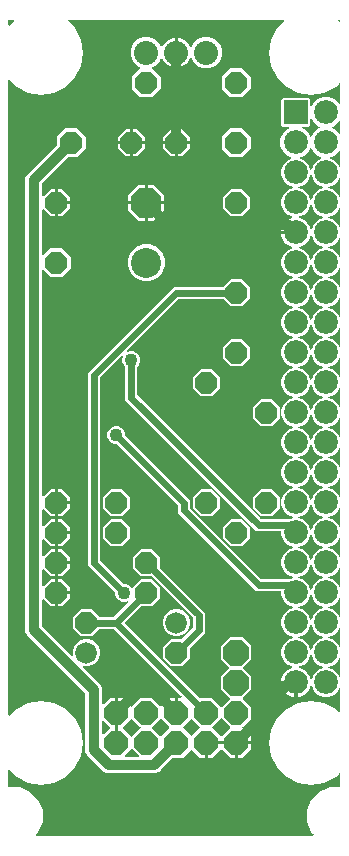
<source format=gbr>
G04 EAGLE Gerber RS-274X export*
G75*
%MOMM*%
%FSLAX34Y34*%
%LPD*%
%INBottom Copper*%
%IPPOS*%
%AMOC8*
5,1,8,0,0,1.08239X$1,22.5*%
G01*
%ADD10P,1.979475X8X22.500000*%
%ADD11P,1.979475X8X292.500000*%
%ADD12C,1.828800*%
%ADD13P,1.979475X8X112.500000*%
%ADD14C,2.540000*%
%ADD15P,2.749271X8X112.500000*%
%ADD16R,2.016000X2.016000*%
%ADD17C,2.016000*%
%ADD18P,2.182098X8X202.500000*%
%ADD19C,2.032000*%
%ADD20P,1.979475X8X202.500000*%
%ADD21P,2.336880X8X22.500000*%
%ADD22C,0.812800*%
%ADD23C,0.609600*%
%ADD24C,1.106400*%

G36*
X420404Y-27928D02*
X420404Y-27928D01*
X420475Y-27926D01*
X420524Y-27908D01*
X420576Y-27900D01*
X420639Y-27866D01*
X420706Y-27841D01*
X420747Y-27809D01*
X420793Y-27784D01*
X420843Y-27732D01*
X420899Y-27688D01*
X420927Y-27644D01*
X420963Y-27606D01*
X420993Y-27541D01*
X421032Y-27481D01*
X421044Y-27430D01*
X421066Y-27383D01*
X421074Y-27312D01*
X421092Y-27242D01*
X421088Y-27190D01*
X421093Y-27139D01*
X421078Y-27068D01*
X421072Y-26997D01*
X421052Y-26949D01*
X421041Y-26898D01*
X421004Y-26837D01*
X420976Y-26771D01*
X420931Y-26715D01*
X420915Y-26687D01*
X420897Y-26672D01*
X420871Y-26640D01*
X419118Y-24886D01*
X415439Y-16006D01*
X415439Y-6394D01*
X419118Y2486D01*
X425914Y9282D01*
X434794Y12961D01*
X442978Y12961D01*
X442998Y12964D01*
X443017Y12962D01*
X443119Y12984D01*
X443221Y13000D01*
X443238Y13010D01*
X443258Y13014D01*
X443347Y13067D01*
X443438Y13116D01*
X443452Y13130D01*
X443469Y13140D01*
X443536Y13219D01*
X443608Y13294D01*
X443616Y13312D01*
X443629Y13327D01*
X443668Y13423D01*
X443711Y13517D01*
X443713Y13537D01*
X443721Y13555D01*
X443739Y13722D01*
X443739Y23943D01*
X443728Y24014D01*
X443726Y24086D01*
X443708Y24135D01*
X443700Y24186D01*
X443666Y24249D01*
X443641Y24317D01*
X443609Y24357D01*
X443584Y24404D01*
X443532Y24453D01*
X443488Y24509D01*
X443444Y24537D01*
X443406Y24573D01*
X443341Y24603D01*
X443281Y24642D01*
X443230Y24655D01*
X443183Y24677D01*
X443112Y24684D01*
X443042Y24702D01*
X442990Y24698D01*
X442939Y24704D01*
X442868Y24688D01*
X442797Y24683D01*
X442749Y24662D01*
X442698Y24651D01*
X442637Y24615D01*
X442571Y24586D01*
X442515Y24542D01*
X442487Y24525D01*
X442472Y24507D01*
X442440Y24482D01*
X439997Y22038D01*
X430086Y16989D01*
X419100Y15249D01*
X408114Y16989D01*
X398203Y22038D01*
X390338Y29903D01*
X385289Y39814D01*
X383549Y50800D01*
X385289Y61786D01*
X390338Y71697D01*
X398203Y79562D01*
X408114Y84611D01*
X419100Y86351D01*
X430086Y84611D01*
X439997Y79562D01*
X442440Y77118D01*
X442498Y77076D01*
X442550Y77027D01*
X442597Y77005D01*
X442639Y76975D01*
X442708Y76954D01*
X442773Y76923D01*
X442825Y76918D01*
X442875Y76902D01*
X442946Y76904D01*
X443017Y76896D01*
X443068Y76907D01*
X443120Y76909D01*
X443188Y76933D01*
X443258Y76949D01*
X443303Y76975D01*
X443351Y76993D01*
X443407Y77038D01*
X443469Y77075D01*
X443503Y77114D01*
X443543Y77147D01*
X443582Y77207D01*
X443629Y77262D01*
X443648Y77310D01*
X443676Y77354D01*
X443694Y77423D01*
X443721Y77490D01*
X443729Y77561D01*
X443737Y77592D01*
X443735Y77616D01*
X443739Y77657D01*
X443739Y96056D01*
X443724Y96152D01*
X443714Y96249D01*
X443704Y96273D01*
X443700Y96299D01*
X443654Y96385D01*
X443614Y96474D01*
X443597Y96493D01*
X443584Y96516D01*
X443514Y96583D01*
X443448Y96655D01*
X443425Y96667D01*
X443406Y96685D01*
X443318Y96726D01*
X443232Y96773D01*
X443207Y96778D01*
X443183Y96789D01*
X443086Y96800D01*
X442990Y96817D01*
X442964Y96813D01*
X442939Y96816D01*
X442843Y96795D01*
X442747Y96781D01*
X442724Y96769D01*
X442698Y96764D01*
X442615Y96714D01*
X442528Y96670D01*
X442509Y96651D01*
X442487Y96638D01*
X442424Y96564D01*
X442356Y96494D01*
X442340Y96466D01*
X442327Y96451D01*
X442315Y96420D01*
X442275Y96347D01*
X441654Y94848D01*
X438242Y91436D01*
X433783Y89589D01*
X428957Y89589D01*
X424498Y91436D01*
X421086Y94848D01*
X419590Y98460D01*
X419537Y98546D01*
X419488Y98635D01*
X419472Y98650D01*
X419460Y98669D01*
X419383Y98734D01*
X419308Y98803D01*
X419288Y98812D01*
X419271Y98826D01*
X419177Y98862D01*
X419084Y98904D01*
X419062Y98906D01*
X419041Y98914D01*
X418940Y98918D01*
X418839Y98929D01*
X418818Y98924D01*
X418796Y98925D01*
X418699Y98896D01*
X418600Y98874D01*
X418581Y98862D01*
X418559Y98856D01*
X418476Y98798D01*
X418390Y98745D01*
X418376Y98728D01*
X418357Y98716D01*
X418297Y98635D01*
X418232Y98557D01*
X418221Y98532D01*
X418211Y98518D01*
X418200Y98487D01*
X418163Y98404D01*
X417666Y96875D01*
X416764Y95105D01*
X415597Y93498D01*
X414192Y92093D01*
X412585Y90926D01*
X410815Y90024D01*
X408925Y89410D01*
X407493Y89183D01*
X407493Y100958D01*
X407490Y100978D01*
X407492Y100997D01*
X407470Y101099D01*
X407453Y101201D01*
X407444Y101218D01*
X407440Y101238D01*
X407387Y101327D01*
X407338Y101418D01*
X407324Y101432D01*
X407314Y101449D01*
X407235Y101516D01*
X407160Y101587D01*
X407142Y101596D01*
X407127Y101609D01*
X407031Y101647D01*
X406937Y101691D01*
X406917Y101693D01*
X406899Y101701D01*
X406732Y101719D01*
X405969Y101719D01*
X405969Y102482D01*
X405966Y102502D01*
X405968Y102521D01*
X405946Y102623D01*
X405929Y102725D01*
X405920Y102742D01*
X405916Y102762D01*
X405863Y102851D01*
X405814Y102942D01*
X405800Y102956D01*
X405790Y102973D01*
X405711Y103040D01*
X405636Y103111D01*
X405618Y103120D01*
X405603Y103133D01*
X405507Y103172D01*
X405413Y103215D01*
X405393Y103217D01*
X405375Y103225D01*
X405208Y103243D01*
X393433Y103243D01*
X393660Y104675D01*
X394274Y106565D01*
X395176Y108335D01*
X396343Y109942D01*
X397748Y111347D01*
X399355Y112514D01*
X401125Y113416D01*
X402654Y113913D01*
X402744Y113959D01*
X402837Y114000D01*
X402853Y114015D01*
X402873Y114026D01*
X402943Y114098D01*
X403018Y114167D01*
X403028Y114186D01*
X403044Y114202D01*
X403087Y114293D01*
X403136Y114382D01*
X403140Y114404D01*
X403150Y114424D01*
X403162Y114525D01*
X403180Y114624D01*
X403177Y114646D01*
X403179Y114668D01*
X403159Y114767D01*
X403144Y114868D01*
X403134Y114888D01*
X403130Y114909D01*
X403079Y114997D01*
X403033Y115087D01*
X403017Y115103D01*
X403006Y115122D01*
X402930Y115188D01*
X402857Y115259D01*
X402833Y115273D01*
X402820Y115283D01*
X402790Y115296D01*
X402710Y115340D01*
X399098Y116836D01*
X395686Y120248D01*
X393839Y124707D01*
X393839Y129533D01*
X395686Y133992D01*
X399098Y137404D01*
X403233Y139117D01*
X403294Y139155D01*
X403360Y139184D01*
X403398Y139219D01*
X403443Y139246D01*
X403488Y139302D01*
X403541Y139350D01*
X403566Y139396D01*
X403599Y139436D01*
X403625Y139503D01*
X403660Y139566D01*
X403669Y139617D01*
X403688Y139665D01*
X403691Y139737D01*
X403703Y139808D01*
X403696Y139859D01*
X403698Y139911D01*
X403678Y139980D01*
X403668Y140051D01*
X403644Y140097D01*
X403629Y140147D01*
X403589Y140206D01*
X403556Y140270D01*
X403519Y140307D01*
X403489Y140349D01*
X403432Y140392D01*
X403380Y140442D01*
X403318Y140477D01*
X403292Y140496D01*
X403270Y140503D01*
X403233Y140523D01*
X399098Y142236D01*
X395686Y145648D01*
X393839Y150107D01*
X393839Y154933D01*
X395686Y159392D01*
X399098Y162804D01*
X403233Y164517D01*
X403294Y164555D01*
X403360Y164584D01*
X403398Y164619D01*
X403443Y164646D01*
X403488Y164702D01*
X403541Y164750D01*
X403566Y164796D01*
X403599Y164836D01*
X403625Y164903D01*
X403660Y164966D01*
X403669Y165017D01*
X403688Y165065D01*
X403691Y165137D01*
X403703Y165208D01*
X403696Y165259D01*
X403698Y165311D01*
X403678Y165380D01*
X403668Y165451D01*
X403644Y165497D01*
X403629Y165547D01*
X403589Y165606D01*
X403556Y165670D01*
X403519Y165707D01*
X403489Y165749D01*
X403432Y165792D01*
X403380Y165842D01*
X403318Y165877D01*
X403292Y165896D01*
X403270Y165903D01*
X403233Y165923D01*
X399098Y167636D01*
X395686Y171048D01*
X393839Y175507D01*
X393839Y178290D01*
X393836Y178310D01*
X393838Y178329D01*
X393816Y178431D01*
X393800Y178533D01*
X393790Y178550D01*
X393786Y178570D01*
X393733Y178659D01*
X393684Y178750D01*
X393670Y178764D01*
X393660Y178781D01*
X393581Y178848D01*
X393506Y178920D01*
X393488Y178928D01*
X393473Y178941D01*
X393377Y178980D01*
X393283Y179023D01*
X393263Y179025D01*
X393245Y179033D01*
X393078Y179051D01*
X372538Y179051D01*
X306051Y245538D01*
X306051Y251573D01*
X306037Y251663D01*
X306029Y251754D01*
X306017Y251783D01*
X306012Y251815D01*
X305969Y251896D01*
X305933Y251980D01*
X305907Y252012D01*
X305896Y252033D01*
X305873Y252055D01*
X305828Y252111D01*
X254595Y303344D01*
X254521Y303397D01*
X254452Y303457D01*
X254421Y303469D01*
X254395Y303488D01*
X254308Y303515D01*
X254223Y303549D01*
X254182Y303553D01*
X254160Y303560D01*
X254128Y303559D01*
X254057Y303567D01*
X252492Y303567D01*
X249705Y304722D01*
X247572Y306855D01*
X246417Y309642D01*
X246417Y312658D01*
X247572Y315445D01*
X249705Y317578D01*
X252492Y318733D01*
X255508Y318733D01*
X258295Y317578D01*
X260428Y315445D01*
X261583Y312658D01*
X261583Y311093D01*
X261597Y311003D01*
X261605Y310912D01*
X261617Y310883D01*
X261622Y310851D01*
X261665Y310770D01*
X261701Y310686D01*
X261727Y310654D01*
X261738Y310633D01*
X261761Y310611D01*
X261806Y310555D01*
X316249Y256112D01*
X316249Y250077D01*
X316263Y249987D01*
X316271Y249896D01*
X316283Y249867D01*
X316288Y249835D01*
X316331Y249754D01*
X316367Y249670D01*
X316393Y249638D01*
X316404Y249617D01*
X316427Y249595D01*
X316472Y249539D01*
X376539Y189472D01*
X376613Y189419D01*
X376682Y189359D01*
X376713Y189347D01*
X376739Y189328D01*
X376826Y189301D01*
X376911Y189267D01*
X376952Y189263D01*
X376974Y189256D01*
X377006Y189257D01*
X377077Y189249D01*
X397710Y189249D01*
X397790Y189262D01*
X397872Y189266D01*
X397911Y189282D01*
X397953Y189288D01*
X397980Y189303D01*
X400105Y189249D01*
X400113Y189250D01*
X400125Y189249D01*
X401469Y189249D01*
X401534Y189259D01*
X401600Y189260D01*
X401680Y189283D01*
X401712Y189288D01*
X401729Y189298D01*
X401761Y189307D01*
X403233Y189917D01*
X403294Y189955D01*
X403360Y189984D01*
X403398Y190019D01*
X403443Y190046D01*
X403488Y190102D01*
X403541Y190150D01*
X403566Y190196D01*
X403599Y190236D01*
X403625Y190303D01*
X403660Y190366D01*
X403669Y190417D01*
X403688Y190465D01*
X403691Y190537D01*
X403703Y190608D01*
X403696Y190659D01*
X403698Y190711D01*
X403678Y190780D01*
X403668Y190851D01*
X403644Y190897D01*
X403629Y190947D01*
X403589Y191006D01*
X403556Y191070D01*
X403519Y191107D01*
X403489Y191149D01*
X403432Y191192D01*
X403380Y191242D01*
X403318Y191277D01*
X403292Y191296D01*
X403270Y191303D01*
X403233Y191323D01*
X399098Y193036D01*
X395686Y196448D01*
X393839Y200907D01*
X393839Y205733D01*
X395686Y210192D01*
X399098Y213604D01*
X403233Y215317D01*
X403294Y215355D01*
X403360Y215384D01*
X403398Y215419D01*
X403443Y215446D01*
X403488Y215502D01*
X403541Y215550D01*
X403566Y215596D01*
X403599Y215636D01*
X403625Y215703D01*
X403660Y215766D01*
X403669Y215817D01*
X403688Y215865D01*
X403691Y215937D01*
X403703Y216008D01*
X403696Y216059D01*
X403698Y216111D01*
X403678Y216180D01*
X403668Y216251D01*
X403644Y216297D01*
X403629Y216347D01*
X403589Y216406D01*
X403556Y216470D01*
X403519Y216507D01*
X403489Y216549D01*
X403432Y216592D01*
X403380Y216642D01*
X403318Y216677D01*
X403292Y216696D01*
X403270Y216703D01*
X403233Y216723D01*
X399098Y218436D01*
X395686Y221848D01*
X393839Y226307D01*
X393839Y229090D01*
X393836Y229110D01*
X393838Y229129D01*
X393816Y229231D01*
X393800Y229333D01*
X393790Y229350D01*
X393786Y229370D01*
X393733Y229459D01*
X393684Y229550D01*
X393670Y229564D01*
X393660Y229581D01*
X393581Y229648D01*
X393506Y229720D01*
X393488Y229728D01*
X393473Y229741D01*
X393377Y229780D01*
X393283Y229823D01*
X393263Y229825D01*
X393245Y229833D01*
X393078Y229851D01*
X372538Y229851D01*
X261601Y340788D01*
X261601Y368710D01*
X261587Y368800D01*
X261579Y368891D01*
X261567Y368921D01*
X261562Y368953D01*
X261519Y369033D01*
X261483Y369117D01*
X261457Y369149D01*
X261446Y369170D01*
X261423Y369192D01*
X261378Y369248D01*
X260272Y370355D01*
X259117Y373142D01*
X259117Y376158D01*
X259596Y377314D01*
X259618Y377409D01*
X259647Y377502D01*
X259646Y377528D01*
X259652Y377554D01*
X259643Y377650D01*
X259641Y377748D01*
X259632Y377773D01*
X259629Y377799D01*
X259590Y377888D01*
X259556Y377979D01*
X259540Y377999D01*
X259529Y378023D01*
X259463Y378095D01*
X259402Y378171D01*
X259380Y378185D01*
X259363Y378204D01*
X259277Y378251D01*
X259196Y378304D01*
X259170Y378310D01*
X259147Y378323D01*
X259051Y378340D01*
X258957Y378364D01*
X258931Y378362D01*
X258905Y378367D01*
X258809Y378352D01*
X258712Y378345D01*
X258688Y378335D01*
X258662Y378331D01*
X258575Y378287D01*
X258485Y378249D01*
X258460Y378228D01*
X258443Y378219D01*
X258419Y378196D01*
X258354Y378144D01*
X240272Y360061D01*
X240228Y360000D01*
X240195Y359965D01*
X240189Y359952D01*
X240159Y359918D01*
X240147Y359887D01*
X240128Y359861D01*
X240101Y359774D01*
X240067Y359689D01*
X240063Y359648D01*
X240056Y359626D01*
X240057Y359594D01*
X240049Y359523D01*
X240049Y205627D01*
X240063Y205537D01*
X240071Y205446D01*
X240083Y205417D01*
X240088Y205385D01*
X240131Y205304D01*
X240167Y205220D01*
X240193Y205188D01*
X240204Y205167D01*
X240227Y205145D01*
X240272Y205089D01*
X259755Y185606D01*
X259829Y185553D01*
X259898Y185493D01*
X259929Y185481D01*
X259955Y185462D01*
X260042Y185435D01*
X260127Y185401D01*
X260168Y185397D01*
X260190Y185390D01*
X260222Y185391D01*
X260293Y185383D01*
X261858Y185383D01*
X264645Y184228D01*
X266816Y182057D01*
X266838Y182017D01*
X266856Y181999D01*
X266870Y181977D01*
X266945Y181915D01*
X267016Y181848D01*
X267039Y181837D01*
X267059Y181820D01*
X267150Y181785D01*
X267239Y181744D01*
X267265Y181741D01*
X267289Y181732D01*
X267387Y181728D01*
X267483Y181717D01*
X267509Y181723D01*
X267535Y181722D01*
X267629Y181749D01*
X267724Y181769D01*
X267746Y181783D01*
X267771Y181790D01*
X267851Y181846D01*
X267935Y181896D01*
X267952Y181915D01*
X267973Y181930D01*
X268031Y182008D01*
X268095Y182082D01*
X268105Y182107D01*
X268120Y182127D01*
X268150Y182220D01*
X268187Y182311D01*
X268190Y182343D01*
X268196Y182361D01*
X268196Y182394D01*
X268200Y182432D01*
X274763Y188995D01*
X284037Y188995D01*
X290595Y182437D01*
X290595Y173163D01*
X284037Y166605D01*
X275731Y166605D01*
X275641Y166591D01*
X275550Y166583D01*
X275520Y166571D01*
X275489Y166566D01*
X275408Y166523D01*
X275324Y166487D01*
X275292Y166461D01*
X275271Y166450D01*
X275249Y166427D01*
X275193Y166382D01*
X261749Y152938D01*
X261737Y152922D01*
X261722Y152910D01*
X261666Y152822D01*
X261605Y152739D01*
X261600Y152720D01*
X261589Y152703D01*
X261563Y152602D01*
X261533Y152503D01*
X261534Y152484D01*
X261529Y152464D01*
X261537Y152361D01*
X261539Y152258D01*
X261546Y152239D01*
X261548Y152219D01*
X261588Y152124D01*
X261624Y152027D01*
X261636Y152011D01*
X261644Y151993D01*
X261749Y151862D01*
X325057Y88554D01*
X325131Y88501D01*
X325200Y88441D01*
X325231Y88429D01*
X325257Y88410D01*
X325344Y88383D01*
X325429Y88349D01*
X325469Y88345D01*
X325492Y88338D01*
X325524Y88339D01*
X325595Y88331D01*
X335225Y88331D01*
X342362Y81194D01*
X342378Y81182D01*
X342390Y81167D01*
X342478Y81110D01*
X342561Y81050D01*
X342580Y81044D01*
X342597Y81034D01*
X342698Y81008D01*
X342797Y80978D01*
X342816Y80978D01*
X342836Y80973D01*
X342939Y80981D01*
X343042Y80984D01*
X343061Y80991D01*
X343081Y80993D01*
X343176Y81033D01*
X343273Y81069D01*
X343289Y81081D01*
X343307Y81089D01*
X343438Y81194D01*
X350101Y87856D01*
X350112Y87872D01*
X350128Y87885D01*
X350184Y87972D01*
X350244Y88056D01*
X350250Y88075D01*
X350261Y88092D01*
X350286Y88192D01*
X350317Y88291D01*
X350316Y88311D01*
X350321Y88330D01*
X350313Y88433D01*
X350310Y88537D01*
X350303Y88556D01*
X350302Y88575D01*
X350262Y88670D01*
X350226Y88768D01*
X350213Y88783D01*
X350206Y88802D01*
X350101Y88933D01*
X342754Y96279D01*
X342754Y106921D01*
X349595Y113762D01*
X349607Y113778D01*
X349622Y113790D01*
X349678Y113878D01*
X349739Y113961D01*
X349744Y113980D01*
X349755Y113997D01*
X349781Y114098D01*
X349811Y114197D01*
X349810Y114216D01*
X349815Y114236D01*
X349807Y114339D01*
X349805Y114442D01*
X349798Y114461D01*
X349796Y114481D01*
X349756Y114576D01*
X349720Y114673D01*
X349708Y114689D01*
X349700Y114707D01*
X349595Y114838D01*
X342754Y121679D01*
X342754Y132321D01*
X350279Y139846D01*
X360921Y139846D01*
X368446Y132321D01*
X368446Y121679D01*
X361605Y114838D01*
X361593Y114822D01*
X361578Y114810D01*
X361522Y114722D01*
X361461Y114639D01*
X361455Y114620D01*
X361445Y114603D01*
X361419Y114502D01*
X361389Y114403D01*
X361390Y114384D01*
X361385Y114364D01*
X361393Y114261D01*
X361395Y114158D01*
X361402Y114139D01*
X361404Y114119D01*
X361444Y114024D01*
X361480Y113927D01*
X361492Y113911D01*
X361500Y113893D01*
X361605Y113762D01*
X368446Y106921D01*
X368446Y96279D01*
X361099Y88933D01*
X361088Y88917D01*
X361072Y88904D01*
X361016Y88817D01*
X360956Y88733D01*
X360950Y88714D01*
X360939Y88697D01*
X360914Y88597D01*
X360883Y88498D01*
X360884Y88478D01*
X360879Y88459D01*
X360887Y88356D01*
X360890Y88252D01*
X360897Y88233D01*
X360898Y88213D01*
X360938Y88119D01*
X360974Y88021D01*
X360987Y88005D01*
X360994Y87987D01*
X361099Y87856D01*
X367731Y81225D01*
X367731Y71175D01*
X360940Y64385D01*
X360929Y64369D01*
X360913Y64356D01*
X360857Y64269D01*
X360797Y64185D01*
X360791Y64166D01*
X360780Y64149D01*
X360755Y64049D01*
X360724Y63950D01*
X360725Y63930D01*
X360720Y63911D01*
X360728Y63808D01*
X360731Y63704D01*
X360738Y63685D01*
X360739Y63665D01*
X360779Y63571D01*
X360815Y63473D01*
X360828Y63457D01*
X360835Y63439D01*
X360940Y63308D01*
X368221Y56028D01*
X368221Y52323D01*
X356362Y52323D01*
X356342Y52320D01*
X356323Y52322D01*
X356221Y52300D01*
X356119Y52283D01*
X356102Y52274D01*
X356082Y52270D01*
X355993Y52217D01*
X355902Y52168D01*
X355888Y52154D01*
X355871Y52144D01*
X355804Y52065D01*
X355733Y51990D01*
X355724Y51972D01*
X355711Y51957D01*
X355673Y51861D01*
X355629Y51767D01*
X355627Y51747D01*
X355619Y51729D01*
X355601Y51562D01*
X355601Y50799D01*
X355599Y50799D01*
X355599Y51562D01*
X355596Y51582D01*
X355598Y51601D01*
X355576Y51703D01*
X355559Y51805D01*
X355550Y51822D01*
X355546Y51842D01*
X355493Y51931D01*
X355444Y52022D01*
X355430Y52036D01*
X355420Y52053D01*
X355341Y52120D01*
X355266Y52191D01*
X355248Y52200D01*
X355233Y52213D01*
X355137Y52252D01*
X355043Y52295D01*
X355023Y52297D01*
X355005Y52305D01*
X354838Y52323D01*
X330962Y52323D01*
X330942Y52320D01*
X330923Y52322D01*
X330821Y52300D01*
X330719Y52283D01*
X330702Y52274D01*
X330682Y52270D01*
X330593Y52217D01*
X330502Y52168D01*
X330488Y52154D01*
X330471Y52144D01*
X330404Y52065D01*
X330333Y51990D01*
X330324Y51972D01*
X330311Y51957D01*
X330273Y51861D01*
X330229Y51767D01*
X330227Y51747D01*
X330219Y51729D01*
X330201Y51562D01*
X330201Y50799D01*
X329438Y50799D01*
X329418Y50796D01*
X329399Y50798D01*
X329297Y50776D01*
X329195Y50759D01*
X329178Y50750D01*
X329158Y50746D01*
X329069Y50693D01*
X328978Y50644D01*
X328964Y50630D01*
X328947Y50620D01*
X328880Y50541D01*
X328809Y50466D01*
X328800Y50448D01*
X328787Y50433D01*
X328748Y50337D01*
X328705Y50243D01*
X328703Y50223D01*
X328695Y50205D01*
X328677Y50038D01*
X328677Y38179D01*
X324972Y38179D01*
X318398Y44754D01*
X318381Y44766D01*
X318369Y44781D01*
X318282Y44837D01*
X318198Y44898D01*
X318179Y44903D01*
X318162Y44914D01*
X318062Y44940D01*
X317963Y44970D01*
X317943Y44969D01*
X317923Y44974D01*
X317820Y44966D01*
X317717Y44964D01*
X317698Y44957D01*
X317678Y44955D01*
X317583Y44915D01*
X317486Y44879D01*
X317470Y44867D01*
X317452Y44859D01*
X317321Y44754D01*
X310238Y37671D01*
X302045Y37671D01*
X301955Y37657D01*
X301864Y37649D01*
X301835Y37637D01*
X301803Y37632D01*
X301722Y37589D01*
X301638Y37553D01*
X301606Y37527D01*
X301585Y37516D01*
X301563Y37493D01*
X301507Y37448D01*
X291887Y27828D01*
X289779Y25720D01*
X287165Y24637D01*
X246235Y24637D01*
X243621Y25720D01*
X228920Y40421D01*
X227837Y43035D01*
X227837Y91988D01*
X227823Y92079D01*
X227815Y92169D01*
X227803Y92199D01*
X227798Y92231D01*
X227755Y92312D01*
X227719Y92396D01*
X227693Y92428D01*
X227682Y92449D01*
X227659Y92471D01*
X227614Y92527D01*
X178120Y142021D01*
X177037Y144635D01*
X177037Y528465D01*
X178120Y531079D01*
X203484Y556443D01*
X203537Y556517D01*
X203597Y556587D01*
X203609Y556617D01*
X203628Y556643D01*
X203655Y556730D01*
X203689Y556815D01*
X203693Y556856D01*
X203700Y556878D01*
X203699Y556910D01*
X203707Y556982D01*
X203707Y563850D01*
X210850Y570993D01*
X220950Y570993D01*
X228093Y563850D01*
X228093Y553750D01*
X220950Y546607D01*
X214082Y546607D01*
X213991Y546593D01*
X213901Y546585D01*
X213871Y546573D01*
X213839Y546568D01*
X213758Y546525D01*
X213674Y546489D01*
X213642Y546463D01*
X213621Y546452D01*
X213599Y546429D01*
X213543Y546384D01*
X191486Y524327D01*
X191433Y524253D01*
X191373Y524183D01*
X191361Y524153D01*
X191342Y524127D01*
X191315Y524040D01*
X191281Y523955D01*
X191277Y523914D01*
X191270Y523892D01*
X191271Y523860D01*
X191263Y523788D01*
X191263Y514425D01*
X191274Y514355D01*
X191276Y514283D01*
X191294Y514234D01*
X191302Y514182D01*
X191336Y514119D01*
X191361Y514052D01*
X191393Y514011D01*
X191418Y513965D01*
X191470Y513916D01*
X191514Y513860D01*
X191558Y513832D01*
X191596Y513796D01*
X191661Y513766D01*
X191721Y513727D01*
X191772Y513714D01*
X191819Y513692D01*
X191890Y513684D01*
X191960Y513667D01*
X192012Y513671D01*
X192063Y513665D01*
X192134Y513680D01*
X192205Y513686D01*
X192253Y513706D01*
X192304Y513717D01*
X192365Y513754D01*
X192431Y513782D01*
X192487Y513827D01*
X192515Y513843D01*
X192530Y513861D01*
X192562Y513887D01*
X198360Y519685D01*
X201677Y519685D01*
X201677Y508762D01*
X201680Y508742D01*
X201678Y508723D01*
X201700Y508621D01*
X201717Y508519D01*
X201726Y508502D01*
X201730Y508482D01*
X201783Y508393D01*
X201832Y508302D01*
X201846Y508288D01*
X201856Y508271D01*
X201935Y508204D01*
X202010Y508133D01*
X202028Y508124D01*
X202043Y508111D01*
X202139Y508073D01*
X202233Y508029D01*
X202253Y508027D01*
X202271Y508019D01*
X202438Y508001D01*
X203201Y508001D01*
X203201Y507999D01*
X202438Y507999D01*
X202418Y507996D01*
X202399Y507998D01*
X202297Y507976D01*
X202195Y507959D01*
X202178Y507950D01*
X202158Y507946D01*
X202069Y507893D01*
X201978Y507844D01*
X201964Y507830D01*
X201947Y507820D01*
X201880Y507741D01*
X201809Y507666D01*
X201800Y507648D01*
X201787Y507633D01*
X201748Y507537D01*
X201705Y507443D01*
X201703Y507423D01*
X201695Y507405D01*
X201677Y507238D01*
X201677Y496315D01*
X198360Y496315D01*
X192562Y502113D01*
X192504Y502155D01*
X192452Y502204D01*
X192405Y502226D01*
X192363Y502257D01*
X192294Y502278D01*
X192229Y502308D01*
X192177Y502314D01*
X192127Y502329D01*
X192056Y502327D01*
X191985Y502335D01*
X191934Y502324D01*
X191882Y502323D01*
X191814Y502298D01*
X191744Y502283D01*
X191699Y502256D01*
X191651Y502238D01*
X191595Y502193D01*
X191533Y502157D01*
X191499Y502117D01*
X191459Y502084D01*
X191420Y502024D01*
X191373Y501970D01*
X191354Y501921D01*
X191326Y501878D01*
X191308Y501808D01*
X191281Y501741D01*
X191273Y501670D01*
X191265Y501639D01*
X191267Y501616D01*
X191263Y501575D01*
X191263Y464344D01*
X191274Y464273D01*
X191276Y464201D01*
X191294Y464152D01*
X191302Y464101D01*
X191336Y464038D01*
X191361Y463970D01*
X191393Y463930D01*
X191418Y463884D01*
X191470Y463834D01*
X191514Y463778D01*
X191558Y463750D01*
X191596Y463714D01*
X191661Y463684D01*
X191721Y463645D01*
X191772Y463632D01*
X191819Y463611D01*
X191890Y463603D01*
X191960Y463585D01*
X192012Y463589D01*
X192063Y463583D01*
X192134Y463599D01*
X192205Y463604D01*
X192253Y463625D01*
X192304Y463636D01*
X192365Y463673D01*
X192431Y463701D01*
X192487Y463745D01*
X192515Y463762D01*
X192530Y463780D01*
X192562Y463805D01*
X198150Y469393D01*
X208250Y469393D01*
X215393Y462250D01*
X215393Y452150D01*
X208250Y445007D01*
X198150Y445007D01*
X192562Y450595D01*
X192504Y450636D01*
X192452Y450686D01*
X192405Y450708D01*
X192363Y450738D01*
X192294Y450759D01*
X192229Y450789D01*
X192177Y450795D01*
X192127Y450811D01*
X192056Y450809D01*
X191985Y450817D01*
X191934Y450806D01*
X191882Y450804D01*
X191814Y450780D01*
X191744Y450764D01*
X191699Y450738D01*
X191651Y450720D01*
X191595Y450675D01*
X191533Y450638D01*
X191499Y450599D01*
X191459Y450566D01*
X191420Y450506D01*
X191373Y450451D01*
X191354Y450403D01*
X191326Y450359D01*
X191308Y450290D01*
X191281Y450223D01*
X191273Y450152D01*
X191265Y450121D01*
X191267Y450097D01*
X191263Y450056D01*
X191263Y260425D01*
X191274Y260355D01*
X191276Y260283D01*
X191294Y260234D01*
X191302Y260182D01*
X191336Y260119D01*
X191361Y260052D01*
X191393Y260011D01*
X191418Y259965D01*
X191470Y259916D01*
X191514Y259860D01*
X191558Y259832D01*
X191596Y259796D01*
X191661Y259766D01*
X191721Y259727D01*
X191772Y259714D01*
X191819Y259692D01*
X191890Y259684D01*
X191960Y259667D01*
X192012Y259671D01*
X192063Y259665D01*
X192134Y259680D01*
X192205Y259686D01*
X192253Y259706D01*
X192304Y259717D01*
X192365Y259754D01*
X192431Y259782D01*
X192487Y259827D01*
X192515Y259843D01*
X192530Y259861D01*
X192562Y259887D01*
X198360Y265685D01*
X201677Y265685D01*
X201677Y254762D01*
X201680Y254742D01*
X201678Y254723D01*
X201700Y254621D01*
X201717Y254519D01*
X201726Y254502D01*
X201730Y254482D01*
X201783Y254393D01*
X201832Y254302D01*
X201846Y254288D01*
X201856Y254271D01*
X201935Y254204D01*
X202010Y254133D01*
X202028Y254124D01*
X202043Y254111D01*
X202139Y254073D01*
X202233Y254029D01*
X202253Y254027D01*
X202271Y254019D01*
X202438Y254001D01*
X203201Y254001D01*
X203201Y253999D01*
X202438Y253999D01*
X202418Y253996D01*
X202399Y253998D01*
X202297Y253976D01*
X202195Y253959D01*
X202178Y253950D01*
X202158Y253946D01*
X202069Y253893D01*
X201978Y253844D01*
X201964Y253830D01*
X201947Y253820D01*
X201880Y253741D01*
X201809Y253666D01*
X201800Y253648D01*
X201787Y253633D01*
X201748Y253537D01*
X201705Y253443D01*
X201703Y253423D01*
X201695Y253405D01*
X201677Y253238D01*
X201677Y242315D01*
X198360Y242315D01*
X192562Y248113D01*
X192504Y248155D01*
X192452Y248204D01*
X192405Y248226D01*
X192363Y248257D01*
X192294Y248278D01*
X192229Y248308D01*
X192177Y248314D01*
X192127Y248329D01*
X192056Y248327D01*
X191985Y248335D01*
X191934Y248324D01*
X191882Y248323D01*
X191814Y248298D01*
X191744Y248283D01*
X191699Y248256D01*
X191651Y248238D01*
X191595Y248193D01*
X191533Y248157D01*
X191499Y248117D01*
X191459Y248084D01*
X191420Y248024D01*
X191373Y247970D01*
X191354Y247921D01*
X191326Y247878D01*
X191308Y247808D01*
X191281Y247741D01*
X191273Y247670D01*
X191265Y247639D01*
X191267Y247616D01*
X191263Y247575D01*
X191263Y235025D01*
X191274Y234955D01*
X191276Y234883D01*
X191294Y234834D01*
X191302Y234782D01*
X191336Y234719D01*
X191361Y234652D01*
X191393Y234611D01*
X191418Y234565D01*
X191470Y234516D01*
X191514Y234460D01*
X191558Y234432D01*
X191596Y234396D01*
X191661Y234366D01*
X191721Y234327D01*
X191772Y234314D01*
X191819Y234292D01*
X191890Y234284D01*
X191960Y234267D01*
X192012Y234271D01*
X192063Y234265D01*
X192134Y234280D01*
X192205Y234286D01*
X192253Y234306D01*
X192304Y234317D01*
X192365Y234354D01*
X192431Y234382D01*
X192487Y234427D01*
X192515Y234443D01*
X192530Y234461D01*
X192562Y234487D01*
X198360Y240285D01*
X201677Y240285D01*
X201677Y229362D01*
X201680Y229343D01*
X201678Y229324D01*
X201678Y229323D01*
X201700Y229221D01*
X201717Y229119D01*
X201726Y229102D01*
X201730Y229082D01*
X201783Y228993D01*
X201832Y228902D01*
X201846Y228888D01*
X201856Y228871D01*
X201935Y228804D01*
X202010Y228733D01*
X202028Y228724D01*
X202043Y228711D01*
X202139Y228673D01*
X202233Y228629D01*
X202253Y228627D01*
X202271Y228619D01*
X202438Y228601D01*
X203201Y228601D01*
X203201Y228599D01*
X202438Y228599D01*
X202418Y228596D01*
X202399Y228598D01*
X202297Y228576D01*
X202195Y228559D01*
X202178Y228550D01*
X202158Y228546D01*
X202069Y228493D01*
X201978Y228444D01*
X201964Y228430D01*
X201947Y228420D01*
X201880Y228341D01*
X201809Y228266D01*
X201800Y228248D01*
X201787Y228233D01*
X201748Y228137D01*
X201705Y228043D01*
X201703Y228023D01*
X201695Y228005D01*
X201677Y227838D01*
X201677Y216915D01*
X198360Y216915D01*
X192562Y222713D01*
X192504Y222755D01*
X192452Y222804D01*
X192405Y222826D01*
X192363Y222857D01*
X192294Y222878D01*
X192229Y222908D01*
X192177Y222914D01*
X192127Y222929D01*
X192056Y222927D01*
X191985Y222935D01*
X191934Y222924D01*
X191882Y222923D01*
X191814Y222898D01*
X191744Y222883D01*
X191699Y222856D01*
X191651Y222838D01*
X191595Y222793D01*
X191533Y222757D01*
X191499Y222717D01*
X191459Y222684D01*
X191420Y222624D01*
X191373Y222570D01*
X191354Y222521D01*
X191326Y222478D01*
X191308Y222408D01*
X191281Y222341D01*
X191273Y222270D01*
X191265Y222239D01*
X191267Y222216D01*
X191263Y222175D01*
X191263Y209625D01*
X191274Y209555D01*
X191276Y209483D01*
X191294Y209434D01*
X191302Y209382D01*
X191336Y209319D01*
X191361Y209252D01*
X191393Y209211D01*
X191418Y209165D01*
X191470Y209116D01*
X191514Y209060D01*
X191558Y209032D01*
X191596Y208996D01*
X191661Y208966D01*
X191721Y208927D01*
X191772Y208914D01*
X191819Y208892D01*
X191890Y208884D01*
X191960Y208867D01*
X192012Y208871D01*
X192063Y208865D01*
X192134Y208880D01*
X192205Y208886D01*
X192253Y208906D01*
X192304Y208917D01*
X192365Y208954D01*
X192431Y208982D01*
X192487Y209027D01*
X192515Y209043D01*
X192530Y209061D01*
X192562Y209087D01*
X198360Y214885D01*
X201677Y214885D01*
X201677Y203962D01*
X201680Y203942D01*
X201678Y203923D01*
X201700Y203821D01*
X201717Y203719D01*
X201726Y203702D01*
X201730Y203682D01*
X201783Y203593D01*
X201832Y203502D01*
X201846Y203488D01*
X201856Y203471D01*
X201935Y203404D01*
X202010Y203333D01*
X202028Y203324D01*
X202043Y203311D01*
X202139Y203273D01*
X202233Y203229D01*
X202253Y203227D01*
X202271Y203219D01*
X202438Y203201D01*
X203201Y203201D01*
X203201Y203199D01*
X202438Y203199D01*
X202418Y203196D01*
X202399Y203198D01*
X202297Y203176D01*
X202195Y203159D01*
X202178Y203150D01*
X202158Y203146D01*
X202069Y203093D01*
X201978Y203044D01*
X201964Y203030D01*
X201947Y203020D01*
X201880Y202941D01*
X201809Y202866D01*
X201800Y202848D01*
X201787Y202833D01*
X201748Y202737D01*
X201705Y202643D01*
X201703Y202623D01*
X201695Y202605D01*
X201677Y202438D01*
X201677Y191515D01*
X198360Y191515D01*
X192562Y197313D01*
X192504Y197355D01*
X192452Y197404D01*
X192405Y197426D01*
X192363Y197457D01*
X192294Y197478D01*
X192229Y197508D01*
X192177Y197514D01*
X192127Y197529D01*
X192056Y197527D01*
X191985Y197535D01*
X191934Y197524D01*
X191882Y197523D01*
X191814Y197498D01*
X191744Y197483D01*
X191699Y197456D01*
X191651Y197438D01*
X191595Y197393D01*
X191533Y197357D01*
X191499Y197317D01*
X191459Y197284D01*
X191420Y197224D01*
X191373Y197170D01*
X191354Y197121D01*
X191326Y197078D01*
X191308Y197008D01*
X191281Y196941D01*
X191273Y196870D01*
X191265Y196839D01*
X191267Y196816D01*
X191263Y196775D01*
X191263Y184225D01*
X191274Y184155D01*
X191276Y184083D01*
X191294Y184034D01*
X191302Y183982D01*
X191336Y183919D01*
X191361Y183852D01*
X191393Y183811D01*
X191418Y183765D01*
X191470Y183716D01*
X191514Y183660D01*
X191558Y183632D01*
X191596Y183596D01*
X191661Y183566D01*
X191721Y183527D01*
X191772Y183514D01*
X191819Y183492D01*
X191890Y183484D01*
X191960Y183467D01*
X192012Y183471D01*
X192063Y183465D01*
X192134Y183480D01*
X192205Y183486D01*
X192253Y183506D01*
X192304Y183517D01*
X192365Y183554D01*
X192431Y183582D01*
X192487Y183627D01*
X192515Y183643D01*
X192530Y183661D01*
X192562Y183687D01*
X198360Y189485D01*
X201677Y189485D01*
X201677Y178562D01*
X201680Y178542D01*
X201678Y178523D01*
X201700Y178421D01*
X201717Y178319D01*
X201726Y178302D01*
X201730Y178282D01*
X201783Y178193D01*
X201832Y178102D01*
X201846Y178088D01*
X201856Y178071D01*
X201935Y178004D01*
X202010Y177933D01*
X202028Y177924D01*
X202043Y177911D01*
X202139Y177873D01*
X202233Y177829D01*
X202253Y177827D01*
X202271Y177819D01*
X202438Y177801D01*
X203201Y177801D01*
X203201Y177799D01*
X202438Y177799D01*
X202418Y177796D01*
X202399Y177798D01*
X202297Y177776D01*
X202195Y177759D01*
X202178Y177750D01*
X202158Y177746D01*
X202069Y177693D01*
X201978Y177644D01*
X201964Y177630D01*
X201947Y177620D01*
X201880Y177541D01*
X201809Y177466D01*
X201800Y177448D01*
X201787Y177433D01*
X201748Y177337D01*
X201705Y177243D01*
X201703Y177223D01*
X201695Y177205D01*
X201677Y177038D01*
X201677Y166115D01*
X198360Y166115D01*
X192562Y171913D01*
X192504Y171955D01*
X192452Y172004D01*
X192405Y172026D01*
X192363Y172057D01*
X192294Y172078D01*
X192229Y172108D01*
X192177Y172114D01*
X192127Y172129D01*
X192056Y172127D01*
X191985Y172135D01*
X191934Y172124D01*
X191882Y172123D01*
X191814Y172098D01*
X191744Y172083D01*
X191699Y172056D01*
X191651Y172038D01*
X191595Y171993D01*
X191533Y171957D01*
X191499Y171917D01*
X191459Y171884D01*
X191420Y171824D01*
X191373Y171770D01*
X191354Y171721D01*
X191326Y171678D01*
X191308Y171608D01*
X191281Y171541D01*
X191273Y171470D01*
X191265Y171439D01*
X191267Y171416D01*
X191263Y171375D01*
X191263Y149312D01*
X191277Y149221D01*
X191285Y149131D01*
X191297Y149101D01*
X191302Y149069D01*
X191345Y148988D01*
X191381Y148904D01*
X191407Y148872D01*
X191418Y148851D01*
X191441Y148829D01*
X191486Y148773D01*
X216106Y124153D01*
X216164Y124111D01*
X216216Y124062D01*
X216263Y124040D01*
X216305Y124010D01*
X216374Y123989D01*
X216439Y123958D01*
X216491Y123953D01*
X216541Y123937D01*
X216612Y123939D01*
X216683Y123931D01*
X216734Y123942D01*
X216786Y123944D01*
X216854Y123968D01*
X216924Y123983D01*
X216969Y124010D01*
X217017Y124028D01*
X217073Y124073D01*
X217135Y124110D01*
X217169Y124149D01*
X217209Y124182D01*
X217248Y124242D01*
X217295Y124297D01*
X217314Y124345D01*
X217342Y124389D01*
X217360Y124458D01*
X217387Y124525D01*
X217395Y124596D01*
X217403Y124627D01*
X217401Y124651D01*
X217405Y124691D01*
X217405Y129227D01*
X219110Y133341D01*
X222259Y136490D01*
X226373Y138195D01*
X230827Y138195D01*
X234941Y136490D01*
X238090Y133341D01*
X239795Y129227D01*
X239795Y124773D01*
X238090Y120659D01*
X234941Y117510D01*
X230827Y115805D01*
X226291Y115805D01*
X226221Y115794D01*
X226149Y115792D01*
X226100Y115774D01*
X226049Y115766D01*
X225985Y115732D01*
X225918Y115707D01*
X225877Y115675D01*
X225831Y115650D01*
X225782Y115598D01*
X225726Y115554D01*
X225698Y115510D01*
X225662Y115472D01*
X225632Y115407D01*
X225593Y115347D01*
X225580Y115296D01*
X225558Y115249D01*
X225550Y115178D01*
X225533Y115108D01*
X225537Y115056D01*
X225531Y115005D01*
X225546Y114934D01*
X225552Y114863D01*
X225572Y114815D01*
X225583Y114764D01*
X225620Y114703D01*
X225648Y114637D01*
X225693Y114581D01*
X225710Y114553D01*
X225727Y114538D01*
X225753Y114506D01*
X240980Y99279D01*
X242063Y96665D01*
X242063Y83949D01*
X242065Y83936D01*
X242064Y83925D01*
X242074Y83876D01*
X242076Y83806D01*
X242094Y83758D01*
X242102Y83706D01*
X242136Y83643D01*
X242161Y83575D01*
X242193Y83535D01*
X242218Y83489D01*
X242270Y83439D01*
X242314Y83383D01*
X242358Y83355D01*
X242396Y83319D01*
X242461Y83289D01*
X242521Y83250D01*
X242572Y83238D01*
X242619Y83216D01*
X242690Y83208D01*
X242760Y83190D01*
X242812Y83194D01*
X242863Y83189D01*
X242934Y83204D01*
X243005Y83210D01*
X243053Y83230D01*
X243104Y83241D01*
X243165Y83278D01*
X243231Y83306D01*
X243287Y83351D01*
X243315Y83367D01*
X243330Y83385D01*
X243362Y83411D01*
X248772Y88821D01*
X252477Y88821D01*
X252477Y76962D01*
X252480Y76942D01*
X252478Y76923D01*
X252500Y76821D01*
X252517Y76719D01*
X252526Y76702D01*
X252530Y76682D01*
X252583Y76593D01*
X252632Y76502D01*
X252646Y76488D01*
X252656Y76471D01*
X252735Y76404D01*
X252810Y76333D01*
X252828Y76324D01*
X252843Y76311D01*
X252939Y76273D01*
X253033Y76229D01*
X253053Y76227D01*
X253071Y76219D01*
X253238Y76201D01*
X254762Y76201D01*
X254782Y76204D01*
X254801Y76202D01*
X254903Y76224D01*
X255005Y76241D01*
X255022Y76250D01*
X255042Y76254D01*
X255131Y76307D01*
X255222Y76356D01*
X255236Y76370D01*
X255253Y76380D01*
X255320Y76459D01*
X255391Y76534D01*
X255400Y76552D01*
X255413Y76567D01*
X255452Y76663D01*
X255495Y76757D01*
X255497Y76777D01*
X255505Y76795D01*
X255523Y76962D01*
X255523Y88821D01*
X259228Y88821D01*
X266508Y81540D01*
X266524Y81529D01*
X266537Y81513D01*
X266624Y81457D01*
X266708Y81397D01*
X266727Y81391D01*
X266744Y81380D01*
X266844Y81355D01*
X266943Y81324D01*
X266963Y81325D01*
X266982Y81320D01*
X267085Y81328D01*
X267189Y81331D01*
X267208Y81338D01*
X267227Y81339D01*
X267322Y81379D01*
X267420Y81415D01*
X267436Y81428D01*
X267454Y81435D01*
X267585Y81540D01*
X274375Y88331D01*
X284425Y88331D01*
X291215Y81540D01*
X291231Y81529D01*
X291244Y81513D01*
X291331Y81457D01*
X291415Y81397D01*
X291434Y81391D01*
X291451Y81380D01*
X291551Y81355D01*
X291650Y81324D01*
X291670Y81325D01*
X291689Y81320D01*
X291792Y81328D01*
X291896Y81331D01*
X291915Y81338D01*
X291935Y81339D01*
X292029Y81379D01*
X292127Y81415D01*
X292143Y81428D01*
X292161Y81435D01*
X292292Y81540D01*
X299572Y88821D01*
X303277Y88821D01*
X303277Y76962D01*
X303280Y76942D01*
X303278Y76923D01*
X303300Y76821D01*
X303317Y76719D01*
X303326Y76702D01*
X303330Y76682D01*
X303383Y76593D01*
X303432Y76502D01*
X303446Y76488D01*
X303456Y76471D01*
X303535Y76404D01*
X303610Y76333D01*
X303628Y76324D01*
X303643Y76311D01*
X303739Y76273D01*
X303833Y76229D01*
X303853Y76227D01*
X303871Y76219D01*
X304038Y76201D01*
X305562Y76201D01*
X305582Y76204D01*
X305601Y76202D01*
X305703Y76224D01*
X305805Y76241D01*
X305822Y76250D01*
X305842Y76254D01*
X305931Y76307D01*
X306022Y76356D01*
X306036Y76370D01*
X306053Y76380D01*
X306120Y76459D01*
X306191Y76534D01*
X306200Y76552D01*
X306213Y76567D01*
X306252Y76663D01*
X306295Y76757D01*
X306297Y76777D01*
X306305Y76795D01*
X306323Y76962D01*
X306323Y88821D01*
X308531Y88821D01*
X308602Y88832D01*
X308673Y88834D01*
X308722Y88852D01*
X308774Y88860D01*
X308837Y88894D01*
X308904Y88919D01*
X308945Y88951D01*
X308991Y88976D01*
X309040Y89027D01*
X309096Y89072D01*
X309124Y89116D01*
X309160Y89154D01*
X309190Y89219D01*
X309229Y89279D01*
X309242Y89330D01*
X309264Y89377D01*
X309272Y89448D01*
X309289Y89518D01*
X309285Y89570D01*
X309291Y89621D01*
X309276Y89692D01*
X309270Y89763D01*
X309250Y89811D01*
X309239Y89862D01*
X309202Y89923D01*
X309174Y89989D01*
X309129Y90045D01*
X309113Y90073D01*
X309095Y90088D01*
X309069Y90120D01*
X252111Y147078D01*
X252037Y147131D01*
X251968Y147191D01*
X251937Y147203D01*
X251911Y147222D01*
X251824Y147249D01*
X251739Y147283D01*
X251698Y147287D01*
X251676Y147294D01*
X251644Y147293D01*
X251573Y147301D01*
X239648Y147301D01*
X239558Y147287D01*
X239467Y147279D01*
X239438Y147267D01*
X239406Y147262D01*
X239325Y147219D01*
X239241Y147183D01*
X239209Y147157D01*
X239188Y147146D01*
X239166Y147123D01*
X239110Y147078D01*
X233237Y141205D01*
X223963Y141205D01*
X217405Y147763D01*
X217405Y157037D01*
X223963Y163595D01*
X233237Y163595D01*
X239110Y157722D01*
X239184Y157669D01*
X239253Y157609D01*
X239284Y157597D01*
X239310Y157578D01*
X239397Y157551D01*
X239482Y157517D01*
X239523Y157513D01*
X239545Y157506D01*
X239577Y157507D01*
X239648Y157499D01*
X251573Y157499D01*
X251663Y157513D01*
X251754Y157521D01*
X251783Y157533D01*
X251815Y157538D01*
X251896Y157581D01*
X251980Y157617D01*
X252012Y157643D01*
X252033Y157654D01*
X252055Y157677D01*
X252111Y157722D01*
X263844Y169454D01*
X263887Y169514D01*
X263928Y169558D01*
X263938Y169578D01*
X263963Y169609D01*
X263972Y169633D01*
X263987Y169654D01*
X264016Y169747D01*
X264032Y169781D01*
X264033Y169791D01*
X264051Y169838D01*
X264052Y169864D01*
X264060Y169889D01*
X264057Y169987D01*
X264061Y170084D01*
X264054Y170109D01*
X264053Y170135D01*
X264020Y170227D01*
X263993Y170320D01*
X263978Y170342D01*
X263969Y170366D01*
X263908Y170442D01*
X263852Y170522D01*
X263832Y170538D01*
X263815Y170558D01*
X263733Y170611D01*
X263655Y170669D01*
X263630Y170677D01*
X263608Y170691D01*
X263514Y170715D01*
X263421Y170745D01*
X263395Y170745D01*
X263370Y170751D01*
X263305Y170746D01*
X263299Y170747D01*
X263289Y170747D01*
X263268Y170744D01*
X263175Y170743D01*
X263144Y170734D01*
X263125Y170732D01*
X263094Y170719D01*
X263062Y170710D01*
X263046Y170707D01*
X263037Y170703D01*
X263014Y170696D01*
X261858Y170217D01*
X258842Y170217D01*
X256055Y171372D01*
X253922Y173505D01*
X252767Y176292D01*
X252767Y177857D01*
X252753Y177947D01*
X252745Y178038D01*
X252733Y178067D01*
X252728Y178099D01*
X252685Y178180D01*
X252649Y178264D01*
X252623Y178296D01*
X252612Y178317D01*
X252589Y178339D01*
X252544Y178395D01*
X229851Y201088D01*
X229851Y364062D01*
X302688Y436899D01*
X344552Y436899D01*
X344642Y436913D01*
X344733Y436921D01*
X344762Y436933D01*
X344794Y436938D01*
X344875Y436981D01*
X344959Y437017D01*
X344991Y437043D01*
X345012Y437054D01*
X345034Y437077D01*
X345090Y437122D01*
X350963Y442995D01*
X360237Y442995D01*
X366795Y436437D01*
X366795Y427163D01*
X360237Y420605D01*
X350963Y420605D01*
X345090Y426478D01*
X345016Y426531D01*
X344947Y426591D01*
X344916Y426603D01*
X344890Y426622D01*
X344803Y426649D01*
X344718Y426683D01*
X344677Y426687D01*
X344655Y426694D01*
X344623Y426693D01*
X344552Y426701D01*
X307227Y426701D01*
X307137Y426687D01*
X307046Y426679D01*
X307017Y426667D01*
X306985Y426662D01*
X306904Y426619D01*
X306820Y426583D01*
X306788Y426557D01*
X306767Y426546D01*
X306745Y426523D01*
X306689Y426478D01*
X263206Y382996D01*
X263149Y382917D01*
X263087Y382841D01*
X263078Y382817D01*
X263063Y382796D01*
X263034Y382703D01*
X262999Y382612D01*
X262998Y382586D01*
X262990Y382561D01*
X262993Y382463D01*
X262989Y382366D01*
X262996Y382341D01*
X262997Y382315D01*
X263030Y382223D01*
X263057Y382130D01*
X263072Y382108D01*
X263081Y382084D01*
X263142Y382008D01*
X263198Y381928D01*
X263218Y381912D01*
X263235Y381892D01*
X263317Y381839D01*
X263395Y381781D01*
X263420Y381773D01*
X263442Y381759D01*
X263536Y381735D01*
X263629Y381705D01*
X263655Y381705D01*
X263680Y381699D01*
X263777Y381706D01*
X263875Y381707D01*
X263906Y381716D01*
X263925Y381718D01*
X263956Y381731D01*
X264036Y381754D01*
X265192Y382233D01*
X268208Y382233D01*
X270995Y381078D01*
X273128Y378945D01*
X274283Y376158D01*
X274283Y373142D01*
X273128Y370355D01*
X272022Y369248D01*
X271969Y369174D01*
X271909Y369105D01*
X271897Y369075D01*
X271878Y369048D01*
X271851Y368961D01*
X271817Y368877D01*
X271813Y368836D01*
X271806Y368813D01*
X271807Y368781D01*
X271799Y368710D01*
X271799Y345327D01*
X271813Y345237D01*
X271821Y345146D01*
X271833Y345117D01*
X271838Y345085D01*
X271881Y345004D01*
X271917Y344920D01*
X271943Y344888D01*
X271954Y344867D01*
X271977Y344845D01*
X272022Y344789D01*
X376539Y240272D01*
X376613Y240219D01*
X376682Y240159D01*
X376713Y240147D01*
X376739Y240128D01*
X376826Y240101D01*
X376911Y240067D01*
X376952Y240063D01*
X376974Y240056D01*
X377006Y240057D01*
X377077Y240049D01*
X397710Y240049D01*
X397790Y240062D01*
X397872Y240066D01*
X397911Y240082D01*
X397953Y240088D01*
X397980Y240103D01*
X400105Y240049D01*
X400113Y240050D01*
X400125Y240049D01*
X401469Y240049D01*
X401534Y240059D01*
X401600Y240060D01*
X401680Y240083D01*
X401712Y240088D01*
X401729Y240098D01*
X401761Y240107D01*
X403233Y240717D01*
X403294Y240755D01*
X403360Y240784D01*
X403398Y240819D01*
X403443Y240846D01*
X403488Y240902D01*
X403541Y240950D01*
X403566Y240996D01*
X403599Y241036D01*
X403625Y241103D01*
X403660Y241166D01*
X403669Y241217D01*
X403688Y241265D01*
X403691Y241337D01*
X403703Y241408D01*
X403696Y241459D01*
X403698Y241511D01*
X403678Y241580D01*
X403668Y241651D01*
X403644Y241697D01*
X403629Y241747D01*
X403589Y241806D01*
X403556Y241870D01*
X403519Y241907D01*
X403489Y241949D01*
X403432Y241992D01*
X403380Y242042D01*
X403318Y242077D01*
X403292Y242096D01*
X403270Y242103D01*
X403233Y242123D01*
X399098Y243836D01*
X395686Y247248D01*
X393839Y251707D01*
X393839Y256533D01*
X395686Y260992D01*
X399098Y264404D01*
X403233Y266117D01*
X403294Y266155D01*
X403360Y266184D01*
X403398Y266219D01*
X403443Y266246D01*
X403488Y266302D01*
X403541Y266350D01*
X403566Y266396D01*
X403599Y266436D01*
X403625Y266503D01*
X403660Y266566D01*
X403669Y266617D01*
X403688Y266665D01*
X403691Y266737D01*
X403703Y266808D01*
X403696Y266859D01*
X403698Y266911D01*
X403678Y266980D01*
X403668Y267051D01*
X403644Y267097D01*
X403629Y267147D01*
X403589Y267206D01*
X403556Y267270D01*
X403519Y267307D01*
X403489Y267349D01*
X403432Y267392D01*
X403380Y267442D01*
X403318Y267477D01*
X403292Y267496D01*
X403270Y267503D01*
X403233Y267523D01*
X399098Y269236D01*
X395686Y272648D01*
X393839Y277107D01*
X393839Y281933D01*
X395686Y286392D01*
X399098Y289804D01*
X403233Y291517D01*
X403294Y291555D01*
X403360Y291584D01*
X403398Y291619D01*
X403443Y291646D01*
X403488Y291702D01*
X403541Y291750D01*
X403566Y291796D01*
X403599Y291836D01*
X403625Y291903D01*
X403660Y291966D01*
X403669Y292017D01*
X403688Y292065D01*
X403691Y292137D01*
X403703Y292208D01*
X403696Y292259D01*
X403698Y292311D01*
X403678Y292380D01*
X403668Y292451D01*
X403644Y292497D01*
X403629Y292547D01*
X403589Y292606D01*
X403556Y292670D01*
X403519Y292707D01*
X403489Y292749D01*
X403432Y292792D01*
X403380Y292842D01*
X403318Y292877D01*
X403292Y292896D01*
X403270Y292903D01*
X403233Y292923D01*
X399098Y294636D01*
X395686Y298048D01*
X393839Y302507D01*
X393839Y307333D01*
X395686Y311792D01*
X399098Y315204D01*
X403233Y316917D01*
X403294Y316955D01*
X403360Y316984D01*
X403398Y317019D01*
X403443Y317046D01*
X403488Y317102D01*
X403541Y317150D01*
X403566Y317196D01*
X403599Y317236D01*
X403625Y317303D01*
X403660Y317366D01*
X403669Y317417D01*
X403688Y317465D01*
X403691Y317537D01*
X403703Y317608D01*
X403696Y317659D01*
X403698Y317711D01*
X403678Y317780D01*
X403668Y317851D01*
X403644Y317897D01*
X403629Y317947D01*
X403589Y318006D01*
X403556Y318070D01*
X403519Y318107D01*
X403489Y318149D01*
X403432Y318192D01*
X403380Y318242D01*
X403318Y318277D01*
X403292Y318296D01*
X403270Y318303D01*
X403233Y318323D01*
X399098Y320036D01*
X395686Y323448D01*
X393839Y327907D01*
X393839Y332733D01*
X395686Y337192D01*
X399098Y340604D01*
X403233Y342317D01*
X403294Y342355D01*
X403360Y342384D01*
X403398Y342419D01*
X403443Y342446D01*
X403488Y342502D01*
X403541Y342550D01*
X403566Y342596D01*
X403599Y342636D01*
X403625Y342703D01*
X403660Y342766D01*
X403669Y342817D01*
X403688Y342865D01*
X403691Y342937D01*
X403703Y343008D01*
X403696Y343059D01*
X403698Y343111D01*
X403678Y343180D01*
X403668Y343251D01*
X403644Y343297D01*
X403629Y343347D01*
X403589Y343406D01*
X403556Y343470D01*
X403519Y343507D01*
X403489Y343549D01*
X403432Y343592D01*
X403380Y343642D01*
X403318Y343677D01*
X403292Y343696D01*
X403270Y343703D01*
X403233Y343723D01*
X399098Y345436D01*
X395686Y348848D01*
X393839Y353307D01*
X393839Y358133D01*
X395686Y362592D01*
X399098Y366004D01*
X403233Y367717D01*
X403294Y367755D01*
X403360Y367784D01*
X403398Y367819D01*
X403443Y367846D01*
X403488Y367902D01*
X403541Y367950D01*
X403566Y367996D01*
X403599Y368036D01*
X403625Y368103D01*
X403660Y368166D01*
X403669Y368217D01*
X403688Y368265D01*
X403691Y368337D01*
X403703Y368408D01*
X403696Y368459D01*
X403698Y368511D01*
X403678Y368580D01*
X403668Y368651D01*
X403644Y368697D01*
X403629Y368747D01*
X403589Y368806D01*
X403556Y368870D01*
X403519Y368907D01*
X403489Y368949D01*
X403432Y368992D01*
X403380Y369042D01*
X403318Y369077D01*
X403292Y369096D01*
X403270Y369103D01*
X403233Y369123D01*
X399098Y370836D01*
X395686Y374248D01*
X393839Y378707D01*
X393839Y383533D01*
X395686Y387992D01*
X399098Y391404D01*
X403233Y393117D01*
X403294Y393154D01*
X403360Y393184D01*
X403398Y393219D01*
X403443Y393246D01*
X403488Y393301D01*
X403541Y393350D01*
X403566Y393396D01*
X403599Y393436D01*
X403625Y393503D01*
X403660Y393566D01*
X403669Y393617D01*
X403688Y393665D01*
X403691Y393737D01*
X403703Y393808D01*
X403696Y393859D01*
X403698Y393911D01*
X403678Y393980D01*
X403668Y394051D01*
X403644Y394097D01*
X403629Y394147D01*
X403589Y394206D01*
X403556Y394270D01*
X403519Y394307D01*
X403489Y394349D01*
X403432Y394392D01*
X403380Y394442D01*
X403318Y394477D01*
X403292Y394496D01*
X403270Y394503D01*
X403233Y394523D01*
X399098Y396236D01*
X395686Y399648D01*
X393839Y404107D01*
X393839Y408933D01*
X395686Y413392D01*
X399098Y416804D01*
X403233Y418517D01*
X403294Y418555D01*
X403360Y418584D01*
X403398Y418619D01*
X403443Y418646D01*
X403488Y418702D01*
X403541Y418750D01*
X403566Y418796D01*
X403599Y418836D01*
X403625Y418903D01*
X403660Y418966D01*
X403669Y419017D01*
X403688Y419065D01*
X403691Y419137D01*
X403703Y419208D01*
X403696Y419259D01*
X403698Y419311D01*
X403678Y419380D01*
X403668Y419451D01*
X403644Y419497D01*
X403629Y419547D01*
X403589Y419606D01*
X403556Y419670D01*
X403519Y419707D01*
X403489Y419749D01*
X403432Y419792D01*
X403380Y419842D01*
X403318Y419877D01*
X403292Y419896D01*
X403270Y419903D01*
X403233Y419923D01*
X399098Y421636D01*
X395686Y425048D01*
X393839Y429507D01*
X393839Y434333D01*
X395686Y438792D01*
X399098Y442204D01*
X403233Y443917D01*
X403294Y443955D01*
X403360Y443984D01*
X403398Y444019D01*
X403443Y444046D01*
X403488Y444102D01*
X403541Y444150D01*
X403566Y444196D01*
X403599Y444236D01*
X403625Y444303D01*
X403660Y444366D01*
X403669Y444417D01*
X403688Y444465D01*
X403691Y444537D01*
X403703Y444608D01*
X403696Y444659D01*
X403698Y444711D01*
X403678Y444780D01*
X403668Y444851D01*
X403644Y444897D01*
X403629Y444947D01*
X403589Y445006D01*
X403556Y445070D01*
X403519Y445107D01*
X403489Y445149D01*
X403432Y445192D01*
X403380Y445242D01*
X403318Y445277D01*
X403292Y445296D01*
X403270Y445303D01*
X403233Y445323D01*
X399098Y447036D01*
X395686Y450448D01*
X393839Y454907D01*
X393839Y459733D01*
X395686Y464192D01*
X399098Y467604D01*
X402710Y469100D01*
X402796Y469153D01*
X402885Y469202D01*
X402900Y469218D01*
X402919Y469230D01*
X402984Y469307D01*
X403053Y469382D01*
X403062Y469402D01*
X403076Y469419D01*
X403112Y469513D01*
X403154Y469606D01*
X403156Y469628D01*
X403164Y469649D01*
X403168Y469750D01*
X403179Y469851D01*
X403174Y469872D01*
X403175Y469894D01*
X403146Y469991D01*
X403124Y470090D01*
X403112Y470109D01*
X403106Y470131D01*
X403048Y470214D01*
X402995Y470300D01*
X402978Y470314D01*
X402966Y470333D01*
X402885Y470393D01*
X402807Y470458D01*
X402782Y470469D01*
X402768Y470479D01*
X402737Y470490D01*
X402654Y470527D01*
X401125Y471024D01*
X399355Y471926D01*
X397748Y473093D01*
X396343Y474498D01*
X395176Y476105D01*
X394274Y477875D01*
X393660Y479765D01*
X393433Y481197D01*
X405208Y481197D01*
X405228Y481200D01*
X405247Y481198D01*
X405349Y481220D01*
X405451Y481237D01*
X405468Y481246D01*
X405488Y481250D01*
X405577Y481303D01*
X405668Y481352D01*
X405682Y481366D01*
X405699Y481376D01*
X405766Y481455D01*
X405837Y481530D01*
X405846Y481548D01*
X405859Y481563D01*
X405897Y481659D01*
X405941Y481753D01*
X405943Y481773D01*
X405951Y481791D01*
X405969Y481958D01*
X405969Y483482D01*
X405966Y483502D01*
X405968Y483521D01*
X405946Y483623D01*
X405929Y483725D01*
X405920Y483742D01*
X405916Y483762D01*
X405863Y483851D01*
X405814Y483942D01*
X405800Y483956D01*
X405790Y483973D01*
X405711Y484040D01*
X405636Y484111D01*
X405618Y484120D01*
X405603Y484133D01*
X405507Y484172D01*
X405413Y484215D01*
X405393Y484217D01*
X405375Y484225D01*
X405208Y484243D01*
X393433Y484243D01*
X393660Y485675D01*
X394274Y487565D01*
X395176Y489335D01*
X396343Y490942D01*
X397748Y492347D01*
X399355Y493514D01*
X401125Y494416D01*
X402654Y494913D01*
X402744Y494959D01*
X402837Y495000D01*
X402853Y495015D01*
X402873Y495026D01*
X402943Y495098D01*
X403018Y495167D01*
X403028Y495186D01*
X403044Y495202D01*
X403087Y495293D01*
X403136Y495382D01*
X403140Y495404D01*
X403150Y495424D01*
X403162Y495525D01*
X403180Y495624D01*
X403177Y495646D01*
X403179Y495668D01*
X403159Y495767D01*
X403144Y495868D01*
X403134Y495888D01*
X403130Y495909D01*
X403079Y495997D01*
X403033Y496087D01*
X403017Y496103D01*
X403006Y496122D01*
X402930Y496188D01*
X402857Y496259D01*
X402833Y496273D01*
X402820Y496283D01*
X402790Y496296D01*
X402710Y496340D01*
X399098Y497836D01*
X395686Y501248D01*
X393839Y505707D01*
X393839Y510533D01*
X395686Y514992D01*
X399098Y518404D01*
X403233Y520117D01*
X403294Y520155D01*
X403360Y520184D01*
X403398Y520219D01*
X403443Y520246D01*
X403488Y520302D01*
X403541Y520350D01*
X403566Y520396D01*
X403599Y520436D01*
X403625Y520503D01*
X403660Y520566D01*
X403669Y520617D01*
X403688Y520665D01*
X403691Y520737D01*
X403703Y520808D01*
X403696Y520859D01*
X403698Y520911D01*
X403678Y520980D01*
X403668Y521051D01*
X403644Y521097D01*
X403629Y521147D01*
X403589Y521206D01*
X403556Y521270D01*
X403519Y521307D01*
X403489Y521349D01*
X403432Y521392D01*
X403380Y521442D01*
X403318Y521477D01*
X403292Y521496D01*
X403270Y521503D01*
X403233Y521523D01*
X399098Y523236D01*
X395686Y526648D01*
X393839Y531107D01*
X393839Y535933D01*
X395686Y540392D01*
X399098Y543804D01*
X401930Y544977D01*
X401990Y545014D01*
X402056Y545044D01*
X402094Y545079D01*
X402139Y545106D01*
X402184Y545161D01*
X402237Y545210D01*
X402262Y545256D01*
X402295Y545296D01*
X402321Y545363D01*
X402356Y545425D01*
X402365Y545477D01*
X402384Y545525D01*
X402387Y545597D01*
X402399Y545667D01*
X402392Y545719D01*
X402394Y545771D01*
X402374Y545840D01*
X402364Y545911D01*
X402340Y545957D01*
X402325Y546007D01*
X402285Y546066D01*
X402252Y546130D01*
X402215Y546167D01*
X402185Y546209D01*
X402128Y546252D01*
X402076Y546302D01*
X402014Y546337D01*
X401988Y546356D01*
X401966Y546363D01*
X401930Y546383D01*
X398533Y547790D01*
X394840Y551483D01*
X392841Y556309D01*
X392841Y561531D01*
X394840Y566357D01*
X398533Y570050D01*
X400162Y570725D01*
X400245Y570776D01*
X400331Y570822D01*
X400349Y570840D01*
X400371Y570854D01*
X400433Y570930D01*
X400500Y571000D01*
X400511Y571024D01*
X400528Y571044D01*
X400563Y571135D01*
X400604Y571223D01*
X400607Y571249D01*
X400616Y571273D01*
X400620Y571371D01*
X400631Y571467D01*
X400625Y571493D01*
X400627Y571519D01*
X400599Y571613D01*
X400579Y571708D01*
X400565Y571730D01*
X400558Y571755D01*
X400503Y571835D01*
X400453Y571919D01*
X400433Y571936D01*
X400418Y571957D01*
X400340Y572016D01*
X400266Y572079D01*
X400241Y572089D01*
X400220Y572104D01*
X400128Y572134D01*
X400038Y572171D01*
X400005Y572174D01*
X399987Y572180D01*
X399954Y572180D01*
X399871Y572189D01*
X395041Y572189D01*
X393839Y573391D01*
X393839Y595249D01*
X395041Y596451D01*
X416899Y596451D01*
X418101Y595249D01*
X418101Y590419D01*
X418116Y590323D01*
X418126Y590226D01*
X418136Y590202D01*
X418140Y590176D01*
X418186Y590090D01*
X418226Y590001D01*
X418243Y589982D01*
X418256Y589959D01*
X418326Y589892D01*
X418392Y589820D01*
X418415Y589808D01*
X418434Y589790D01*
X418522Y589749D01*
X418608Y589702D01*
X418633Y589697D01*
X418657Y589686D01*
X418754Y589675D01*
X418850Y589658D01*
X418876Y589662D01*
X418901Y589659D01*
X418997Y589680D01*
X419093Y589694D01*
X419116Y589706D01*
X419142Y589711D01*
X419225Y589761D01*
X419312Y589805D01*
X419331Y589824D01*
X419353Y589837D01*
X419416Y589911D01*
X419484Y589981D01*
X419500Y590010D01*
X419513Y590024D01*
X419525Y590055D01*
X419565Y590128D01*
X420240Y591757D01*
X423933Y595450D01*
X428759Y597449D01*
X433981Y597449D01*
X438807Y595450D01*
X442440Y591817D01*
X442498Y591775D01*
X442550Y591726D01*
X442597Y591704D01*
X442639Y591674D01*
X442708Y591652D01*
X442773Y591622D01*
X442825Y591617D01*
X442875Y591601D01*
X442946Y591603D01*
X443017Y591595D01*
X443068Y591606D01*
X443120Y591608D01*
X443188Y591632D01*
X443258Y591647D01*
X443303Y591674D01*
X443351Y591692D01*
X443407Y591737D01*
X443469Y591774D01*
X443503Y591813D01*
X443543Y591846D01*
X443582Y591906D01*
X443629Y591960D01*
X443648Y592009D01*
X443676Y592053D01*
X443694Y592122D01*
X443721Y592189D01*
X443729Y592260D01*
X443737Y592291D01*
X443735Y592314D01*
X443739Y592355D01*
X443739Y608143D01*
X443728Y608214D01*
X443726Y608286D01*
X443708Y608335D01*
X443700Y608386D01*
X443666Y608449D01*
X443641Y608517D01*
X443609Y608558D01*
X443584Y608604D01*
X443533Y608653D01*
X443488Y608709D01*
X443444Y608737D01*
X443406Y608773D01*
X443341Y608803D01*
X443281Y608842D01*
X443230Y608855D01*
X443183Y608877D01*
X443112Y608884D01*
X443042Y608902D01*
X442990Y608898D01*
X442939Y608904D01*
X442868Y608888D01*
X442797Y608883D01*
X442749Y608862D01*
X442698Y608851D01*
X442637Y608815D01*
X442571Y608786D01*
X442515Y608742D01*
X442487Y608725D01*
X442472Y608707D01*
X442440Y608682D01*
X439997Y606238D01*
X430086Y601189D01*
X419100Y599449D01*
X408114Y601189D01*
X398203Y606238D01*
X390338Y614103D01*
X385289Y624014D01*
X383549Y635000D01*
X385289Y645986D01*
X390338Y655897D01*
X395982Y661540D01*
X396024Y661598D01*
X396073Y661650D01*
X396095Y661697D01*
X396125Y661739D01*
X396146Y661808D01*
X396177Y661873D01*
X396182Y661925D01*
X396198Y661975D01*
X396196Y662046D01*
X396204Y662117D01*
X396193Y662168D01*
X396191Y662220D01*
X396167Y662288D01*
X396151Y662358D01*
X396125Y662403D01*
X396107Y662451D01*
X396062Y662507D01*
X396025Y662569D01*
X395986Y662603D01*
X395953Y662643D01*
X395893Y662682D01*
X395838Y662729D01*
X395790Y662748D01*
X395746Y662776D01*
X395677Y662794D01*
X395610Y662821D01*
X395539Y662829D01*
X395508Y662837D01*
X395484Y662835D01*
X395443Y662839D01*
X214157Y662839D01*
X214086Y662828D01*
X214014Y662826D01*
X213965Y662808D01*
X213914Y662800D01*
X213851Y662766D01*
X213783Y662741D01*
X213742Y662709D01*
X213696Y662684D01*
X213647Y662633D01*
X213591Y662588D01*
X213563Y662544D01*
X213527Y662506D01*
X213497Y662441D01*
X213458Y662381D01*
X213445Y662330D01*
X213423Y662283D01*
X213416Y662212D01*
X213398Y662142D01*
X213402Y662090D01*
X213396Y662039D01*
X213412Y661968D01*
X213417Y661897D01*
X213438Y661849D01*
X213449Y661798D01*
X213485Y661737D01*
X213514Y661671D01*
X213558Y661615D01*
X213575Y661587D01*
X213593Y661572D01*
X213618Y661540D01*
X219262Y655897D01*
X224311Y645986D01*
X226051Y635000D01*
X224311Y624014D01*
X219262Y614103D01*
X211397Y606238D01*
X201486Y601189D01*
X190500Y599449D01*
X179514Y601189D01*
X169603Y606238D01*
X163860Y611982D01*
X163802Y612024D01*
X163750Y612073D01*
X163703Y612095D01*
X163661Y612125D01*
X163592Y612146D01*
X163527Y612177D01*
X163475Y612182D01*
X163425Y612198D01*
X163354Y612196D01*
X163283Y612204D01*
X163232Y612193D01*
X163180Y612191D01*
X163112Y612167D01*
X163042Y612151D01*
X162997Y612125D01*
X162949Y612107D01*
X162893Y612062D01*
X162831Y612025D01*
X162797Y611986D01*
X162757Y611953D01*
X162718Y611893D01*
X162671Y611838D01*
X162652Y611790D01*
X162624Y611746D01*
X162606Y611677D01*
X162579Y611610D01*
X162571Y611539D01*
X162563Y611508D01*
X162565Y611484D01*
X162561Y611443D01*
X162561Y74357D01*
X162572Y74286D01*
X162574Y74214D01*
X162592Y74165D01*
X162600Y74114D01*
X162634Y74051D01*
X162659Y73983D01*
X162691Y73943D01*
X162716Y73896D01*
X162768Y73847D01*
X162812Y73791D01*
X162856Y73763D01*
X162894Y73727D01*
X162959Y73697D01*
X163019Y73658D01*
X163070Y73645D01*
X163117Y73623D01*
X163188Y73616D01*
X163258Y73598D01*
X163310Y73602D01*
X163361Y73596D01*
X163432Y73612D01*
X163503Y73617D01*
X163551Y73638D01*
X163602Y73649D01*
X163663Y73685D01*
X163729Y73714D01*
X163785Y73758D01*
X163813Y73775D01*
X163828Y73793D01*
X163860Y73818D01*
X169603Y79562D01*
X179514Y84611D01*
X190500Y86351D01*
X201486Y84611D01*
X211397Y79562D01*
X219262Y71697D01*
X224311Y61786D01*
X226051Y50800D01*
X224311Y39814D01*
X219262Y29903D01*
X211397Y22038D01*
X201486Y16989D01*
X190500Y15249D01*
X179514Y16989D01*
X169603Y22038D01*
X163860Y27782D01*
X163802Y27824D01*
X163750Y27873D01*
X163703Y27895D01*
X163661Y27925D01*
X163592Y27946D01*
X163527Y27977D01*
X163475Y27982D01*
X163425Y27998D01*
X163354Y27996D01*
X163283Y28004D01*
X163232Y27993D01*
X163180Y27991D01*
X163112Y27967D01*
X163042Y27951D01*
X162997Y27925D01*
X162949Y27907D01*
X162893Y27862D01*
X162831Y27825D01*
X162797Y27786D01*
X162757Y27753D01*
X162718Y27693D01*
X162671Y27638D01*
X162652Y27590D01*
X162624Y27546D01*
X162606Y27477D01*
X162579Y27410D01*
X162571Y27339D01*
X162563Y27308D01*
X162565Y27284D01*
X162561Y27243D01*
X162561Y13722D01*
X162564Y13702D01*
X162562Y13683D01*
X162584Y13581D01*
X162600Y13479D01*
X162610Y13462D01*
X162614Y13442D01*
X162667Y13353D01*
X162716Y13262D01*
X162730Y13248D01*
X162740Y13231D01*
X162819Y13164D01*
X162894Y13092D01*
X162912Y13084D01*
X162927Y13071D01*
X163023Y13032D01*
X163117Y12989D01*
X163137Y12987D01*
X163155Y12979D01*
X163322Y12961D01*
X172306Y12961D01*
X181186Y9282D01*
X187982Y2486D01*
X191661Y-6394D01*
X191661Y-16006D01*
X187982Y-24886D01*
X186229Y-26640D01*
X186187Y-26698D01*
X186137Y-26750D01*
X186116Y-26797D01*
X186085Y-26839D01*
X186064Y-26908D01*
X186034Y-26973D01*
X186028Y-27025D01*
X186013Y-27075D01*
X186015Y-27146D01*
X186007Y-27217D01*
X186018Y-27268D01*
X186019Y-27320D01*
X186044Y-27388D01*
X186059Y-27458D01*
X186086Y-27503D01*
X186104Y-27551D01*
X186148Y-27607D01*
X186185Y-27669D01*
X186225Y-27703D01*
X186257Y-27743D01*
X186318Y-27782D01*
X186372Y-27829D01*
X186420Y-27848D01*
X186464Y-27876D01*
X186534Y-27894D01*
X186600Y-27921D01*
X186672Y-27929D01*
X186703Y-27937D01*
X186726Y-27935D01*
X186767Y-27939D01*
X420333Y-27939D01*
X420404Y-27928D01*
G37*
%LPC*%
G36*
X274350Y597407D02*
X274350Y597407D01*
X267207Y604550D01*
X267207Y614650D01*
X274253Y621696D01*
X274279Y621733D01*
X274313Y621764D01*
X274351Y621832D01*
X274396Y621896D01*
X274410Y621939D01*
X274432Y621980D01*
X274446Y622056D01*
X274469Y622131D01*
X274467Y622176D01*
X274476Y622222D01*
X274464Y622299D01*
X274462Y622377D01*
X274446Y622420D01*
X274440Y622465D01*
X274405Y622534D01*
X274378Y622608D01*
X274349Y622643D01*
X274328Y622684D01*
X274273Y622739D01*
X274224Y622800D01*
X274185Y622824D01*
X274153Y622857D01*
X274033Y622922D01*
X274017Y622933D01*
X274012Y622934D01*
X274006Y622937D01*
X271918Y623802D01*
X268202Y627518D01*
X266191Y632373D01*
X266191Y637627D01*
X268202Y642482D01*
X271918Y646198D01*
X276773Y648209D01*
X282027Y648209D01*
X286882Y646198D01*
X290598Y642482D01*
X291652Y639937D01*
X291674Y639901D01*
X291688Y639862D01*
X291739Y639798D01*
X291782Y639728D01*
X291814Y639701D01*
X291840Y639668D01*
X291908Y639623D01*
X291971Y639571D01*
X292010Y639556D01*
X292045Y639533D01*
X292124Y639512D01*
X292201Y639483D01*
X292243Y639481D01*
X292283Y639471D01*
X292365Y639476D01*
X292446Y639473D01*
X292487Y639484D01*
X292529Y639487D01*
X292604Y639518D01*
X292683Y639541D01*
X292717Y639565D01*
X292756Y639581D01*
X292818Y639635D01*
X292885Y639681D01*
X292910Y639715D01*
X292941Y639743D01*
X293026Y639872D01*
X293032Y639879D01*
X293032Y639881D01*
X293034Y639883D01*
X293937Y641657D01*
X295113Y643274D01*
X296526Y644687D01*
X298143Y645863D01*
X299925Y646770D01*
X301826Y647388D01*
X303277Y647618D01*
X303277Y635762D01*
X303280Y635742D01*
X303278Y635723D01*
X303300Y635621D01*
X303317Y635519D01*
X303326Y635502D01*
X303330Y635482D01*
X303383Y635393D01*
X303432Y635302D01*
X303446Y635288D01*
X303456Y635271D01*
X303535Y635204D01*
X303610Y635133D01*
X303628Y635124D01*
X303643Y635111D01*
X303739Y635073D01*
X303833Y635029D01*
X303853Y635027D01*
X303871Y635019D01*
X304038Y635001D01*
X305562Y635001D01*
X305582Y635004D01*
X305601Y635002D01*
X305703Y635024D01*
X305805Y635041D01*
X305822Y635050D01*
X305842Y635054D01*
X305931Y635107D01*
X306022Y635156D01*
X306036Y635170D01*
X306053Y635180D01*
X306120Y635259D01*
X306191Y635334D01*
X306200Y635352D01*
X306213Y635367D01*
X306252Y635463D01*
X306295Y635557D01*
X306297Y635577D01*
X306305Y635595D01*
X306323Y635762D01*
X306323Y647618D01*
X307774Y647388D01*
X309675Y646770D01*
X311457Y645863D01*
X313074Y644687D01*
X314487Y643274D01*
X315663Y641657D01*
X316566Y639883D01*
X316591Y639849D01*
X316608Y639811D01*
X316664Y639751D01*
X316712Y639685D01*
X316746Y639660D01*
X316775Y639630D01*
X316846Y639590D01*
X316913Y639543D01*
X316953Y639531D01*
X316990Y639511D01*
X317071Y639496D01*
X317149Y639473D01*
X317191Y639475D01*
X317232Y639467D01*
X317313Y639479D01*
X317395Y639482D01*
X317434Y639497D01*
X317476Y639503D01*
X317549Y639540D01*
X317625Y639569D01*
X317657Y639596D01*
X317695Y639615D01*
X317752Y639673D01*
X317815Y639725D01*
X317838Y639760D01*
X317867Y639790D01*
X317942Y639926D01*
X317946Y639933D01*
X317947Y639935D01*
X317948Y639937D01*
X319002Y642482D01*
X322718Y646198D01*
X327573Y648209D01*
X332827Y648209D01*
X337682Y646198D01*
X341398Y642482D01*
X343409Y637627D01*
X343409Y632373D01*
X341398Y627518D01*
X337682Y623802D01*
X332827Y621791D01*
X327573Y621791D01*
X322718Y623802D01*
X319002Y627518D01*
X317948Y630063D01*
X317926Y630099D01*
X317912Y630138D01*
X317861Y630202D01*
X317818Y630272D01*
X317786Y630299D01*
X317760Y630332D01*
X317692Y630377D01*
X317629Y630429D01*
X317590Y630444D01*
X317555Y630467D01*
X317476Y630488D01*
X317399Y630517D01*
X317357Y630519D01*
X317317Y630529D01*
X317235Y630524D01*
X317154Y630527D01*
X317113Y630516D01*
X317071Y630513D01*
X316996Y630482D01*
X316917Y630459D01*
X316883Y630435D01*
X316844Y630419D01*
X316782Y630365D01*
X316715Y630319D01*
X316690Y630285D01*
X316659Y630257D01*
X316574Y630128D01*
X316568Y630121D01*
X316568Y630119D01*
X316566Y630117D01*
X315663Y628343D01*
X314487Y626726D01*
X313074Y625313D01*
X311457Y624137D01*
X309675Y623230D01*
X307774Y622612D01*
X306323Y622382D01*
X306323Y634238D01*
X306320Y634258D01*
X306322Y634277D01*
X306300Y634379D01*
X306283Y634481D01*
X306274Y634498D01*
X306270Y634518D01*
X306217Y634607D01*
X306168Y634698D01*
X306154Y634712D01*
X306144Y634729D01*
X306065Y634796D01*
X305990Y634867D01*
X305972Y634876D01*
X305957Y634889D01*
X305861Y634927D01*
X305767Y634971D01*
X305747Y634973D01*
X305729Y634981D01*
X305562Y634999D01*
X304038Y634999D01*
X304018Y634996D01*
X303999Y634998D01*
X303897Y634976D01*
X303795Y634959D01*
X303778Y634950D01*
X303758Y634946D01*
X303669Y634893D01*
X303578Y634844D01*
X303564Y634830D01*
X303547Y634820D01*
X303480Y634741D01*
X303409Y634666D01*
X303400Y634648D01*
X303387Y634633D01*
X303348Y634537D01*
X303305Y634443D01*
X303303Y634423D01*
X303295Y634405D01*
X303277Y634238D01*
X303277Y622382D01*
X301826Y622612D01*
X299925Y623230D01*
X298143Y624137D01*
X296526Y625313D01*
X295113Y626726D01*
X293937Y628343D01*
X293034Y630117D01*
X293009Y630151D01*
X292992Y630189D01*
X292936Y630249D01*
X292888Y630315D01*
X292854Y630340D01*
X292825Y630370D01*
X292754Y630410D01*
X292687Y630457D01*
X292647Y630469D01*
X292610Y630489D01*
X292529Y630504D01*
X292451Y630527D01*
X292409Y630525D01*
X292368Y630533D01*
X292287Y630521D01*
X292205Y630518D01*
X292166Y630503D01*
X292124Y630497D01*
X292051Y630460D01*
X291975Y630431D01*
X291943Y630404D01*
X291905Y630385D01*
X291848Y630327D01*
X291785Y630275D01*
X291762Y630240D01*
X291733Y630210D01*
X291658Y630074D01*
X291654Y630067D01*
X291653Y630065D01*
X291652Y630063D01*
X290598Y627518D01*
X286882Y623802D01*
X284794Y622937D01*
X284755Y622913D01*
X284712Y622897D01*
X284651Y622849D01*
X284585Y622808D01*
X284556Y622772D01*
X284520Y622744D01*
X284478Y622678D01*
X284428Y622618D01*
X284412Y622575D01*
X284387Y622537D01*
X284368Y622461D01*
X284340Y622389D01*
X284338Y622343D01*
X284327Y622298D01*
X284333Y622221D01*
X284330Y622143D01*
X284343Y622099D01*
X284346Y622053D01*
X284377Y621982D01*
X284398Y621907D01*
X284425Y621869D01*
X284443Y621827D01*
X284528Y621720D01*
X284539Y621705D01*
X284543Y621702D01*
X284547Y621696D01*
X291593Y614650D01*
X291593Y604550D01*
X284450Y597407D01*
X274350Y597407D01*
G37*
%LPD*%
%LPC*%
G36*
X300163Y115805D02*
X300163Y115805D01*
X293605Y122363D01*
X293605Y131637D01*
X300163Y138195D01*
X308469Y138195D01*
X308559Y138209D01*
X308650Y138217D01*
X308680Y138229D01*
X308711Y138234D01*
X308792Y138277D01*
X308876Y138313D01*
X308908Y138339D01*
X308929Y138350D01*
X308951Y138373D01*
X309007Y138418D01*
X318528Y147939D01*
X318581Y148013D01*
X318641Y148082D01*
X318653Y148113D01*
X318672Y148139D01*
X318699Y148226D01*
X318733Y148311D01*
X318737Y148352D01*
X318744Y148374D01*
X318743Y148406D01*
X318751Y148477D01*
X318751Y156323D01*
X318737Y156413D01*
X318729Y156504D01*
X318717Y156533D01*
X318712Y156565D01*
X318669Y156646D01*
X318633Y156730D01*
X318607Y156762D01*
X318596Y156783D01*
X318573Y156805D01*
X318528Y156861D01*
X283607Y191782D01*
X283533Y191835D01*
X283464Y191895D01*
X283433Y191907D01*
X283407Y191926D01*
X283320Y191953D01*
X283235Y191987D01*
X283195Y191991D01*
X283172Y191998D01*
X283140Y191997D01*
X283069Y192005D01*
X274763Y192005D01*
X268205Y198563D01*
X268205Y207837D01*
X274763Y214395D01*
X284037Y214395D01*
X290595Y207837D01*
X290595Y199531D01*
X290609Y199441D01*
X290617Y199350D01*
X290629Y199320D01*
X290634Y199289D01*
X290677Y199208D01*
X290713Y199124D01*
X290739Y199092D01*
X290750Y199071D01*
X290773Y199049D01*
X290818Y198993D01*
X325739Y164072D01*
X328949Y160862D01*
X328949Y143938D01*
X316218Y131207D01*
X316165Y131133D01*
X316105Y131064D01*
X316093Y131033D01*
X316074Y131007D01*
X316047Y130920D01*
X316013Y130835D01*
X316009Y130795D01*
X316002Y130772D01*
X316003Y130740D01*
X315995Y130669D01*
X315995Y122363D01*
X309437Y115805D01*
X300163Y115805D01*
G37*
%LPD*%
%LPC*%
G36*
X276267Y441451D02*
X276267Y441451D01*
X270479Y443849D01*
X266049Y448279D01*
X263651Y454067D01*
X263651Y460333D01*
X266049Y466121D01*
X270479Y470551D01*
X276267Y472949D01*
X282533Y472949D01*
X288321Y470551D01*
X292751Y466121D01*
X295149Y460333D01*
X295149Y454067D01*
X292751Y448279D01*
X288321Y443849D01*
X282533Y441451D01*
X276267Y441451D01*
G37*
%LPD*%
%LPC*%
G36*
X350550Y597407D02*
X350550Y597407D01*
X343407Y604550D01*
X343407Y614650D01*
X350550Y621793D01*
X360650Y621793D01*
X367793Y614650D01*
X367793Y604550D01*
X360650Y597407D01*
X350550Y597407D01*
G37*
%LPD*%
%LPC*%
G36*
X350550Y546607D02*
X350550Y546607D01*
X343407Y553750D01*
X343407Y563850D01*
X350550Y570993D01*
X360650Y570993D01*
X367793Y563850D01*
X367793Y553750D01*
X360650Y546607D01*
X350550Y546607D01*
G37*
%LPD*%
%LPC*%
G36*
X376363Y319005D02*
X376363Y319005D01*
X369805Y325563D01*
X369805Y334837D01*
X376363Y341395D01*
X385637Y341395D01*
X392195Y334837D01*
X392195Y325563D01*
X385637Y319005D01*
X376363Y319005D01*
G37*
%LPD*%
%LPC*%
G36*
X325563Y242805D02*
X325563Y242805D01*
X319005Y249363D01*
X319005Y258637D01*
X325563Y265195D01*
X334837Y265195D01*
X341395Y258637D01*
X341395Y249363D01*
X334837Y242805D01*
X325563Y242805D01*
G37*
%LPD*%
%LPC*%
G36*
X249363Y242805D02*
X249363Y242805D01*
X242805Y249363D01*
X242805Y258637D01*
X249363Y265195D01*
X258637Y265195D01*
X265195Y258637D01*
X265195Y249363D01*
X258637Y242805D01*
X249363Y242805D01*
G37*
%LPD*%
%LPC*%
G36*
X376363Y242805D02*
X376363Y242805D01*
X369805Y249363D01*
X369805Y258637D01*
X376363Y265195D01*
X385637Y265195D01*
X392195Y258637D01*
X392195Y249363D01*
X385637Y242805D01*
X376363Y242805D01*
G37*
%LPD*%
%LPC*%
G36*
X249363Y217405D02*
X249363Y217405D01*
X242805Y223963D01*
X242805Y233237D01*
X249363Y239795D01*
X258637Y239795D01*
X265195Y233237D01*
X265195Y223963D01*
X258637Y217405D01*
X249363Y217405D01*
G37*
%LPD*%
%LPC*%
G36*
X350963Y217405D02*
X350963Y217405D01*
X344405Y223963D01*
X344405Y233237D01*
X350963Y239795D01*
X360237Y239795D01*
X366795Y233237D01*
X366795Y223963D01*
X360237Y217405D01*
X350963Y217405D01*
G37*
%LPD*%
%LPC*%
G36*
X325563Y344405D02*
X325563Y344405D01*
X319005Y350963D01*
X319005Y360237D01*
X325563Y366795D01*
X334837Y366795D01*
X341395Y360237D01*
X341395Y350963D01*
X334837Y344405D01*
X325563Y344405D01*
G37*
%LPD*%
%LPC*%
G36*
X350963Y369805D02*
X350963Y369805D01*
X344405Y376363D01*
X344405Y385637D01*
X350963Y392195D01*
X360237Y392195D01*
X366795Y385637D01*
X366795Y376363D01*
X360237Y369805D01*
X350963Y369805D01*
G37*
%LPD*%
%LPC*%
G36*
X350963Y496805D02*
X350963Y496805D01*
X344405Y503363D01*
X344405Y512637D01*
X350963Y519195D01*
X360237Y519195D01*
X366795Y512637D01*
X366795Y503363D01*
X360237Y496805D01*
X350963Y496805D01*
G37*
%LPD*%
%LPC*%
G36*
X302573Y141205D02*
X302573Y141205D01*
X298459Y142910D01*
X295310Y146059D01*
X293605Y150173D01*
X293605Y154627D01*
X295310Y158741D01*
X298459Y161890D01*
X302573Y163595D01*
X307027Y163595D01*
X311141Y161890D01*
X314290Y158741D01*
X315995Y154627D01*
X315995Y150173D01*
X314290Y146059D01*
X311141Y142910D01*
X307027Y141205D01*
X302573Y141205D01*
G37*
%LPD*%
%LPC*%
G36*
X331723Y38179D02*
X331723Y38179D01*
X331723Y49277D01*
X354077Y49277D01*
X354077Y38179D01*
X350372Y38179D01*
X343438Y45113D01*
X343422Y45125D01*
X343410Y45141D01*
X343322Y45197D01*
X343239Y45257D01*
X343220Y45263D01*
X343203Y45274D01*
X343102Y45299D01*
X343003Y45329D01*
X342984Y45329D01*
X342964Y45334D01*
X342861Y45326D01*
X342758Y45323D01*
X342739Y45316D01*
X342719Y45314D01*
X342624Y45274D01*
X342527Y45238D01*
X342511Y45226D01*
X342493Y45218D01*
X342362Y45113D01*
X335428Y38179D01*
X331723Y38179D01*
G37*
%LPD*%
G36*
X418709Y332594D02*
X418709Y332594D01*
X418761Y332592D01*
X418830Y332612D01*
X418901Y332622D01*
X418947Y332646D01*
X418997Y332661D01*
X419056Y332701D01*
X419120Y332734D01*
X419157Y332771D01*
X419199Y332801D01*
X419242Y332858D01*
X419292Y332910D01*
X419327Y332972D01*
X419346Y332998D01*
X419353Y333020D01*
X419373Y333057D01*
X421086Y337192D01*
X424498Y340604D01*
X428633Y342317D01*
X428694Y342355D01*
X428760Y342384D01*
X428798Y342419D01*
X428843Y342446D01*
X428888Y342502D01*
X428941Y342550D01*
X428966Y342596D01*
X428999Y342636D01*
X429025Y342703D01*
X429060Y342766D01*
X429069Y342817D01*
X429088Y342865D01*
X429091Y342937D01*
X429103Y343008D01*
X429096Y343059D01*
X429098Y343111D01*
X429078Y343180D01*
X429068Y343251D01*
X429044Y343297D01*
X429029Y343347D01*
X428989Y343406D01*
X428956Y343470D01*
X428919Y343507D01*
X428889Y343549D01*
X428832Y343592D01*
X428780Y343642D01*
X428718Y343677D01*
X428692Y343696D01*
X428670Y343703D01*
X428633Y343723D01*
X424498Y345436D01*
X421086Y348848D01*
X419373Y352983D01*
X419335Y353044D01*
X419306Y353110D01*
X419272Y353147D01*
X419254Y353177D01*
X419252Y353178D01*
X419244Y353193D01*
X419188Y353238D01*
X419140Y353291D01*
X419094Y353316D01*
X419054Y353349D01*
X418987Y353375D01*
X418924Y353410D01*
X418873Y353419D01*
X418825Y353438D01*
X418753Y353441D01*
X418682Y353453D01*
X418631Y353446D01*
X418579Y353448D01*
X418510Y353428D01*
X418439Y353418D01*
X418393Y353394D01*
X418343Y353379D01*
X418284Y353339D01*
X418220Y353306D01*
X418183Y353269D01*
X418141Y353239D01*
X418098Y353182D01*
X418048Y353130D01*
X418039Y353115D01*
X418038Y353114D01*
X418035Y353107D01*
X418013Y353068D01*
X417994Y353042D01*
X417987Y353020D01*
X417967Y352983D01*
X416254Y348848D01*
X412842Y345436D01*
X408707Y343723D01*
X408645Y343685D01*
X408580Y343656D01*
X408542Y343621D01*
X408497Y343594D01*
X408452Y343538D01*
X408399Y343490D01*
X408374Y343444D01*
X408341Y343404D01*
X408315Y343337D01*
X408280Y343274D01*
X408271Y343223D01*
X408252Y343175D01*
X408249Y343103D01*
X408237Y343032D01*
X408244Y342981D01*
X408242Y342929D01*
X408262Y342860D01*
X408272Y342789D01*
X408296Y342743D01*
X408311Y342693D01*
X408351Y342634D01*
X408384Y342570D01*
X408421Y342533D01*
X408451Y342491D01*
X408508Y342448D01*
X408560Y342398D01*
X408622Y342363D01*
X408648Y342344D01*
X408670Y342337D01*
X408707Y342317D01*
X412842Y340604D01*
X416254Y337192D01*
X417967Y333057D01*
X418005Y332995D01*
X418034Y332930D01*
X418069Y332892D01*
X418096Y332847D01*
X418152Y332802D01*
X418200Y332749D01*
X418246Y332724D01*
X418286Y332691D01*
X418353Y332665D01*
X418416Y332630D01*
X418467Y332621D01*
X418515Y332602D01*
X418587Y332599D01*
X418658Y332587D01*
X418709Y332594D01*
G37*
G36*
X418709Y307194D02*
X418709Y307194D01*
X418761Y307192D01*
X418830Y307212D01*
X418901Y307222D01*
X418947Y307246D01*
X418997Y307261D01*
X419056Y307301D01*
X419120Y307334D01*
X419157Y307371D01*
X419199Y307401D01*
X419242Y307458D01*
X419292Y307510D01*
X419327Y307572D01*
X419346Y307598D01*
X419353Y307620D01*
X419373Y307657D01*
X421086Y311792D01*
X424498Y315204D01*
X428633Y316917D01*
X428694Y316955D01*
X428760Y316984D01*
X428798Y317019D01*
X428843Y317046D01*
X428888Y317102D01*
X428941Y317150D01*
X428966Y317196D01*
X428999Y317236D01*
X429025Y317303D01*
X429060Y317366D01*
X429069Y317417D01*
X429088Y317465D01*
X429091Y317537D01*
X429103Y317608D01*
X429096Y317659D01*
X429098Y317711D01*
X429078Y317780D01*
X429068Y317851D01*
X429044Y317897D01*
X429029Y317947D01*
X428989Y318006D01*
X428956Y318070D01*
X428919Y318107D01*
X428889Y318149D01*
X428832Y318192D01*
X428780Y318242D01*
X428718Y318277D01*
X428692Y318296D01*
X428670Y318303D01*
X428633Y318323D01*
X424498Y320036D01*
X421086Y323448D01*
X419373Y327583D01*
X419335Y327644D01*
X419306Y327710D01*
X419271Y327748D01*
X419244Y327793D01*
X419188Y327838D01*
X419140Y327891D01*
X419094Y327916D01*
X419054Y327949D01*
X418987Y327975D01*
X418924Y328010D01*
X418873Y328019D01*
X418825Y328038D01*
X418753Y328041D01*
X418682Y328053D01*
X418631Y328046D01*
X418579Y328048D01*
X418510Y328028D01*
X418439Y328018D01*
X418393Y327994D01*
X418343Y327979D01*
X418284Y327939D01*
X418220Y327906D01*
X418183Y327869D01*
X418141Y327839D01*
X418098Y327782D01*
X418048Y327730D01*
X418013Y327668D01*
X417994Y327642D01*
X417987Y327620D01*
X417967Y327583D01*
X416254Y323448D01*
X412842Y320036D01*
X408707Y318323D01*
X408645Y318285D01*
X408580Y318256D01*
X408542Y318221D01*
X408497Y318194D01*
X408452Y318138D01*
X408399Y318090D01*
X408374Y318044D01*
X408341Y318004D01*
X408315Y317937D01*
X408280Y317874D01*
X408271Y317823D01*
X408252Y317775D01*
X408249Y317703D01*
X408237Y317632D01*
X408244Y317581D01*
X408242Y317529D01*
X408262Y317460D01*
X408272Y317389D01*
X408296Y317343D01*
X408311Y317293D01*
X408351Y317234D01*
X408384Y317170D01*
X408421Y317133D01*
X408451Y317091D01*
X408508Y317048D01*
X408560Y316998D01*
X408622Y316963D01*
X408648Y316944D01*
X408670Y316937D01*
X408707Y316917D01*
X412842Y315204D01*
X416254Y311792D01*
X417967Y307657D01*
X418005Y307595D01*
X418034Y307530D01*
X418069Y307492D01*
X418096Y307447D01*
X418152Y307402D01*
X418200Y307349D01*
X418246Y307324D01*
X418286Y307291D01*
X418353Y307265D01*
X418416Y307230D01*
X418467Y307221D01*
X418515Y307202D01*
X418587Y307199D01*
X418658Y307187D01*
X418709Y307194D01*
G37*
G36*
X418709Y357994D02*
X418709Y357994D01*
X418761Y357992D01*
X418830Y358012D01*
X418901Y358022D01*
X418947Y358046D01*
X418997Y358061D01*
X419056Y358101D01*
X419120Y358134D01*
X419157Y358171D01*
X419199Y358201D01*
X419242Y358258D01*
X419292Y358310D01*
X419327Y358372D01*
X419346Y358398D01*
X419353Y358420D01*
X419373Y358457D01*
X421086Y362592D01*
X424498Y366004D01*
X428633Y367717D01*
X428694Y367755D01*
X428760Y367784D01*
X428798Y367819D01*
X428843Y367846D01*
X428888Y367902D01*
X428941Y367950D01*
X428966Y367996D01*
X428999Y368036D01*
X429025Y368103D01*
X429060Y368166D01*
X429069Y368217D01*
X429088Y368265D01*
X429091Y368337D01*
X429103Y368408D01*
X429096Y368459D01*
X429098Y368511D01*
X429078Y368580D01*
X429068Y368651D01*
X429044Y368697D01*
X429029Y368747D01*
X428989Y368806D01*
X428956Y368870D01*
X428919Y368907D01*
X428889Y368949D01*
X428832Y368992D01*
X428780Y369042D01*
X428718Y369077D01*
X428692Y369096D01*
X428670Y369103D01*
X428633Y369123D01*
X424498Y370836D01*
X421086Y374248D01*
X419373Y378383D01*
X419335Y378444D01*
X419306Y378510D01*
X419271Y378548D01*
X419244Y378593D01*
X419188Y378638D01*
X419140Y378691D01*
X419094Y378716D01*
X419054Y378749D01*
X418987Y378775D01*
X418924Y378810D01*
X418873Y378819D01*
X418825Y378838D01*
X418753Y378841D01*
X418682Y378853D01*
X418631Y378846D01*
X418579Y378848D01*
X418510Y378828D01*
X418439Y378818D01*
X418393Y378794D01*
X418343Y378779D01*
X418284Y378739D01*
X418220Y378706D01*
X418183Y378669D01*
X418141Y378639D01*
X418098Y378582D01*
X418048Y378530D01*
X418013Y378468D01*
X417994Y378442D01*
X417987Y378420D01*
X417967Y378383D01*
X416254Y374248D01*
X412842Y370836D01*
X408707Y369123D01*
X408645Y369085D01*
X408580Y369056D01*
X408542Y369021D01*
X408497Y368994D01*
X408452Y368938D01*
X408399Y368890D01*
X408374Y368844D01*
X408341Y368804D01*
X408315Y368737D01*
X408280Y368674D01*
X408271Y368623D01*
X408252Y368575D01*
X408249Y368503D01*
X408237Y368432D01*
X408244Y368381D01*
X408242Y368329D01*
X408262Y368260D01*
X408272Y368189D01*
X408296Y368143D01*
X408311Y368093D01*
X408351Y368034D01*
X408384Y367970D01*
X408421Y367933D01*
X408451Y367891D01*
X408508Y367848D01*
X408560Y367798D01*
X408622Y367763D01*
X408648Y367744D01*
X408670Y367737D01*
X408707Y367717D01*
X412842Y366004D01*
X416254Y362592D01*
X417967Y358457D01*
X418005Y358395D01*
X418034Y358330D01*
X418069Y358292D01*
X418096Y358247D01*
X418152Y358202D01*
X418200Y358149D01*
X418246Y358124D01*
X418286Y358091D01*
X418353Y358065D01*
X418416Y358030D01*
X418467Y358021D01*
X418515Y358002D01*
X418587Y357999D01*
X418658Y357987D01*
X418709Y357994D01*
G37*
G36*
X418709Y281794D02*
X418709Y281794D01*
X418761Y281792D01*
X418830Y281812D01*
X418901Y281822D01*
X418947Y281846D01*
X418997Y281861D01*
X419056Y281901D01*
X419120Y281934D01*
X419157Y281971D01*
X419199Y282001D01*
X419242Y282058D01*
X419292Y282110D01*
X419327Y282172D01*
X419346Y282198D01*
X419353Y282220D01*
X419373Y282257D01*
X421086Y286392D01*
X424498Y289804D01*
X428633Y291517D01*
X428694Y291555D01*
X428760Y291584D01*
X428798Y291619D01*
X428843Y291646D01*
X428888Y291702D01*
X428941Y291750D01*
X428966Y291796D01*
X428999Y291836D01*
X429025Y291903D01*
X429060Y291966D01*
X429069Y292017D01*
X429088Y292065D01*
X429091Y292137D01*
X429103Y292208D01*
X429096Y292259D01*
X429098Y292311D01*
X429078Y292380D01*
X429068Y292451D01*
X429044Y292497D01*
X429029Y292547D01*
X428989Y292606D01*
X428956Y292670D01*
X428919Y292707D01*
X428889Y292749D01*
X428832Y292792D01*
X428780Y292842D01*
X428718Y292877D01*
X428692Y292896D01*
X428670Y292903D01*
X428633Y292923D01*
X424498Y294636D01*
X421086Y298048D01*
X419373Y302183D01*
X419335Y302244D01*
X419306Y302310D01*
X419271Y302348D01*
X419244Y302393D01*
X419188Y302438D01*
X419140Y302491D01*
X419094Y302516D01*
X419054Y302549D01*
X418987Y302575D01*
X418924Y302610D01*
X418873Y302619D01*
X418825Y302638D01*
X418753Y302641D01*
X418682Y302653D01*
X418631Y302646D01*
X418579Y302648D01*
X418510Y302628D01*
X418439Y302618D01*
X418393Y302594D01*
X418343Y302579D01*
X418284Y302539D01*
X418220Y302506D01*
X418183Y302469D01*
X418141Y302439D01*
X418098Y302382D01*
X418048Y302330D01*
X418013Y302268D01*
X417994Y302242D01*
X417987Y302220D01*
X417967Y302183D01*
X416254Y298048D01*
X412842Y294636D01*
X408707Y292923D01*
X408645Y292885D01*
X408580Y292856D01*
X408542Y292821D01*
X408497Y292794D01*
X408452Y292738D01*
X408399Y292690D01*
X408374Y292644D01*
X408341Y292604D01*
X408315Y292537D01*
X408280Y292474D01*
X408271Y292423D01*
X408252Y292375D01*
X408249Y292303D01*
X408237Y292232D01*
X408244Y292181D01*
X408242Y292129D01*
X408262Y292060D01*
X408272Y291989D01*
X408296Y291943D01*
X408311Y291893D01*
X408351Y291834D01*
X408384Y291770D01*
X408421Y291733D01*
X408451Y291691D01*
X408508Y291648D01*
X408560Y291598D01*
X408622Y291563D01*
X408648Y291544D01*
X408670Y291537D01*
X408707Y291517D01*
X412842Y289804D01*
X416254Y286392D01*
X417967Y282257D01*
X418005Y282195D01*
X418034Y282130D01*
X418069Y282092D01*
X418096Y282047D01*
X418152Y282002D01*
X418200Y281949D01*
X418246Y281924D01*
X418286Y281891D01*
X418353Y281865D01*
X418416Y281830D01*
X418467Y281821D01*
X418515Y281802D01*
X418587Y281799D01*
X418658Y281787D01*
X418709Y281794D01*
G37*
G36*
X418709Y230994D02*
X418709Y230994D01*
X418761Y230992D01*
X418830Y231012D01*
X418901Y231022D01*
X418947Y231046D01*
X418997Y231061D01*
X419056Y231101D01*
X419120Y231134D01*
X419157Y231171D01*
X419199Y231201D01*
X419242Y231258D01*
X419292Y231310D01*
X419327Y231372D01*
X419346Y231398D01*
X419353Y231420D01*
X419373Y231457D01*
X421086Y235592D01*
X424498Y239004D01*
X428633Y240717D01*
X428694Y240755D01*
X428760Y240784D01*
X428798Y240819D01*
X428843Y240846D01*
X428888Y240902D01*
X428941Y240950D01*
X428966Y240996D01*
X428999Y241036D01*
X429025Y241103D01*
X429060Y241166D01*
X429069Y241217D01*
X429088Y241265D01*
X429091Y241337D01*
X429103Y241408D01*
X429096Y241459D01*
X429098Y241511D01*
X429078Y241580D01*
X429068Y241651D01*
X429044Y241697D01*
X429029Y241747D01*
X428989Y241806D01*
X428956Y241870D01*
X428919Y241907D01*
X428889Y241949D01*
X428832Y241992D01*
X428780Y242042D01*
X428718Y242077D01*
X428692Y242096D01*
X428670Y242103D01*
X428633Y242123D01*
X424498Y243836D01*
X421086Y247248D01*
X419373Y251383D01*
X419335Y251444D01*
X419306Y251510D01*
X419271Y251548D01*
X419244Y251593D01*
X419188Y251638D01*
X419140Y251691D01*
X419094Y251716D01*
X419054Y251749D01*
X418987Y251775D01*
X418924Y251810D01*
X418873Y251819D01*
X418825Y251838D01*
X418753Y251841D01*
X418682Y251853D01*
X418631Y251846D01*
X418579Y251848D01*
X418510Y251828D01*
X418439Y251818D01*
X418393Y251794D01*
X418343Y251779D01*
X418284Y251739D01*
X418220Y251706D01*
X418183Y251669D01*
X418141Y251639D01*
X418098Y251582D01*
X418048Y251530D01*
X418013Y251468D01*
X417994Y251442D01*
X417987Y251420D01*
X417967Y251383D01*
X416254Y247248D01*
X412842Y243836D01*
X408707Y242123D01*
X408645Y242085D01*
X408580Y242056D01*
X408542Y242021D01*
X408497Y241994D01*
X408452Y241938D01*
X408399Y241890D01*
X408374Y241844D01*
X408341Y241804D01*
X408315Y241737D01*
X408280Y241674D01*
X408271Y241623D01*
X408252Y241575D01*
X408249Y241503D01*
X408237Y241432D01*
X408244Y241381D01*
X408242Y241329D01*
X408262Y241260D01*
X408272Y241189D01*
X408296Y241143D01*
X408311Y241093D01*
X408351Y241034D01*
X408384Y240970D01*
X408421Y240933D01*
X408451Y240891D01*
X408508Y240848D01*
X408560Y240798D01*
X408622Y240763D01*
X408648Y240744D01*
X408670Y240737D01*
X408707Y240717D01*
X412842Y239004D01*
X416254Y235592D01*
X417967Y231457D01*
X418005Y231395D01*
X418034Y231330D01*
X418069Y231292D01*
X418096Y231247D01*
X418152Y231202D01*
X418200Y231149D01*
X418246Y231124D01*
X418286Y231091D01*
X418353Y231065D01*
X418416Y231030D01*
X418467Y231021D01*
X418515Y231002D01*
X418587Y230999D01*
X418658Y230987D01*
X418709Y230994D01*
G37*
G36*
X418709Y205594D02*
X418709Y205594D01*
X418761Y205592D01*
X418830Y205612D01*
X418901Y205622D01*
X418947Y205646D01*
X418997Y205661D01*
X419056Y205701D01*
X419120Y205734D01*
X419157Y205771D01*
X419199Y205801D01*
X419242Y205858D01*
X419292Y205910D01*
X419327Y205972D01*
X419346Y205998D01*
X419353Y206020D01*
X419373Y206057D01*
X421086Y210192D01*
X424498Y213604D01*
X428633Y215317D01*
X428694Y215355D01*
X428760Y215384D01*
X428798Y215419D01*
X428843Y215446D01*
X428888Y215502D01*
X428941Y215550D01*
X428966Y215596D01*
X428999Y215636D01*
X429025Y215703D01*
X429060Y215766D01*
X429069Y215817D01*
X429088Y215865D01*
X429091Y215937D01*
X429103Y216008D01*
X429096Y216059D01*
X429098Y216111D01*
X429078Y216180D01*
X429068Y216251D01*
X429044Y216297D01*
X429029Y216347D01*
X428989Y216406D01*
X428956Y216470D01*
X428919Y216507D01*
X428889Y216549D01*
X428832Y216592D01*
X428780Y216642D01*
X428718Y216677D01*
X428692Y216696D01*
X428670Y216703D01*
X428633Y216723D01*
X424498Y218436D01*
X421086Y221848D01*
X419373Y225983D01*
X419335Y226044D01*
X419306Y226110D01*
X419271Y226148D01*
X419244Y226193D01*
X419188Y226238D01*
X419140Y226291D01*
X419094Y226316D01*
X419054Y226349D01*
X418987Y226375D01*
X418924Y226410D01*
X418873Y226419D01*
X418825Y226438D01*
X418753Y226441D01*
X418682Y226453D01*
X418631Y226446D01*
X418579Y226448D01*
X418510Y226428D01*
X418439Y226418D01*
X418393Y226394D01*
X418343Y226379D01*
X418284Y226339D01*
X418220Y226306D01*
X418183Y226269D01*
X418141Y226239D01*
X418098Y226182D01*
X418048Y226130D01*
X418013Y226068D01*
X417994Y226042D01*
X417987Y226020D01*
X417967Y225983D01*
X416254Y221848D01*
X412842Y218436D01*
X408707Y216723D01*
X408645Y216685D01*
X408580Y216656D01*
X408542Y216621D01*
X408497Y216594D01*
X408452Y216538D01*
X408399Y216490D01*
X408374Y216444D01*
X408341Y216404D01*
X408315Y216337D01*
X408280Y216274D01*
X408271Y216223D01*
X408252Y216175D01*
X408249Y216103D01*
X408237Y216032D01*
X408244Y215981D01*
X408242Y215929D01*
X408262Y215860D01*
X408272Y215789D01*
X408296Y215743D01*
X408311Y215693D01*
X408351Y215634D01*
X408384Y215570D01*
X408421Y215533D01*
X408451Y215491D01*
X408508Y215448D01*
X408560Y215398D01*
X408622Y215363D01*
X408648Y215344D01*
X408670Y215337D01*
X408707Y215317D01*
X412842Y213604D01*
X416254Y210192D01*
X417967Y206057D01*
X418005Y205995D01*
X418034Y205930D01*
X418069Y205892D01*
X418096Y205847D01*
X418152Y205802D01*
X418200Y205749D01*
X418246Y205724D01*
X418286Y205691D01*
X418353Y205665D01*
X418416Y205630D01*
X418467Y205621D01*
X418515Y205602D01*
X418587Y205599D01*
X418658Y205587D01*
X418709Y205594D01*
G37*
G36*
X418709Y256394D02*
X418709Y256394D01*
X418761Y256392D01*
X418830Y256412D01*
X418901Y256422D01*
X418947Y256446D01*
X418997Y256461D01*
X419056Y256501D01*
X419120Y256534D01*
X419157Y256571D01*
X419199Y256601D01*
X419242Y256658D01*
X419292Y256710D01*
X419327Y256772D01*
X419346Y256798D01*
X419353Y256820D01*
X419373Y256857D01*
X421086Y260992D01*
X424498Y264404D01*
X428633Y266117D01*
X428694Y266155D01*
X428760Y266184D01*
X428798Y266219D01*
X428843Y266246D01*
X428888Y266302D01*
X428941Y266350D01*
X428966Y266396D01*
X428999Y266436D01*
X429025Y266503D01*
X429060Y266566D01*
X429069Y266617D01*
X429088Y266665D01*
X429091Y266737D01*
X429103Y266808D01*
X429096Y266859D01*
X429098Y266911D01*
X429078Y266980D01*
X429068Y267051D01*
X429044Y267097D01*
X429029Y267147D01*
X428989Y267206D01*
X428956Y267270D01*
X428919Y267307D01*
X428889Y267349D01*
X428832Y267392D01*
X428780Y267442D01*
X428718Y267477D01*
X428692Y267496D01*
X428670Y267503D01*
X428633Y267523D01*
X424498Y269236D01*
X421086Y272648D01*
X419373Y276783D01*
X419335Y276844D01*
X419306Y276910D01*
X419271Y276948D01*
X419244Y276993D01*
X419188Y277038D01*
X419140Y277091D01*
X419094Y277116D01*
X419054Y277149D01*
X418987Y277175D01*
X418924Y277210D01*
X418873Y277219D01*
X418825Y277238D01*
X418753Y277241D01*
X418682Y277253D01*
X418631Y277246D01*
X418579Y277248D01*
X418510Y277228D01*
X418439Y277218D01*
X418393Y277194D01*
X418343Y277179D01*
X418284Y277139D01*
X418220Y277106D01*
X418183Y277069D01*
X418141Y277039D01*
X418098Y276982D01*
X418048Y276930D01*
X418013Y276868D01*
X417994Y276842D01*
X417987Y276820D01*
X417967Y276783D01*
X416254Y272648D01*
X412842Y269236D01*
X408707Y267523D01*
X408645Y267485D01*
X408580Y267456D01*
X408542Y267421D01*
X408497Y267394D01*
X408452Y267338D01*
X408399Y267290D01*
X408374Y267244D01*
X408341Y267204D01*
X408315Y267137D01*
X408280Y267074D01*
X408271Y267023D01*
X408252Y266975D01*
X408249Y266903D01*
X408237Y266832D01*
X408244Y266781D01*
X408242Y266729D01*
X408262Y266660D01*
X408272Y266589D01*
X408296Y266543D01*
X408311Y266493D01*
X408351Y266434D01*
X408384Y266370D01*
X408421Y266333D01*
X408451Y266291D01*
X408508Y266248D01*
X408560Y266198D01*
X408622Y266163D01*
X408648Y266144D01*
X408670Y266137D01*
X408707Y266117D01*
X412842Y264404D01*
X416254Y260992D01*
X417967Y256857D01*
X418005Y256795D01*
X418034Y256730D01*
X418069Y256692D01*
X418096Y256647D01*
X418152Y256602D01*
X418200Y256549D01*
X418246Y256524D01*
X418286Y256491D01*
X418353Y256465D01*
X418416Y256430D01*
X418467Y256421D01*
X418515Y256402D01*
X418587Y256399D01*
X418658Y256387D01*
X418709Y256394D01*
G37*
G36*
X418709Y383394D02*
X418709Y383394D01*
X418761Y383392D01*
X418830Y383412D01*
X418901Y383422D01*
X418947Y383446D01*
X418997Y383461D01*
X419056Y383501D01*
X419120Y383534D01*
X419157Y383571D01*
X419199Y383601D01*
X419242Y383658D01*
X419292Y383710D01*
X419327Y383772D01*
X419346Y383798D01*
X419353Y383820D01*
X419373Y383857D01*
X421086Y387992D01*
X424498Y391404D01*
X428633Y393117D01*
X428694Y393155D01*
X428760Y393184D01*
X428798Y393219D01*
X428843Y393246D01*
X428888Y393302D01*
X428941Y393350D01*
X428966Y393396D01*
X428999Y393436D01*
X429025Y393503D01*
X429060Y393566D01*
X429069Y393617D01*
X429088Y393665D01*
X429091Y393737D01*
X429103Y393808D01*
X429096Y393859D01*
X429098Y393911D01*
X429078Y393980D01*
X429068Y394051D01*
X429044Y394097D01*
X429029Y394147D01*
X428989Y394206D01*
X428956Y394270D01*
X428919Y394307D01*
X428889Y394349D01*
X428832Y394392D01*
X428780Y394442D01*
X428718Y394477D01*
X428692Y394496D01*
X428670Y394503D01*
X428633Y394523D01*
X424498Y396236D01*
X421086Y399648D01*
X419373Y403783D01*
X419336Y403844D01*
X419306Y403910D01*
X419271Y403948D01*
X419244Y403993D01*
X419189Y404038D01*
X419140Y404091D01*
X419094Y404116D01*
X419054Y404149D01*
X418987Y404175D01*
X418924Y404210D01*
X418873Y404219D01*
X418825Y404238D01*
X418753Y404241D01*
X418682Y404253D01*
X418631Y404246D01*
X418579Y404248D01*
X418510Y404228D01*
X418439Y404218D01*
X418393Y404194D01*
X418343Y404179D01*
X418284Y404139D01*
X418220Y404106D01*
X418183Y404069D01*
X418141Y404039D01*
X418098Y403982D01*
X418048Y403930D01*
X418013Y403868D01*
X417994Y403842D01*
X417987Y403820D01*
X417967Y403783D01*
X416254Y399648D01*
X412842Y396236D01*
X408707Y394523D01*
X408646Y394485D01*
X408580Y394456D01*
X408542Y394421D01*
X408497Y394394D01*
X408452Y394338D01*
X408399Y394290D01*
X408374Y394244D01*
X408341Y394204D01*
X408315Y394137D01*
X408280Y394074D01*
X408271Y394023D01*
X408252Y393975D01*
X408249Y393903D01*
X408237Y393832D01*
X408244Y393781D01*
X408242Y393729D01*
X408262Y393660D01*
X408272Y393589D01*
X408296Y393543D01*
X408311Y393493D01*
X408351Y393434D01*
X408384Y393370D01*
X408421Y393333D01*
X408451Y393291D01*
X408508Y393248D01*
X408560Y393198D01*
X408622Y393163D01*
X408648Y393144D01*
X408670Y393137D01*
X408707Y393117D01*
X412842Y391404D01*
X416254Y387992D01*
X417967Y383857D01*
X418005Y383795D01*
X418034Y383730D01*
X418069Y383692D01*
X418096Y383647D01*
X418152Y383602D01*
X418200Y383549D01*
X418246Y383524D01*
X418286Y383491D01*
X418353Y383465D01*
X418416Y383430D01*
X418467Y383421D01*
X418515Y383402D01*
X418587Y383399D01*
X418658Y383387D01*
X418709Y383394D01*
G37*
G36*
X418709Y180194D02*
X418709Y180194D01*
X418761Y180192D01*
X418830Y180212D01*
X418901Y180222D01*
X418947Y180246D01*
X418997Y180261D01*
X419056Y180301D01*
X419120Y180334D01*
X419157Y180371D01*
X419199Y180401D01*
X419242Y180458D01*
X419292Y180510D01*
X419327Y180572D01*
X419346Y180598D01*
X419353Y180620D01*
X419373Y180657D01*
X421086Y184792D01*
X424498Y188204D01*
X428633Y189917D01*
X428694Y189955D01*
X428760Y189984D01*
X428798Y190019D01*
X428843Y190046D01*
X428888Y190102D01*
X428941Y190150D01*
X428966Y190196D01*
X428999Y190236D01*
X429025Y190303D01*
X429060Y190366D01*
X429069Y190417D01*
X429088Y190465D01*
X429091Y190537D01*
X429103Y190608D01*
X429096Y190659D01*
X429098Y190711D01*
X429078Y190780D01*
X429068Y190851D01*
X429044Y190897D01*
X429029Y190947D01*
X428989Y191006D01*
X428956Y191070D01*
X428919Y191107D01*
X428889Y191149D01*
X428832Y191192D01*
X428780Y191242D01*
X428718Y191277D01*
X428692Y191296D01*
X428670Y191303D01*
X428633Y191323D01*
X424498Y193036D01*
X421086Y196448D01*
X419373Y200583D01*
X419335Y200644D01*
X419306Y200710D01*
X419271Y200748D01*
X419244Y200793D01*
X419188Y200838D01*
X419140Y200891D01*
X419094Y200916D01*
X419054Y200949D01*
X418987Y200975D01*
X418924Y201010D01*
X418873Y201019D01*
X418825Y201038D01*
X418753Y201041D01*
X418682Y201053D01*
X418631Y201046D01*
X418579Y201048D01*
X418510Y201028D01*
X418439Y201018D01*
X418393Y200994D01*
X418343Y200979D01*
X418284Y200939D01*
X418220Y200906D01*
X418183Y200869D01*
X418141Y200839D01*
X418098Y200782D01*
X418048Y200730D01*
X418013Y200668D01*
X417994Y200642D01*
X417987Y200620D01*
X417967Y200583D01*
X416254Y196448D01*
X412842Y193036D01*
X408707Y191323D01*
X408645Y191285D01*
X408580Y191256D01*
X408542Y191221D01*
X408497Y191194D01*
X408452Y191138D01*
X408399Y191090D01*
X408374Y191044D01*
X408341Y191004D01*
X408315Y190937D01*
X408280Y190874D01*
X408271Y190823D01*
X408252Y190775D01*
X408249Y190703D01*
X408237Y190632D01*
X408244Y190581D01*
X408242Y190529D01*
X408262Y190460D01*
X408272Y190389D01*
X408296Y190343D01*
X408311Y190293D01*
X408351Y190234D01*
X408384Y190170D01*
X408421Y190133D01*
X408451Y190091D01*
X408508Y190048D01*
X408560Y189998D01*
X408622Y189963D01*
X408648Y189944D01*
X408670Y189937D01*
X408707Y189917D01*
X412842Y188204D01*
X416254Y184792D01*
X417967Y180657D01*
X418004Y180596D01*
X418034Y180530D01*
X418069Y180492D01*
X418096Y180447D01*
X418151Y180402D01*
X418200Y180349D01*
X418246Y180324D01*
X418286Y180291D01*
X418353Y180265D01*
X418416Y180230D01*
X418467Y180221D01*
X418515Y180202D01*
X418587Y180199D01*
X418658Y180187D01*
X418709Y180194D01*
G37*
G36*
X418709Y510394D02*
X418709Y510394D01*
X418761Y510392D01*
X418830Y510412D01*
X418901Y510422D01*
X418947Y510446D01*
X418997Y510461D01*
X419056Y510501D01*
X419120Y510534D01*
X419157Y510571D01*
X419199Y510601D01*
X419242Y510658D01*
X419292Y510710D01*
X419327Y510772D01*
X419346Y510798D01*
X419353Y510820D01*
X419373Y510857D01*
X421086Y514992D01*
X424498Y518404D01*
X428633Y520117D01*
X428694Y520155D01*
X428760Y520184D01*
X428798Y520219D01*
X428843Y520246D01*
X428888Y520302D01*
X428941Y520350D01*
X428966Y520396D01*
X428999Y520436D01*
X429025Y520503D01*
X429060Y520566D01*
X429069Y520617D01*
X429088Y520665D01*
X429091Y520737D01*
X429103Y520808D01*
X429096Y520859D01*
X429098Y520911D01*
X429078Y520980D01*
X429068Y521051D01*
X429044Y521097D01*
X429029Y521147D01*
X428989Y521206D01*
X428956Y521270D01*
X428919Y521307D01*
X428889Y521349D01*
X428832Y521392D01*
X428780Y521442D01*
X428718Y521477D01*
X428692Y521496D01*
X428670Y521503D01*
X428633Y521523D01*
X424498Y523236D01*
X421086Y526648D01*
X419373Y530783D01*
X419335Y530844D01*
X419306Y530910D01*
X419271Y530948D01*
X419244Y530993D01*
X419188Y531038D01*
X419140Y531091D01*
X419094Y531116D01*
X419054Y531149D01*
X418987Y531175D01*
X418924Y531210D01*
X418873Y531219D01*
X418825Y531238D01*
X418753Y531241D01*
X418682Y531253D01*
X418631Y531246D01*
X418579Y531248D01*
X418510Y531228D01*
X418439Y531218D01*
X418393Y531194D01*
X418343Y531179D01*
X418284Y531139D01*
X418220Y531106D01*
X418183Y531069D01*
X418141Y531039D01*
X418098Y530982D01*
X418048Y530930D01*
X418013Y530868D01*
X417994Y530842D01*
X417987Y530820D01*
X417967Y530783D01*
X416254Y526648D01*
X412842Y523236D01*
X408707Y521523D01*
X408646Y521486D01*
X408580Y521456D01*
X408542Y521421D01*
X408497Y521394D01*
X408452Y521339D01*
X408399Y521290D01*
X408374Y521244D01*
X408341Y521204D01*
X408315Y521137D01*
X408280Y521074D01*
X408271Y521023D01*
X408252Y520975D01*
X408249Y520903D01*
X408237Y520832D01*
X408244Y520781D01*
X408242Y520729D01*
X408262Y520660D01*
X408272Y520589D01*
X408296Y520543D01*
X408311Y520493D01*
X408351Y520434D01*
X408384Y520370D01*
X408421Y520333D01*
X408451Y520291D01*
X408508Y520248D01*
X408560Y520198D01*
X408622Y520163D01*
X408648Y520144D01*
X408670Y520137D01*
X408707Y520117D01*
X412842Y518404D01*
X416254Y514992D01*
X417967Y510857D01*
X418004Y510796D01*
X418034Y510730D01*
X418069Y510692D01*
X418096Y510647D01*
X418151Y510602D01*
X418200Y510549D01*
X418246Y510524D01*
X418286Y510491D01*
X418353Y510465D01*
X418416Y510430D01*
X418467Y510421D01*
X418515Y510402D01*
X418587Y510399D01*
X418658Y510387D01*
X418709Y510394D01*
G37*
G36*
X418709Y434194D02*
X418709Y434194D01*
X418761Y434192D01*
X418830Y434212D01*
X418901Y434222D01*
X418947Y434246D01*
X418997Y434261D01*
X419056Y434301D01*
X419120Y434334D01*
X419157Y434371D01*
X419199Y434401D01*
X419242Y434458D01*
X419292Y434510D01*
X419327Y434572D01*
X419346Y434598D01*
X419353Y434620D01*
X419373Y434657D01*
X421086Y438792D01*
X424498Y442204D01*
X428633Y443917D01*
X428694Y443955D01*
X428760Y443984D01*
X428798Y444019D01*
X428843Y444046D01*
X428888Y444102D01*
X428941Y444150D01*
X428966Y444196D01*
X428999Y444236D01*
X429025Y444303D01*
X429060Y444366D01*
X429069Y444417D01*
X429088Y444465D01*
X429091Y444537D01*
X429103Y444608D01*
X429096Y444659D01*
X429098Y444711D01*
X429078Y444780D01*
X429068Y444851D01*
X429044Y444897D01*
X429029Y444947D01*
X428989Y445006D01*
X428956Y445070D01*
X428919Y445107D01*
X428889Y445149D01*
X428832Y445192D01*
X428780Y445242D01*
X428718Y445277D01*
X428692Y445296D01*
X428670Y445303D01*
X428633Y445323D01*
X424498Y447036D01*
X421086Y450448D01*
X419373Y454583D01*
X419335Y454644D01*
X419306Y454710D01*
X419271Y454748D01*
X419244Y454793D01*
X419188Y454838D01*
X419140Y454891D01*
X419094Y454916D01*
X419054Y454949D01*
X418987Y454975D01*
X418924Y455010D01*
X418873Y455019D01*
X418825Y455038D01*
X418753Y455041D01*
X418682Y455053D01*
X418631Y455046D01*
X418579Y455048D01*
X418510Y455028D01*
X418439Y455018D01*
X418393Y454994D01*
X418343Y454979D01*
X418284Y454939D01*
X418220Y454906D01*
X418183Y454869D01*
X418141Y454839D01*
X418098Y454782D01*
X418048Y454730D01*
X418013Y454668D01*
X417994Y454642D01*
X417987Y454620D01*
X417967Y454583D01*
X416254Y450448D01*
X412842Y447036D01*
X408707Y445323D01*
X408646Y445286D01*
X408580Y445256D01*
X408542Y445221D01*
X408497Y445194D01*
X408452Y445139D01*
X408399Y445090D01*
X408374Y445044D01*
X408341Y445004D01*
X408315Y444937D01*
X408280Y444874D01*
X408271Y444823D01*
X408252Y444775D01*
X408249Y444703D01*
X408237Y444632D01*
X408244Y444581D01*
X408242Y444529D01*
X408262Y444460D01*
X408272Y444389D01*
X408296Y444343D01*
X408311Y444293D01*
X408351Y444234D01*
X408384Y444170D01*
X408421Y444133D01*
X408451Y444091D01*
X408508Y444048D01*
X408560Y443998D01*
X408622Y443963D01*
X408648Y443944D01*
X408670Y443937D01*
X408707Y443917D01*
X412842Y442204D01*
X416254Y438792D01*
X417967Y434657D01*
X418004Y434596D01*
X418034Y434530D01*
X418069Y434492D01*
X418096Y434447D01*
X418151Y434402D01*
X418200Y434349D01*
X418246Y434324D01*
X418286Y434291D01*
X418353Y434265D01*
X418416Y434230D01*
X418467Y434221D01*
X418515Y434202D01*
X418587Y434199D01*
X418658Y434187D01*
X418709Y434194D01*
G37*
G36*
X418709Y154794D02*
X418709Y154794D01*
X418761Y154792D01*
X418830Y154812D01*
X418901Y154822D01*
X418947Y154846D01*
X418997Y154861D01*
X419056Y154901D01*
X419120Y154934D01*
X419157Y154971D01*
X419199Y155001D01*
X419242Y155058D01*
X419292Y155110D01*
X419327Y155172D01*
X419346Y155198D01*
X419353Y155220D01*
X419373Y155257D01*
X421086Y159392D01*
X424498Y162804D01*
X428633Y164517D01*
X428694Y164555D01*
X428760Y164584D01*
X428798Y164619D01*
X428843Y164646D01*
X428888Y164702D01*
X428941Y164750D01*
X428966Y164796D01*
X428999Y164836D01*
X429025Y164903D01*
X429060Y164966D01*
X429069Y165017D01*
X429088Y165065D01*
X429091Y165137D01*
X429103Y165208D01*
X429096Y165259D01*
X429098Y165311D01*
X429078Y165380D01*
X429068Y165451D01*
X429044Y165497D01*
X429029Y165547D01*
X428989Y165606D01*
X428956Y165670D01*
X428919Y165707D01*
X428889Y165749D01*
X428832Y165792D01*
X428780Y165842D01*
X428718Y165877D01*
X428692Y165896D01*
X428670Y165903D01*
X428633Y165923D01*
X424498Y167636D01*
X421086Y171048D01*
X419373Y175183D01*
X419335Y175244D01*
X419306Y175310D01*
X419271Y175348D01*
X419244Y175393D01*
X419188Y175438D01*
X419140Y175491D01*
X419094Y175516D01*
X419054Y175549D01*
X418987Y175575D01*
X418924Y175610D01*
X418873Y175619D01*
X418825Y175638D01*
X418753Y175641D01*
X418682Y175653D01*
X418631Y175646D01*
X418579Y175648D01*
X418510Y175628D01*
X418439Y175618D01*
X418393Y175594D01*
X418343Y175579D01*
X418284Y175539D01*
X418220Y175506D01*
X418183Y175469D01*
X418141Y175439D01*
X418098Y175382D01*
X418048Y175330D01*
X418013Y175268D01*
X417994Y175242D01*
X417987Y175220D01*
X417967Y175183D01*
X416254Y171048D01*
X412842Y167636D01*
X408707Y165923D01*
X408646Y165886D01*
X408580Y165856D01*
X408542Y165821D01*
X408497Y165794D01*
X408452Y165739D01*
X408399Y165690D01*
X408374Y165644D01*
X408341Y165604D01*
X408315Y165537D01*
X408280Y165474D01*
X408271Y165423D01*
X408252Y165375D01*
X408249Y165303D01*
X408237Y165232D01*
X408244Y165181D01*
X408242Y165129D01*
X408262Y165060D01*
X408272Y164989D01*
X408296Y164943D01*
X408311Y164893D01*
X408351Y164834D01*
X408384Y164770D01*
X408421Y164733D01*
X408451Y164691D01*
X408508Y164648D01*
X408560Y164598D01*
X408622Y164563D01*
X408648Y164544D01*
X408670Y164537D01*
X408707Y164517D01*
X412842Y162804D01*
X416254Y159392D01*
X417967Y155257D01*
X418004Y155196D01*
X418034Y155130D01*
X418069Y155092D01*
X418096Y155047D01*
X418151Y155002D01*
X418200Y154949D01*
X418246Y154924D01*
X418286Y154891D01*
X418353Y154865D01*
X418416Y154830D01*
X418467Y154821D01*
X418515Y154802D01*
X418587Y154799D01*
X418658Y154787D01*
X418709Y154794D01*
G37*
G36*
X418709Y408794D02*
X418709Y408794D01*
X418761Y408792D01*
X418830Y408812D01*
X418901Y408822D01*
X418947Y408846D01*
X418997Y408861D01*
X419056Y408901D01*
X419120Y408934D01*
X419157Y408971D01*
X419199Y409001D01*
X419242Y409058D01*
X419292Y409110D01*
X419327Y409172D01*
X419346Y409198D01*
X419353Y409220D01*
X419373Y409257D01*
X421086Y413392D01*
X424498Y416804D01*
X428633Y418517D01*
X428694Y418554D01*
X428760Y418584D01*
X428798Y418619D01*
X428843Y418646D01*
X428888Y418701D01*
X428941Y418750D01*
X428966Y418796D01*
X428999Y418836D01*
X429025Y418903D01*
X429060Y418966D01*
X429069Y419017D01*
X429088Y419065D01*
X429091Y419137D01*
X429103Y419208D01*
X429096Y419259D01*
X429098Y419311D01*
X429078Y419380D01*
X429068Y419451D01*
X429044Y419497D01*
X429029Y419547D01*
X428989Y419606D01*
X428956Y419670D01*
X428919Y419707D01*
X428889Y419749D01*
X428832Y419792D01*
X428780Y419842D01*
X428718Y419877D01*
X428692Y419896D01*
X428670Y419903D01*
X428633Y419923D01*
X424498Y421636D01*
X421086Y425048D01*
X419373Y429183D01*
X419335Y429244D01*
X419306Y429310D01*
X419271Y429348D01*
X419244Y429393D01*
X419188Y429438D01*
X419140Y429491D01*
X419094Y429516D01*
X419054Y429549D01*
X418987Y429575D01*
X418924Y429610D01*
X418873Y429619D01*
X418825Y429638D01*
X418753Y429641D01*
X418682Y429653D01*
X418631Y429646D01*
X418579Y429648D01*
X418510Y429628D01*
X418439Y429618D01*
X418393Y429594D01*
X418343Y429579D01*
X418284Y429539D01*
X418220Y429506D01*
X418183Y429469D01*
X418141Y429439D01*
X418098Y429382D01*
X418048Y429330D01*
X418013Y429268D01*
X417994Y429242D01*
X417987Y429220D01*
X417967Y429183D01*
X416254Y425048D01*
X412842Y421636D01*
X408707Y419923D01*
X408646Y419886D01*
X408580Y419856D01*
X408542Y419821D01*
X408497Y419794D01*
X408452Y419739D01*
X408399Y419690D01*
X408374Y419644D01*
X408341Y419604D01*
X408315Y419537D01*
X408280Y419474D01*
X408271Y419423D01*
X408252Y419375D01*
X408249Y419303D01*
X408237Y419232D01*
X408244Y419181D01*
X408242Y419129D01*
X408262Y419060D01*
X408272Y418989D01*
X408296Y418943D01*
X408311Y418893D01*
X408351Y418834D01*
X408384Y418770D01*
X408421Y418733D01*
X408451Y418691D01*
X408508Y418648D01*
X408560Y418598D01*
X408622Y418563D01*
X408648Y418544D01*
X408670Y418537D01*
X408707Y418517D01*
X412842Y416804D01*
X416254Y413392D01*
X417967Y409257D01*
X418005Y409196D01*
X418034Y409130D01*
X418069Y409092D01*
X418096Y409047D01*
X418152Y409002D01*
X418200Y408949D01*
X418246Y408924D01*
X418286Y408891D01*
X418353Y408865D01*
X418416Y408830D01*
X418467Y408821D01*
X418515Y408802D01*
X418587Y408799D01*
X418658Y408787D01*
X418709Y408794D01*
G37*
G36*
X418709Y129394D02*
X418709Y129394D01*
X418761Y129392D01*
X418830Y129412D01*
X418901Y129422D01*
X418947Y129446D01*
X418997Y129461D01*
X419056Y129501D01*
X419120Y129534D01*
X419157Y129571D01*
X419199Y129601D01*
X419242Y129658D01*
X419292Y129710D01*
X419327Y129772D01*
X419346Y129798D01*
X419353Y129820D01*
X419373Y129857D01*
X421086Y133992D01*
X424498Y137404D01*
X428633Y139117D01*
X428694Y139155D01*
X428760Y139184D01*
X428798Y139219D01*
X428843Y139246D01*
X428888Y139302D01*
X428941Y139350D01*
X428966Y139396D01*
X428999Y139436D01*
X429025Y139503D01*
X429060Y139566D01*
X429069Y139617D01*
X429088Y139665D01*
X429091Y139737D01*
X429103Y139808D01*
X429096Y139859D01*
X429098Y139911D01*
X429078Y139980D01*
X429068Y140051D01*
X429044Y140097D01*
X429029Y140147D01*
X428989Y140206D01*
X428956Y140270D01*
X428919Y140307D01*
X428889Y140349D01*
X428832Y140392D01*
X428780Y140442D01*
X428718Y140477D01*
X428692Y140496D01*
X428670Y140503D01*
X428633Y140523D01*
X424498Y142236D01*
X421086Y145648D01*
X419373Y149783D01*
X419335Y149844D01*
X419306Y149910D01*
X419271Y149948D01*
X419244Y149993D01*
X419188Y150038D01*
X419140Y150091D01*
X419094Y150116D01*
X419054Y150149D01*
X418987Y150175D01*
X418924Y150210D01*
X418873Y150219D01*
X418825Y150238D01*
X418753Y150241D01*
X418682Y150253D01*
X418631Y150246D01*
X418579Y150248D01*
X418510Y150228D01*
X418439Y150218D01*
X418393Y150194D01*
X418343Y150179D01*
X418284Y150139D01*
X418220Y150106D01*
X418183Y150069D01*
X418141Y150039D01*
X418098Y149982D01*
X418048Y149930D01*
X418013Y149868D01*
X417994Y149842D01*
X417987Y149820D01*
X417967Y149783D01*
X416254Y145648D01*
X412842Y142236D01*
X408707Y140523D01*
X408646Y140486D01*
X408580Y140456D01*
X408542Y140421D01*
X408497Y140394D01*
X408452Y140339D01*
X408399Y140290D01*
X408374Y140244D01*
X408341Y140204D01*
X408315Y140137D01*
X408280Y140074D01*
X408271Y140023D01*
X408252Y139975D01*
X408249Y139903D01*
X408237Y139832D01*
X408244Y139781D01*
X408242Y139729D01*
X408262Y139660D01*
X408272Y139589D01*
X408296Y139543D01*
X408311Y139493D01*
X408351Y139434D01*
X408384Y139370D01*
X408421Y139333D01*
X408451Y139291D01*
X408508Y139248D01*
X408560Y139198D01*
X408622Y139163D01*
X408648Y139144D01*
X408670Y139137D01*
X408707Y139117D01*
X412842Y137404D01*
X416254Y133992D01*
X417967Y129857D01*
X418004Y129796D01*
X418034Y129730D01*
X418069Y129692D01*
X418096Y129647D01*
X418151Y129602D01*
X418200Y129549D01*
X418246Y129524D01*
X418286Y129491D01*
X418353Y129465D01*
X418416Y129430D01*
X418467Y129421D01*
X418515Y129402D01*
X418587Y129399D01*
X418658Y129387D01*
X418709Y129394D01*
G37*
G36*
X418896Y104513D02*
X418896Y104513D01*
X418918Y104511D01*
X419017Y104531D01*
X419118Y104546D01*
X419138Y104556D01*
X419159Y104560D01*
X419247Y104611D01*
X419337Y104657D01*
X419353Y104673D01*
X419372Y104684D01*
X419438Y104760D01*
X419509Y104833D01*
X419519Y104851D01*
X419520Y104851D01*
X419521Y104855D01*
X419523Y104857D01*
X419533Y104870D01*
X419546Y104900D01*
X419590Y104980D01*
X421086Y108592D01*
X424498Y112004D01*
X428633Y113717D01*
X428694Y113755D01*
X428760Y113784D01*
X428783Y113805D01*
X428789Y113808D01*
X428801Y113820D01*
X428843Y113846D01*
X428888Y113902D01*
X428941Y113950D01*
X428966Y113996D01*
X428999Y114036D01*
X429025Y114103D01*
X429060Y114166D01*
X429069Y114217D01*
X429088Y114265D01*
X429091Y114337D01*
X429103Y114408D01*
X429096Y114459D01*
X429098Y114511D01*
X429078Y114580D01*
X429068Y114651D01*
X429044Y114697D01*
X429029Y114747D01*
X428989Y114806D01*
X428956Y114870D01*
X428919Y114907D01*
X428889Y114949D01*
X428832Y114992D01*
X428780Y115042D01*
X428718Y115077D01*
X428692Y115096D01*
X428670Y115103D01*
X428633Y115123D01*
X424498Y116836D01*
X421086Y120248D01*
X419373Y124383D01*
X419335Y124444D01*
X419306Y124510D01*
X419271Y124548D01*
X419244Y124593D01*
X419188Y124638D01*
X419140Y124691D01*
X419094Y124716D01*
X419054Y124749D01*
X418987Y124775D01*
X418924Y124810D01*
X418873Y124819D01*
X418825Y124838D01*
X418753Y124841D01*
X418682Y124853D01*
X418631Y124846D01*
X418579Y124848D01*
X418510Y124828D01*
X418439Y124818D01*
X418393Y124794D01*
X418343Y124779D01*
X418284Y124739D01*
X418220Y124706D01*
X418183Y124669D01*
X418141Y124639D01*
X418098Y124582D01*
X418048Y124530D01*
X418013Y124468D01*
X417994Y124442D01*
X417987Y124420D01*
X417967Y124383D01*
X416254Y120248D01*
X412842Y116836D01*
X409230Y115340D01*
X409144Y115287D01*
X409055Y115238D01*
X409040Y115222D01*
X409021Y115210D01*
X408956Y115133D01*
X408887Y115058D01*
X408878Y115038D01*
X408864Y115021D01*
X408828Y114927D01*
X408786Y114834D01*
X408784Y114812D01*
X408776Y114791D01*
X408772Y114690D01*
X408761Y114589D01*
X408766Y114568D01*
X408765Y114546D01*
X408794Y114449D01*
X408816Y114350D01*
X408828Y114331D01*
X408834Y114309D01*
X408892Y114226D01*
X408945Y114140D01*
X408962Y114126D01*
X408974Y114107D01*
X409055Y114047D01*
X409133Y113982D01*
X409158Y113971D01*
X409172Y113961D01*
X409203Y113950D01*
X409286Y113913D01*
X410815Y113416D01*
X412585Y112514D01*
X414192Y111347D01*
X415597Y109942D01*
X416764Y108335D01*
X417666Y106565D01*
X418163Y105036D01*
X418172Y105018D01*
X418176Y105000D01*
X418212Y104939D01*
X418250Y104853D01*
X418265Y104837D01*
X418276Y104817D01*
X418298Y104796D01*
X418302Y104789D01*
X418328Y104766D01*
X418348Y104747D01*
X418417Y104672D01*
X418436Y104662D01*
X418452Y104646D01*
X418543Y104603D01*
X418632Y104554D01*
X418654Y104550D01*
X418674Y104540D01*
X418775Y104528D01*
X418874Y104510D01*
X418896Y104513D01*
G37*
G36*
X418896Y485513D02*
X418896Y485513D01*
X418918Y485511D01*
X419017Y485531D01*
X419118Y485546D01*
X419138Y485556D01*
X419159Y485560D01*
X419247Y485611D01*
X419337Y485657D01*
X419353Y485673D01*
X419372Y485684D01*
X419438Y485760D01*
X419509Y485833D01*
X419523Y485857D01*
X419533Y485870D01*
X419546Y485900D01*
X419590Y485980D01*
X421086Y489592D01*
X424498Y493004D01*
X428633Y494717D01*
X428694Y494755D01*
X428760Y494784D01*
X428798Y494819D01*
X428843Y494846D01*
X428888Y494902D01*
X428941Y494950D01*
X428966Y494996D01*
X428999Y495036D01*
X429025Y495103D01*
X429060Y495166D01*
X429069Y495217D01*
X429088Y495265D01*
X429091Y495337D01*
X429103Y495408D01*
X429096Y495459D01*
X429098Y495511D01*
X429078Y495580D01*
X429068Y495651D01*
X429044Y495697D01*
X429029Y495747D01*
X428989Y495806D01*
X428956Y495870D01*
X428919Y495907D01*
X428889Y495949D01*
X428832Y495992D01*
X428780Y496042D01*
X428718Y496077D01*
X428692Y496096D01*
X428670Y496103D01*
X428633Y496123D01*
X424498Y497836D01*
X421086Y501248D01*
X419373Y505383D01*
X419335Y505444D01*
X419306Y505510D01*
X419271Y505548D01*
X419244Y505593D01*
X419188Y505638D01*
X419140Y505691D01*
X419094Y505716D01*
X419054Y505749D01*
X418987Y505775D01*
X418924Y505810D01*
X418873Y505819D01*
X418825Y505838D01*
X418753Y505841D01*
X418682Y505853D01*
X418631Y505846D01*
X418579Y505848D01*
X418510Y505828D01*
X418439Y505818D01*
X418393Y505794D01*
X418343Y505779D01*
X418284Y505739D01*
X418220Y505706D01*
X418183Y505669D01*
X418141Y505639D01*
X418098Y505582D01*
X418048Y505530D01*
X418013Y505468D01*
X417994Y505442D01*
X417987Y505420D01*
X417967Y505383D01*
X416254Y501248D01*
X412842Y497836D01*
X409230Y496340D01*
X409144Y496287D01*
X409055Y496238D01*
X409040Y496222D01*
X409021Y496210D01*
X408956Y496133D01*
X408887Y496058D01*
X408878Y496038D01*
X408864Y496021D01*
X408828Y495927D01*
X408786Y495834D01*
X408784Y495812D01*
X408776Y495791D01*
X408772Y495690D01*
X408761Y495589D01*
X408766Y495568D01*
X408765Y495546D01*
X408794Y495449D01*
X408816Y495350D01*
X408828Y495331D01*
X408834Y495309D01*
X408892Y495226D01*
X408945Y495140D01*
X408962Y495126D01*
X408974Y495107D01*
X409055Y495047D01*
X409133Y494982D01*
X409158Y494971D01*
X409172Y494961D01*
X409203Y494950D01*
X409286Y494913D01*
X410815Y494416D01*
X412585Y493514D01*
X414192Y492347D01*
X415597Y490942D01*
X416764Y489335D01*
X417666Y487565D01*
X418163Y486036D01*
X418209Y485946D01*
X418250Y485853D01*
X418265Y485837D01*
X418276Y485817D01*
X418348Y485747D01*
X418417Y485672D01*
X418436Y485662D01*
X418452Y485646D01*
X418543Y485603D01*
X418632Y485554D01*
X418654Y485550D01*
X418674Y485540D01*
X418775Y485528D01*
X418874Y485510D01*
X418896Y485513D01*
G37*
G36*
X418709Y459594D02*
X418709Y459594D01*
X418761Y459592D01*
X418830Y459612D01*
X418901Y459622D01*
X418947Y459646D01*
X418997Y459661D01*
X419056Y459701D01*
X419120Y459734D01*
X419157Y459771D01*
X419199Y459801D01*
X419242Y459858D01*
X419292Y459910D01*
X419327Y459972D01*
X419346Y459998D01*
X419353Y460020D01*
X419373Y460057D01*
X421086Y464192D01*
X424498Y467604D01*
X428633Y469317D01*
X428694Y469355D01*
X428760Y469384D01*
X428798Y469419D01*
X428843Y469446D01*
X428888Y469502D01*
X428941Y469550D01*
X428966Y469596D01*
X428999Y469636D01*
X429025Y469703D01*
X429060Y469766D01*
X429069Y469817D01*
X429088Y469865D01*
X429091Y469937D01*
X429103Y470008D01*
X429096Y470059D01*
X429098Y470111D01*
X429078Y470180D01*
X429068Y470251D01*
X429044Y470297D01*
X429029Y470347D01*
X428989Y470406D01*
X428956Y470470D01*
X428919Y470507D01*
X428889Y470549D01*
X428832Y470592D01*
X428780Y470642D01*
X428718Y470677D01*
X428692Y470696D01*
X428670Y470703D01*
X428633Y470723D01*
X424498Y472436D01*
X421086Y475848D01*
X419590Y479460D01*
X419537Y479546D01*
X419488Y479635D01*
X419472Y479650D01*
X419460Y479669D01*
X419383Y479734D01*
X419308Y479803D01*
X419288Y479812D01*
X419271Y479826D01*
X419177Y479862D01*
X419084Y479904D01*
X419062Y479906D01*
X419041Y479914D01*
X418940Y479918D01*
X418839Y479929D01*
X418818Y479924D01*
X418796Y479925D01*
X418699Y479896D01*
X418600Y479874D01*
X418581Y479862D01*
X418559Y479856D01*
X418476Y479798D01*
X418390Y479745D01*
X418376Y479728D01*
X418357Y479716D01*
X418297Y479635D01*
X418232Y479557D01*
X418221Y479532D01*
X418211Y479518D01*
X418200Y479487D01*
X418163Y479404D01*
X417666Y477875D01*
X416764Y476105D01*
X415597Y474498D01*
X414192Y473093D01*
X412585Y471926D01*
X410815Y471024D01*
X409286Y470527D01*
X409196Y470481D01*
X409103Y470440D01*
X409087Y470425D01*
X409067Y470414D01*
X408997Y470342D01*
X408922Y470273D01*
X408912Y470254D01*
X408896Y470238D01*
X408853Y470147D01*
X408804Y470058D01*
X408800Y470036D01*
X408790Y470016D01*
X408778Y469915D01*
X408760Y469816D01*
X408763Y469794D01*
X408761Y469772D01*
X408781Y469673D01*
X408796Y469572D01*
X408806Y469552D01*
X408810Y469531D01*
X408861Y469443D01*
X408907Y469353D01*
X408923Y469337D01*
X408934Y469318D01*
X409010Y469252D01*
X409083Y469181D01*
X409107Y469167D01*
X409120Y469157D01*
X409150Y469144D01*
X409230Y469100D01*
X412842Y467604D01*
X416254Y464192D01*
X417967Y460057D01*
X418004Y459996D01*
X418034Y459930D01*
X418069Y459892D01*
X418096Y459847D01*
X418151Y459802D01*
X418200Y459749D01*
X418246Y459724D01*
X418286Y459691D01*
X418353Y459665D01*
X418416Y459630D01*
X418467Y459621D01*
X418515Y459602D01*
X418587Y459599D01*
X418658Y459587D01*
X418709Y459594D01*
G37*
%LPC*%
G36*
X280923Y509523D02*
X280923Y509523D01*
X280923Y523241D01*
X285713Y523241D01*
X294641Y514313D01*
X294641Y509523D01*
X280923Y509523D01*
G37*
%LPD*%
%LPC*%
G36*
X264159Y509523D02*
X264159Y509523D01*
X264159Y514313D01*
X273087Y523241D01*
X277877Y523241D01*
X277877Y509523D01*
X264159Y509523D01*
G37*
%LPD*%
%LPC*%
G36*
X280923Y492759D02*
X280923Y492759D01*
X280923Y506477D01*
X294641Y506477D01*
X294641Y501687D01*
X285713Y492759D01*
X280923Y492759D01*
G37*
%LPD*%
%LPC*%
G36*
X273087Y492759D02*
X273087Y492759D01*
X264159Y501687D01*
X264159Y506477D01*
X277877Y506477D01*
X277877Y492759D01*
X273087Y492759D01*
G37*
%LPD*%
G36*
X418709Y535794D02*
X418709Y535794D01*
X418761Y535792D01*
X418830Y535812D01*
X418901Y535822D01*
X418947Y535846D01*
X418997Y535861D01*
X419056Y535901D01*
X419120Y535934D01*
X419157Y535971D01*
X419199Y536001D01*
X419242Y536058D01*
X419292Y536110D01*
X419327Y536172D01*
X419346Y536198D01*
X419353Y536220D01*
X419373Y536257D01*
X421086Y540392D01*
X424498Y543804D01*
X427330Y544977D01*
X427390Y545014D01*
X427456Y545044D01*
X427494Y545079D01*
X427539Y545106D01*
X427584Y545161D01*
X427637Y545210D01*
X427662Y545256D01*
X427695Y545296D01*
X427721Y545363D01*
X427756Y545425D01*
X427765Y545477D01*
X427784Y545525D01*
X427787Y545597D01*
X427799Y545667D01*
X427792Y545719D01*
X427794Y545771D01*
X427774Y545840D01*
X427764Y545911D01*
X427740Y545957D01*
X427725Y546007D01*
X427685Y546066D01*
X427652Y546130D01*
X427615Y546167D01*
X427585Y546209D01*
X427528Y546252D01*
X427476Y546302D01*
X427414Y546337D01*
X427388Y546356D01*
X427366Y546363D01*
X427330Y546383D01*
X423933Y547790D01*
X420240Y551483D01*
X419373Y553576D01*
X419335Y553637D01*
X419306Y553702D01*
X419271Y553740D01*
X419244Y553785D01*
X419188Y553830D01*
X419140Y553883D01*
X419094Y553908D01*
X419054Y553941D01*
X418987Y553967D01*
X418924Y554002D01*
X418873Y554011D01*
X418825Y554030D01*
X418753Y554033D01*
X418682Y554045D01*
X418631Y554038D01*
X418579Y554040D01*
X418510Y554020D01*
X418439Y554010D01*
X418393Y553986D01*
X418343Y553972D01*
X418284Y553931D01*
X418220Y553898D01*
X418183Y553861D01*
X418141Y553831D01*
X418098Y553774D01*
X418048Y553723D01*
X418013Y553660D01*
X417994Y553634D01*
X417987Y553612D01*
X417967Y553576D01*
X417100Y551483D01*
X413407Y547790D01*
X410010Y546383D01*
X409950Y546345D01*
X409884Y546316D01*
X409846Y546281D01*
X409801Y546254D01*
X409756Y546198D01*
X409703Y546150D01*
X409678Y546104D01*
X409645Y546064D01*
X409619Y545997D01*
X409584Y545934D01*
X409575Y545883D01*
X409556Y545834D01*
X409553Y545763D01*
X409541Y545692D01*
X409548Y545641D01*
X409546Y545589D01*
X409566Y545520D01*
X409576Y545449D01*
X409600Y545403D01*
X409615Y545353D01*
X409655Y545294D01*
X409688Y545230D01*
X409725Y545193D01*
X409755Y545150D01*
X409812Y545108D01*
X409864Y545057D01*
X409926Y545023D01*
X409952Y545004D01*
X409974Y544996D01*
X410010Y544977D01*
X412842Y543804D01*
X416254Y540392D01*
X417967Y536257D01*
X418004Y536196D01*
X418034Y536130D01*
X418069Y536092D01*
X418096Y536047D01*
X418151Y536002D01*
X418200Y535949D01*
X418246Y535924D01*
X418286Y535891D01*
X418353Y535865D01*
X418416Y535830D01*
X418467Y535821D01*
X418515Y535802D01*
X418587Y535799D01*
X418658Y535787D01*
X418709Y535794D01*
G37*
G36*
X342939Y56274D02*
X342939Y56274D01*
X343042Y56277D01*
X343061Y56284D01*
X343081Y56286D01*
X343176Y56326D01*
X343273Y56362D01*
X343289Y56374D01*
X343307Y56382D01*
X343438Y56487D01*
X350260Y63308D01*
X350271Y63324D01*
X350287Y63337D01*
X350343Y63424D01*
X350403Y63508D01*
X350409Y63527D01*
X350420Y63544D01*
X350445Y63644D01*
X350476Y63743D01*
X350475Y63763D01*
X350480Y63782D01*
X350472Y63885D01*
X350469Y63989D01*
X350462Y64008D01*
X350461Y64027D01*
X350421Y64122D01*
X350385Y64220D01*
X350372Y64236D01*
X350365Y64254D01*
X350260Y64385D01*
X343438Y71206D01*
X343422Y71218D01*
X343410Y71233D01*
X343322Y71290D01*
X343239Y71350D01*
X343220Y71356D01*
X343203Y71366D01*
X343102Y71392D01*
X343003Y71422D01*
X342984Y71422D01*
X342964Y71427D01*
X342861Y71419D01*
X342758Y71416D01*
X342739Y71409D01*
X342719Y71407D01*
X342624Y71367D01*
X342527Y71331D01*
X342511Y71319D01*
X342493Y71311D01*
X342362Y71206D01*
X335540Y64385D01*
X335529Y64369D01*
X335513Y64356D01*
X335457Y64269D01*
X335397Y64185D01*
X335391Y64166D01*
X335380Y64149D01*
X335355Y64049D01*
X335324Y63950D01*
X335325Y63930D01*
X335320Y63911D01*
X335328Y63808D01*
X335331Y63704D01*
X335338Y63685D01*
X335339Y63665D01*
X335379Y63571D01*
X335415Y63473D01*
X335428Y63457D01*
X335435Y63439D01*
X335540Y63308D01*
X342362Y56487D01*
X342378Y56475D01*
X342390Y56459D01*
X342478Y56403D01*
X342561Y56343D01*
X342580Y56337D01*
X342597Y56326D01*
X342698Y56301D01*
X342797Y56271D01*
X342816Y56271D01*
X342836Y56266D01*
X342939Y56274D01*
G37*
G36*
X267085Y55928D02*
X267085Y55928D01*
X267189Y55931D01*
X267208Y55938D01*
X267227Y55939D01*
X267322Y55979D01*
X267420Y56015D01*
X267436Y56028D01*
X267454Y56035D01*
X267585Y56140D01*
X274406Y62962D01*
X274418Y62978D01*
X274433Y62990D01*
X274490Y63078D01*
X274550Y63161D01*
X274556Y63180D01*
X274566Y63197D01*
X274592Y63298D01*
X274622Y63397D01*
X274622Y63416D01*
X274627Y63436D01*
X274619Y63539D01*
X274616Y63642D01*
X274609Y63661D01*
X274607Y63681D01*
X274567Y63776D01*
X274531Y63873D01*
X274519Y63889D01*
X274511Y63907D01*
X274406Y64038D01*
X267585Y70860D01*
X267569Y70871D01*
X267556Y70887D01*
X267469Y70943D01*
X267385Y71003D01*
X267366Y71009D01*
X267349Y71020D01*
X267249Y71045D01*
X267150Y71076D01*
X267130Y71075D01*
X267111Y71080D01*
X267008Y71072D01*
X266904Y71069D01*
X266885Y71062D01*
X266865Y71061D01*
X266771Y71021D01*
X266673Y70985D01*
X266657Y70972D01*
X266639Y70965D01*
X266508Y70860D01*
X259687Y64038D01*
X259675Y64022D01*
X259659Y64010D01*
X259603Y63922D01*
X259543Y63839D01*
X259537Y63820D01*
X259526Y63803D01*
X259501Y63702D01*
X259471Y63603D01*
X259471Y63584D01*
X259466Y63564D01*
X259474Y63461D01*
X259477Y63358D01*
X259484Y63339D01*
X259486Y63319D01*
X259526Y63224D01*
X259562Y63127D01*
X259574Y63111D01*
X259582Y63093D01*
X259687Y62962D01*
X266508Y56140D01*
X266524Y56129D01*
X266537Y56113D01*
X266624Y56057D01*
X266708Y55997D01*
X266727Y55991D01*
X266744Y55980D01*
X266844Y55955D01*
X266943Y55924D01*
X266963Y55925D01*
X266982Y55920D01*
X267085Y55928D01*
G37*
G36*
X291433Y56287D02*
X291433Y56287D01*
X291537Y56290D01*
X291555Y56297D01*
X291575Y56298D01*
X291670Y56339D01*
X291768Y56374D01*
X291783Y56387D01*
X291802Y56395D01*
X291933Y56499D01*
X298754Y63321D01*
X298766Y63337D01*
X298781Y63350D01*
X298837Y63437D01*
X298898Y63521D01*
X298903Y63540D01*
X298914Y63556D01*
X298940Y63657D01*
X298970Y63756D01*
X298969Y63776D01*
X298974Y63795D01*
X298966Y63898D01*
X298964Y64002D01*
X298957Y64020D01*
X298955Y64040D01*
X298915Y64135D01*
X298879Y64233D01*
X298867Y64248D01*
X298859Y64267D01*
X298754Y64398D01*
X292292Y70860D01*
X292276Y70871D01*
X292263Y70887D01*
X292176Y70943D01*
X292092Y71003D01*
X292073Y71009D01*
X292056Y71020D01*
X291956Y71045D01*
X291857Y71076D01*
X291837Y71075D01*
X291818Y71080D01*
X291715Y71072D01*
X291611Y71069D01*
X291592Y71062D01*
X291573Y71061D01*
X291478Y71021D01*
X291380Y70985D01*
X291364Y70972D01*
X291346Y70965D01*
X291215Y70860D01*
X284394Y64038D01*
X284382Y64022D01*
X284367Y64010D01*
X284310Y63922D01*
X284250Y63839D01*
X284244Y63820D01*
X284234Y63803D01*
X284208Y63702D01*
X284178Y63603D01*
X284178Y63584D01*
X284173Y63564D01*
X284181Y63461D01*
X284184Y63358D01*
X284191Y63339D01*
X284193Y63319D01*
X284233Y63224D01*
X284269Y63127D01*
X284281Y63111D01*
X284289Y63093D01*
X284394Y62962D01*
X290856Y56499D01*
X290872Y56488D01*
X290885Y56472D01*
X290972Y56416D01*
X291056Y56356D01*
X291075Y56350D01*
X291092Y56339D01*
X291192Y56314D01*
X291291Y56283D01*
X291311Y56284D01*
X291330Y56279D01*
X291433Y56287D01*
G37*
G36*
X317898Y56634D02*
X317898Y56634D01*
X318002Y56636D01*
X318020Y56643D01*
X318040Y56645D01*
X318135Y56685D01*
X318233Y56721D01*
X318248Y56733D01*
X318267Y56741D01*
X318398Y56846D01*
X324860Y63308D01*
X324871Y63324D01*
X324887Y63337D01*
X324943Y63424D01*
X325003Y63508D01*
X325009Y63527D01*
X325020Y63544D01*
X325045Y63644D01*
X325076Y63743D01*
X325075Y63763D01*
X325080Y63782D01*
X325072Y63885D01*
X325069Y63989D01*
X325062Y64008D01*
X325061Y64027D01*
X325021Y64122D01*
X324985Y64220D01*
X324972Y64236D01*
X324965Y64254D01*
X324860Y64385D01*
X318385Y70860D01*
X318369Y70871D01*
X318356Y70887D01*
X318269Y70943D01*
X318185Y71003D01*
X318166Y71009D01*
X318149Y71020D01*
X318049Y71045D01*
X317950Y71076D01*
X317930Y71075D01*
X317911Y71080D01*
X317808Y71072D01*
X317704Y71069D01*
X317685Y71062D01*
X317665Y71061D01*
X317571Y71021D01*
X317473Y70985D01*
X317457Y70972D01*
X317439Y70965D01*
X317308Y70860D01*
X310846Y64398D01*
X310834Y64381D01*
X310819Y64369D01*
X310763Y64282D01*
X310702Y64198D01*
X310697Y64179D01*
X310686Y64162D01*
X310660Y64061D01*
X310630Y63963D01*
X310631Y63943D01*
X310626Y63923D01*
X310634Y63820D01*
X310636Y63717D01*
X310643Y63698D01*
X310645Y63678D01*
X310685Y63583D01*
X310721Y63486D01*
X310733Y63470D01*
X310741Y63452D01*
X310846Y63321D01*
X317321Y56846D01*
X317337Y56834D01*
X317350Y56819D01*
X317437Y56763D01*
X317521Y56702D01*
X317540Y56697D01*
X317556Y56686D01*
X317657Y56660D01*
X317756Y56630D01*
X317776Y56631D01*
X317795Y56626D01*
X317898Y56634D01*
G37*
%LPC*%
G36*
X357123Y38179D02*
X357123Y38179D01*
X357123Y49277D01*
X368221Y49277D01*
X368221Y45572D01*
X360828Y38179D01*
X357123Y38179D01*
G37*
%LPD*%
%LPC*%
G36*
X403015Y89410D02*
X403015Y89410D01*
X401125Y90024D01*
X399355Y90926D01*
X397748Y92093D01*
X396343Y93498D01*
X395176Y95105D01*
X394274Y96875D01*
X393660Y98765D01*
X393433Y100197D01*
X404447Y100197D01*
X404447Y89183D01*
X403015Y89410D01*
G37*
%LPD*%
G36*
X418709Y563802D02*
X418709Y563802D01*
X418761Y563800D01*
X418830Y563820D01*
X418901Y563830D01*
X418947Y563854D01*
X418997Y563868D01*
X419056Y563909D01*
X419120Y563942D01*
X419157Y563979D01*
X419199Y564009D01*
X419242Y564066D01*
X419292Y564117D01*
X419327Y564180D01*
X419346Y564206D01*
X419353Y564228D01*
X419373Y564264D01*
X420240Y566357D01*
X423933Y570050D01*
X426026Y570917D01*
X426087Y570955D01*
X426152Y570984D01*
X426190Y571019D01*
X426235Y571046D01*
X426280Y571102D01*
X426333Y571150D01*
X426358Y571196D01*
X426391Y571236D01*
X426417Y571303D01*
X426452Y571366D01*
X426461Y571417D01*
X426480Y571465D01*
X426483Y571537D01*
X426495Y571608D01*
X426488Y571659D01*
X426490Y571711D01*
X426470Y571780D01*
X426460Y571851D01*
X426436Y571897D01*
X426422Y571947D01*
X426381Y572006D01*
X426348Y572070D01*
X426311Y572107D01*
X426281Y572149D01*
X426224Y572192D01*
X426173Y572242D01*
X426110Y572277D01*
X426084Y572296D01*
X426062Y572303D01*
X426026Y572323D01*
X423933Y573190D01*
X420240Y576883D01*
X419565Y578512D01*
X419514Y578595D01*
X419468Y578681D01*
X419450Y578699D01*
X419436Y578721D01*
X419360Y578783D01*
X419290Y578850D01*
X419266Y578861D01*
X419246Y578878D01*
X419155Y578913D01*
X419067Y578954D01*
X419041Y578957D01*
X419017Y578966D01*
X418919Y578970D01*
X418823Y578981D01*
X418797Y578975D01*
X418771Y578977D01*
X418677Y578949D01*
X418582Y578929D01*
X418560Y578915D01*
X418535Y578908D01*
X418455Y578853D01*
X418371Y578803D01*
X418354Y578783D01*
X418333Y578768D01*
X418274Y578690D01*
X418211Y578616D01*
X418201Y578591D01*
X418186Y578570D01*
X418156Y578478D01*
X418119Y578388D01*
X418116Y578355D01*
X418110Y578337D01*
X418110Y578304D01*
X418101Y578221D01*
X418101Y573391D01*
X416899Y572189D01*
X412069Y572189D01*
X411973Y572174D01*
X411876Y572164D01*
X411852Y572154D01*
X411826Y572150D01*
X411740Y572104D01*
X411651Y572064D01*
X411632Y572047D01*
X411609Y572034D01*
X411542Y571964D01*
X411470Y571898D01*
X411458Y571875D01*
X411440Y571856D01*
X411399Y571768D01*
X411352Y571682D01*
X411347Y571657D01*
X411336Y571633D01*
X411325Y571536D01*
X411308Y571440D01*
X411312Y571414D01*
X411309Y571389D01*
X411330Y571293D01*
X411344Y571197D01*
X411356Y571174D01*
X411361Y571148D01*
X411411Y571065D01*
X411455Y570978D01*
X411474Y570959D01*
X411487Y570937D01*
X411561Y570874D01*
X411631Y570806D01*
X411660Y570790D01*
X411674Y570777D01*
X411705Y570765D01*
X411778Y570725D01*
X413407Y570050D01*
X417100Y566357D01*
X417967Y564264D01*
X418005Y564203D01*
X418034Y564138D01*
X418069Y564100D01*
X418096Y564055D01*
X418152Y564010D01*
X418200Y563957D01*
X418246Y563932D01*
X418286Y563899D01*
X418353Y563873D01*
X418416Y563838D01*
X418467Y563829D01*
X418515Y563810D01*
X418587Y563807D01*
X418658Y563795D01*
X418709Y563802D01*
G37*
%LPC*%
G36*
X204723Y509523D02*
X204723Y509523D01*
X204723Y519685D01*
X208040Y519685D01*
X214885Y512840D01*
X214885Y509523D01*
X204723Y509523D01*
G37*
%LPD*%
%LPC*%
G36*
X204723Y204723D02*
X204723Y204723D01*
X204723Y214885D01*
X208040Y214885D01*
X214885Y208040D01*
X214885Y204723D01*
X204723Y204723D01*
G37*
%LPD*%
%LPC*%
G36*
X268223Y560323D02*
X268223Y560323D01*
X268223Y570485D01*
X271540Y570485D01*
X278385Y563640D01*
X278385Y560323D01*
X268223Y560323D01*
G37*
%LPD*%
%LPC*%
G36*
X204723Y230123D02*
X204723Y230123D01*
X204723Y240285D01*
X208040Y240285D01*
X214885Y233440D01*
X214885Y230123D01*
X204723Y230123D01*
G37*
%LPD*%
%LPC*%
G36*
X204723Y255523D02*
X204723Y255523D01*
X204723Y265685D01*
X208040Y265685D01*
X214885Y258840D01*
X214885Y255523D01*
X204723Y255523D01*
G37*
%LPD*%
%LPC*%
G36*
X204723Y179323D02*
X204723Y179323D01*
X204723Y189485D01*
X208040Y189485D01*
X214885Y182640D01*
X214885Y179323D01*
X204723Y179323D01*
G37*
%LPD*%
%LPC*%
G36*
X306323Y560323D02*
X306323Y560323D01*
X306323Y570485D01*
X309640Y570485D01*
X316485Y563640D01*
X316485Y560323D01*
X306323Y560323D01*
G37*
%LPD*%
%LPC*%
G36*
X255015Y560323D02*
X255015Y560323D01*
X255015Y563640D01*
X261860Y570485D01*
X265177Y570485D01*
X265177Y560323D01*
X255015Y560323D01*
G37*
%LPD*%
%LPC*%
G36*
X293115Y560323D02*
X293115Y560323D01*
X293115Y563640D01*
X299960Y570485D01*
X303277Y570485D01*
X303277Y560323D01*
X293115Y560323D01*
G37*
%LPD*%
%LPC*%
G36*
X204723Y166115D02*
X204723Y166115D01*
X204723Y176277D01*
X214885Y176277D01*
X214885Y172960D01*
X208040Y166115D01*
X204723Y166115D01*
G37*
%LPD*%
%LPC*%
G36*
X306323Y547115D02*
X306323Y547115D01*
X306323Y557277D01*
X316485Y557277D01*
X316485Y553960D01*
X309640Y547115D01*
X306323Y547115D01*
G37*
%LPD*%
%LPC*%
G36*
X204723Y242315D02*
X204723Y242315D01*
X204723Y252477D01*
X214885Y252477D01*
X214885Y249160D01*
X208040Y242315D01*
X204723Y242315D01*
G37*
%LPD*%
%LPC*%
G36*
X204723Y191515D02*
X204723Y191515D01*
X204723Y201677D01*
X214885Y201677D01*
X214885Y198360D01*
X208040Y191515D01*
X204723Y191515D01*
G37*
%LPD*%
%LPC*%
G36*
X204723Y496315D02*
X204723Y496315D01*
X204723Y506477D01*
X214885Y506477D01*
X214885Y503160D01*
X208040Y496315D01*
X204723Y496315D01*
G37*
%LPD*%
%LPC*%
G36*
X268223Y547115D02*
X268223Y547115D01*
X268223Y557277D01*
X278385Y557277D01*
X278385Y553960D01*
X271540Y547115D01*
X268223Y547115D01*
G37*
%LPD*%
%LPC*%
G36*
X204723Y216915D02*
X204723Y216915D01*
X204723Y227077D01*
X214885Y227077D01*
X214885Y223760D01*
X208040Y216915D01*
X204723Y216915D01*
G37*
%LPD*%
%LPC*%
G36*
X261860Y547115D02*
X261860Y547115D01*
X255015Y553960D01*
X255015Y557277D01*
X265177Y557277D01*
X265177Y547115D01*
X261860Y547115D01*
G37*
%LPD*%
%LPC*%
G36*
X299960Y547115D02*
X299960Y547115D01*
X293115Y553960D01*
X293115Y557277D01*
X303277Y557277D01*
X303277Y547115D01*
X299960Y547115D01*
G37*
%LPD*%
G36*
X254782Y50804D02*
X254782Y50804D01*
X254801Y50802D01*
X254903Y50824D01*
X255005Y50841D01*
X255022Y50850D01*
X255042Y50854D01*
X255131Y50907D01*
X255222Y50956D01*
X255236Y50970D01*
X255253Y50980D01*
X255320Y51059D01*
X255391Y51134D01*
X255400Y51152D01*
X255413Y51167D01*
X255452Y51263D01*
X255495Y51357D01*
X255497Y51377D01*
X255505Y51395D01*
X255523Y51562D01*
X255523Y75438D01*
X255520Y75458D01*
X255522Y75477D01*
X255500Y75579D01*
X255483Y75681D01*
X255474Y75698D01*
X255470Y75718D01*
X255417Y75807D01*
X255368Y75898D01*
X255354Y75912D01*
X255344Y75929D01*
X255265Y75996D01*
X255190Y76067D01*
X255172Y76076D01*
X255157Y76089D01*
X255061Y76127D01*
X254967Y76171D01*
X254947Y76173D01*
X254929Y76181D01*
X254762Y76199D01*
X253238Y76199D01*
X253218Y76196D01*
X253199Y76198D01*
X253097Y76176D01*
X252995Y76159D01*
X252978Y76150D01*
X252958Y76146D01*
X252869Y76093D01*
X252778Y76044D01*
X252764Y76030D01*
X252747Y76020D01*
X252680Y75941D01*
X252609Y75866D01*
X252600Y75848D01*
X252587Y75833D01*
X252548Y75737D01*
X252505Y75643D01*
X252503Y75623D01*
X252495Y75605D01*
X252477Y75438D01*
X252477Y51562D01*
X252480Y51542D01*
X252478Y51523D01*
X252500Y51421D01*
X252517Y51319D01*
X252526Y51302D01*
X252530Y51282D01*
X252583Y51193D01*
X252632Y51102D01*
X252646Y51088D01*
X252656Y51071D01*
X252735Y51004D01*
X252810Y50933D01*
X252828Y50924D01*
X252843Y50911D01*
X252939Y50873D01*
X253033Y50829D01*
X253053Y50827D01*
X253071Y50819D01*
X253238Y50801D01*
X254762Y50801D01*
X254782Y50804D01*
G37*
G36*
X443043Y436829D02*
X443043Y436829D01*
X443069Y436828D01*
X443163Y436855D01*
X443258Y436876D01*
X443280Y436890D01*
X443305Y436897D01*
X443385Y436952D01*
X443469Y437002D01*
X443486Y437022D01*
X443507Y437037D01*
X443566Y437115D01*
X443629Y437189D01*
X443639Y437214D01*
X443654Y437234D01*
X443684Y437327D01*
X443721Y437417D01*
X443724Y437450D01*
X443730Y437468D01*
X443730Y437501D01*
X443739Y437584D01*
X443739Y451656D01*
X443737Y451672D01*
X443738Y451688D01*
X443723Y451758D01*
X443714Y451849D01*
X443704Y451873D01*
X443700Y451899D01*
X443687Y451922D01*
X443686Y451928D01*
X443668Y451958D01*
X443654Y451985D01*
X443614Y452074D01*
X443597Y452093D01*
X443584Y452116D01*
X443514Y452183D01*
X443448Y452255D01*
X443425Y452267D01*
X443406Y452285D01*
X443318Y452326D01*
X443232Y452373D01*
X443207Y452378D01*
X443183Y452389D01*
X443086Y452400D01*
X442990Y452417D01*
X442964Y452413D01*
X442939Y452416D01*
X442843Y452395D01*
X442747Y452381D01*
X442724Y452369D01*
X442698Y452364D01*
X442615Y452314D01*
X442528Y452270D01*
X442509Y452251D01*
X442487Y452238D01*
X442424Y452164D01*
X442356Y452094D01*
X442346Y452077D01*
X442345Y452076D01*
X442343Y452071D01*
X442340Y452066D01*
X442327Y452051D01*
X442315Y452020D01*
X442275Y451947D01*
X441654Y450448D01*
X438242Y447036D01*
X434107Y445323D01*
X434046Y445286D01*
X433980Y445256D01*
X433942Y445221D01*
X433897Y445194D01*
X433852Y445139D01*
X433799Y445090D01*
X433774Y445044D01*
X433741Y445004D01*
X433715Y444937D01*
X433680Y444874D01*
X433671Y444823D01*
X433652Y444775D01*
X433649Y444703D01*
X433637Y444632D01*
X433644Y444581D01*
X433642Y444529D01*
X433662Y444460D01*
X433672Y444389D01*
X433696Y444343D01*
X433711Y444293D01*
X433751Y444234D01*
X433784Y444170D01*
X433821Y444133D01*
X433851Y444091D01*
X433908Y444048D01*
X433960Y443998D01*
X434022Y443963D01*
X434048Y443944D01*
X434070Y443937D01*
X434107Y443917D01*
X438242Y442204D01*
X441654Y438792D01*
X442275Y437293D01*
X442326Y437210D01*
X442372Y437124D01*
X442390Y437106D01*
X442404Y437084D01*
X442480Y437021D01*
X442550Y436955D01*
X442574Y436944D01*
X442594Y436927D01*
X442685Y436892D01*
X442773Y436851D01*
X442799Y436848D01*
X442823Y436839D01*
X442921Y436835D01*
X443017Y436824D01*
X443043Y436829D01*
G37*
G36*
X443043Y309829D02*
X443043Y309829D01*
X443069Y309828D01*
X443163Y309855D01*
X443258Y309876D01*
X443280Y309890D01*
X443305Y309897D01*
X443385Y309952D01*
X443469Y310002D01*
X443486Y310022D01*
X443507Y310037D01*
X443566Y310115D01*
X443629Y310189D01*
X443639Y310213D01*
X443654Y310234D01*
X443684Y310327D01*
X443721Y310417D01*
X443724Y310450D01*
X443730Y310468D01*
X443730Y310501D01*
X443739Y310584D01*
X443739Y324656D01*
X443724Y324752D01*
X443714Y324849D01*
X443704Y324873D01*
X443700Y324899D01*
X443654Y324985D01*
X443614Y325074D01*
X443597Y325093D01*
X443584Y325116D01*
X443514Y325183D01*
X443448Y325255D01*
X443425Y325267D01*
X443406Y325285D01*
X443318Y325326D01*
X443232Y325373D01*
X443207Y325378D01*
X443183Y325389D01*
X443086Y325400D01*
X442990Y325417D01*
X442964Y325413D01*
X442939Y325416D01*
X442843Y325395D01*
X442747Y325381D01*
X442724Y325369D01*
X442698Y325364D01*
X442615Y325314D01*
X442528Y325270D01*
X442509Y325251D01*
X442487Y325238D01*
X442424Y325164D01*
X442356Y325094D01*
X442340Y325066D01*
X442327Y325051D01*
X442315Y325020D01*
X442275Y324947D01*
X441654Y323448D01*
X438242Y320036D01*
X434107Y318323D01*
X434045Y318285D01*
X433980Y318256D01*
X433942Y318221D01*
X433897Y318194D01*
X433852Y318138D01*
X433799Y318090D01*
X433774Y318044D01*
X433741Y318004D01*
X433715Y317937D01*
X433680Y317874D01*
X433671Y317823D01*
X433652Y317775D01*
X433649Y317703D01*
X433637Y317632D01*
X433644Y317581D01*
X433642Y317529D01*
X433662Y317460D01*
X433672Y317389D01*
X433696Y317343D01*
X433711Y317293D01*
X433751Y317234D01*
X433784Y317170D01*
X433821Y317133D01*
X433851Y317091D01*
X433908Y317048D01*
X433960Y316998D01*
X434022Y316963D01*
X434048Y316944D01*
X434070Y316937D01*
X434107Y316917D01*
X438242Y315204D01*
X441654Y311792D01*
X442275Y310293D01*
X442326Y310210D01*
X442372Y310124D01*
X442390Y310106D01*
X442404Y310084D01*
X442480Y310021D01*
X442550Y309955D01*
X442574Y309944D01*
X442594Y309927D01*
X442685Y309892D01*
X442773Y309851D01*
X442799Y309848D01*
X442823Y309839D01*
X442921Y309835D01*
X443017Y309824D01*
X443043Y309829D01*
G37*
G36*
X443043Y233629D02*
X443043Y233629D01*
X443069Y233628D01*
X443163Y233655D01*
X443258Y233676D01*
X443280Y233690D01*
X443305Y233697D01*
X443385Y233752D01*
X443469Y233802D01*
X443486Y233822D01*
X443507Y233837D01*
X443566Y233915D01*
X443629Y233989D01*
X443639Y234013D01*
X443654Y234034D01*
X443684Y234127D01*
X443721Y234217D01*
X443724Y234250D01*
X443730Y234268D01*
X443730Y234301D01*
X443739Y234384D01*
X443739Y248456D01*
X443724Y248552D01*
X443714Y248649D01*
X443704Y248673D01*
X443700Y248699D01*
X443654Y248785D01*
X443614Y248874D01*
X443597Y248893D01*
X443584Y248916D01*
X443514Y248983D01*
X443448Y249055D01*
X443425Y249067D01*
X443406Y249085D01*
X443318Y249126D01*
X443232Y249173D01*
X443207Y249178D01*
X443183Y249189D01*
X443086Y249200D01*
X442990Y249217D01*
X442964Y249213D01*
X442939Y249216D01*
X442843Y249195D01*
X442747Y249181D01*
X442724Y249169D01*
X442698Y249164D01*
X442615Y249114D01*
X442528Y249070D01*
X442509Y249051D01*
X442487Y249038D01*
X442424Y248964D01*
X442356Y248894D01*
X442340Y248866D01*
X442327Y248851D01*
X442315Y248820D01*
X442275Y248747D01*
X441654Y247248D01*
X438242Y243836D01*
X434107Y242123D01*
X434045Y242085D01*
X433980Y242056D01*
X433942Y242021D01*
X433897Y241994D01*
X433852Y241938D01*
X433799Y241890D01*
X433774Y241844D01*
X433741Y241804D01*
X433715Y241737D01*
X433680Y241674D01*
X433671Y241623D01*
X433652Y241575D01*
X433649Y241503D01*
X433637Y241432D01*
X433644Y241381D01*
X433642Y241329D01*
X433662Y241260D01*
X433672Y241189D01*
X433696Y241143D01*
X433711Y241093D01*
X433751Y241034D01*
X433784Y240970D01*
X433821Y240933D01*
X433851Y240891D01*
X433908Y240848D01*
X433960Y240798D01*
X434022Y240763D01*
X434048Y240744D01*
X434070Y240737D01*
X434107Y240717D01*
X438242Y239004D01*
X441654Y235592D01*
X442275Y234093D01*
X442326Y234010D01*
X442372Y233924D01*
X442390Y233906D01*
X442404Y233884D01*
X442480Y233821D01*
X442550Y233755D01*
X442574Y233744D01*
X442594Y233727D01*
X442685Y233692D01*
X442773Y233651D01*
X442799Y233648D01*
X442823Y233639D01*
X442921Y233635D01*
X443017Y233624D01*
X443043Y233629D01*
G37*
G36*
X443043Y208229D02*
X443043Y208229D01*
X443069Y208228D01*
X443163Y208255D01*
X443258Y208276D01*
X443280Y208290D01*
X443305Y208297D01*
X443385Y208352D01*
X443469Y208402D01*
X443486Y208422D01*
X443507Y208437D01*
X443566Y208515D01*
X443629Y208589D01*
X443639Y208613D01*
X443654Y208634D01*
X443684Y208727D01*
X443721Y208817D01*
X443724Y208850D01*
X443730Y208868D01*
X443730Y208901D01*
X443739Y208984D01*
X443739Y223056D01*
X443724Y223152D01*
X443714Y223249D01*
X443704Y223273D01*
X443700Y223299D01*
X443654Y223385D01*
X443614Y223474D01*
X443597Y223493D01*
X443584Y223516D01*
X443514Y223583D01*
X443448Y223655D01*
X443425Y223667D01*
X443406Y223685D01*
X443318Y223726D01*
X443232Y223773D01*
X443207Y223778D01*
X443183Y223789D01*
X443086Y223800D01*
X442990Y223817D01*
X442964Y223813D01*
X442939Y223816D01*
X442843Y223795D01*
X442747Y223781D01*
X442724Y223769D01*
X442698Y223764D01*
X442615Y223714D01*
X442528Y223670D01*
X442509Y223651D01*
X442487Y223638D01*
X442424Y223564D01*
X442356Y223494D01*
X442340Y223466D01*
X442327Y223451D01*
X442315Y223420D01*
X442275Y223347D01*
X441654Y221848D01*
X438242Y218436D01*
X434107Y216723D01*
X434045Y216685D01*
X433980Y216656D01*
X433942Y216621D01*
X433897Y216594D01*
X433852Y216538D01*
X433799Y216490D01*
X433774Y216444D01*
X433741Y216404D01*
X433715Y216337D01*
X433680Y216274D01*
X433671Y216223D01*
X433652Y216175D01*
X433649Y216103D01*
X433637Y216032D01*
X433644Y215981D01*
X433642Y215929D01*
X433662Y215860D01*
X433672Y215789D01*
X433696Y215743D01*
X433711Y215693D01*
X433751Y215634D01*
X433784Y215570D01*
X433821Y215533D01*
X433851Y215491D01*
X433908Y215448D01*
X433960Y215398D01*
X434022Y215363D01*
X434048Y215344D01*
X434070Y215337D01*
X434107Y215317D01*
X438242Y213604D01*
X441654Y210192D01*
X442275Y208693D01*
X442326Y208610D01*
X442372Y208524D01*
X442390Y208506D01*
X442404Y208484D01*
X442480Y208421D01*
X442550Y208355D01*
X442574Y208344D01*
X442594Y208327D01*
X442685Y208292D01*
X442773Y208251D01*
X442799Y208248D01*
X442823Y208239D01*
X442921Y208235D01*
X443017Y208224D01*
X443043Y208229D01*
G37*
G36*
X443043Y259029D02*
X443043Y259029D01*
X443069Y259028D01*
X443163Y259055D01*
X443258Y259076D01*
X443280Y259090D01*
X443305Y259097D01*
X443385Y259152D01*
X443469Y259202D01*
X443486Y259222D01*
X443507Y259237D01*
X443566Y259315D01*
X443629Y259389D01*
X443639Y259413D01*
X443654Y259434D01*
X443684Y259527D01*
X443721Y259617D01*
X443724Y259650D01*
X443730Y259668D01*
X443730Y259701D01*
X443739Y259784D01*
X443739Y273856D01*
X443724Y273952D01*
X443714Y274049D01*
X443704Y274073D01*
X443700Y274099D01*
X443654Y274185D01*
X443614Y274274D01*
X443597Y274293D01*
X443584Y274316D01*
X443514Y274383D01*
X443448Y274455D01*
X443425Y274467D01*
X443406Y274485D01*
X443318Y274526D01*
X443232Y274573D01*
X443207Y274578D01*
X443183Y274589D01*
X443086Y274600D01*
X442990Y274617D01*
X442964Y274613D01*
X442939Y274616D01*
X442843Y274595D01*
X442747Y274581D01*
X442724Y274569D01*
X442698Y274564D01*
X442615Y274514D01*
X442528Y274470D01*
X442509Y274451D01*
X442487Y274438D01*
X442424Y274364D01*
X442356Y274294D01*
X442340Y274266D01*
X442327Y274251D01*
X442315Y274220D01*
X442275Y274147D01*
X441654Y272648D01*
X438242Y269236D01*
X434107Y267523D01*
X434045Y267485D01*
X433980Y267456D01*
X433942Y267421D01*
X433897Y267394D01*
X433852Y267338D01*
X433799Y267290D01*
X433774Y267244D01*
X433741Y267204D01*
X433715Y267137D01*
X433680Y267074D01*
X433671Y267023D01*
X433652Y266975D01*
X433649Y266903D01*
X433637Y266832D01*
X433644Y266781D01*
X433642Y266729D01*
X433662Y266660D01*
X433672Y266589D01*
X433696Y266543D01*
X433711Y266493D01*
X433751Y266434D01*
X433784Y266370D01*
X433821Y266333D01*
X433851Y266291D01*
X433908Y266248D01*
X433960Y266198D01*
X434022Y266163D01*
X434048Y266144D01*
X434070Y266137D01*
X434107Y266117D01*
X438242Y264404D01*
X441654Y260992D01*
X442275Y259493D01*
X442326Y259410D01*
X442372Y259324D01*
X442390Y259306D01*
X442404Y259284D01*
X442480Y259221D01*
X442550Y259155D01*
X442574Y259144D01*
X442594Y259127D01*
X442685Y259092D01*
X442773Y259051D01*
X442799Y259048D01*
X442823Y259039D01*
X442921Y259035D01*
X443017Y259024D01*
X443043Y259029D01*
G37*
G36*
X443043Y284429D02*
X443043Y284429D01*
X443069Y284428D01*
X443163Y284455D01*
X443258Y284476D01*
X443280Y284490D01*
X443305Y284497D01*
X443385Y284552D01*
X443469Y284602D01*
X443486Y284622D01*
X443507Y284637D01*
X443566Y284715D01*
X443629Y284789D01*
X443639Y284813D01*
X443654Y284834D01*
X443684Y284927D01*
X443721Y285017D01*
X443724Y285050D01*
X443730Y285068D01*
X443730Y285101D01*
X443739Y285184D01*
X443739Y299256D01*
X443724Y299352D01*
X443714Y299449D01*
X443704Y299473D01*
X443700Y299499D01*
X443654Y299585D01*
X443614Y299674D01*
X443597Y299693D01*
X443584Y299716D01*
X443514Y299783D01*
X443448Y299855D01*
X443425Y299867D01*
X443406Y299885D01*
X443318Y299926D01*
X443232Y299973D01*
X443207Y299978D01*
X443183Y299989D01*
X443086Y300000D01*
X442990Y300017D01*
X442964Y300013D01*
X442939Y300016D01*
X442843Y299995D01*
X442747Y299981D01*
X442724Y299969D01*
X442698Y299964D01*
X442615Y299914D01*
X442528Y299870D01*
X442509Y299851D01*
X442487Y299838D01*
X442424Y299764D01*
X442356Y299694D01*
X442340Y299666D01*
X442327Y299651D01*
X442315Y299620D01*
X442275Y299547D01*
X441654Y298048D01*
X438242Y294636D01*
X434107Y292923D01*
X434045Y292885D01*
X433980Y292856D01*
X433942Y292821D01*
X433897Y292794D01*
X433852Y292738D01*
X433799Y292690D01*
X433774Y292644D01*
X433741Y292604D01*
X433715Y292537D01*
X433680Y292474D01*
X433671Y292423D01*
X433652Y292375D01*
X433649Y292303D01*
X433637Y292232D01*
X433644Y292181D01*
X433642Y292129D01*
X433662Y292060D01*
X433672Y291989D01*
X433696Y291943D01*
X433711Y291893D01*
X433751Y291834D01*
X433784Y291770D01*
X433821Y291733D01*
X433851Y291691D01*
X433908Y291648D01*
X433960Y291598D01*
X434022Y291563D01*
X434048Y291544D01*
X434070Y291537D01*
X434107Y291517D01*
X438242Y289804D01*
X441654Y286392D01*
X442275Y284893D01*
X442326Y284810D01*
X442372Y284724D01*
X442390Y284706D01*
X442404Y284684D01*
X442480Y284621D01*
X442550Y284555D01*
X442574Y284544D01*
X442594Y284527D01*
X442685Y284492D01*
X442773Y284451D01*
X442799Y284448D01*
X442823Y284439D01*
X442921Y284435D01*
X443017Y284424D01*
X443043Y284429D01*
G37*
G36*
X443043Y335229D02*
X443043Y335229D01*
X443069Y335228D01*
X443163Y335255D01*
X443258Y335276D01*
X443280Y335290D01*
X443305Y335297D01*
X443385Y335352D01*
X443469Y335402D01*
X443486Y335422D01*
X443507Y335437D01*
X443566Y335515D01*
X443629Y335589D01*
X443639Y335613D01*
X443654Y335634D01*
X443684Y335727D01*
X443721Y335817D01*
X443724Y335850D01*
X443730Y335868D01*
X443730Y335901D01*
X443739Y335984D01*
X443739Y350056D01*
X443724Y350152D01*
X443714Y350249D01*
X443704Y350273D01*
X443700Y350299D01*
X443654Y350385D01*
X443614Y350474D01*
X443597Y350493D01*
X443584Y350516D01*
X443514Y350583D01*
X443448Y350655D01*
X443425Y350667D01*
X443406Y350685D01*
X443318Y350726D01*
X443232Y350773D01*
X443207Y350778D01*
X443183Y350789D01*
X443086Y350800D01*
X442990Y350817D01*
X442964Y350813D01*
X442939Y350816D01*
X442843Y350795D01*
X442747Y350781D01*
X442724Y350769D01*
X442698Y350764D01*
X442615Y350714D01*
X442528Y350670D01*
X442509Y350651D01*
X442487Y350638D01*
X442424Y350564D01*
X442356Y350494D01*
X442340Y350466D01*
X442327Y350451D01*
X442315Y350420D01*
X442275Y350347D01*
X441654Y348848D01*
X438242Y345436D01*
X434107Y343723D01*
X434045Y343685D01*
X433980Y343656D01*
X433942Y343621D01*
X433897Y343594D01*
X433852Y343538D01*
X433799Y343490D01*
X433774Y343444D01*
X433741Y343404D01*
X433715Y343337D01*
X433680Y343274D01*
X433671Y343223D01*
X433652Y343175D01*
X433649Y343103D01*
X433637Y343032D01*
X433644Y342981D01*
X433642Y342929D01*
X433662Y342860D01*
X433672Y342789D01*
X433696Y342743D01*
X433711Y342693D01*
X433751Y342634D01*
X433784Y342570D01*
X433821Y342533D01*
X433851Y342491D01*
X433908Y342448D01*
X433960Y342398D01*
X434022Y342363D01*
X434048Y342344D01*
X434070Y342337D01*
X434107Y342317D01*
X438242Y340604D01*
X441654Y337192D01*
X442275Y335693D01*
X442326Y335610D01*
X442372Y335524D01*
X442390Y335506D01*
X442404Y335484D01*
X442480Y335421D01*
X442550Y335355D01*
X442574Y335344D01*
X442594Y335327D01*
X442685Y335292D01*
X442773Y335251D01*
X442799Y335248D01*
X442823Y335239D01*
X442921Y335235D01*
X443017Y335224D01*
X443043Y335229D01*
G37*
G36*
X443043Y360629D02*
X443043Y360629D01*
X443069Y360628D01*
X443163Y360655D01*
X443258Y360676D01*
X443280Y360690D01*
X443305Y360697D01*
X443385Y360752D01*
X443469Y360802D01*
X443486Y360822D01*
X443507Y360837D01*
X443566Y360915D01*
X443629Y360989D01*
X443639Y361013D01*
X443654Y361034D01*
X443684Y361127D01*
X443721Y361217D01*
X443724Y361250D01*
X443730Y361268D01*
X443730Y361301D01*
X443739Y361384D01*
X443739Y375456D01*
X443724Y375552D01*
X443714Y375649D01*
X443704Y375673D01*
X443700Y375699D01*
X443654Y375785D01*
X443614Y375874D01*
X443597Y375893D01*
X443584Y375916D01*
X443514Y375983D01*
X443448Y376055D01*
X443425Y376067D01*
X443406Y376085D01*
X443318Y376126D01*
X443232Y376173D01*
X443207Y376178D01*
X443183Y376189D01*
X443086Y376200D01*
X442990Y376217D01*
X442964Y376213D01*
X442939Y376216D01*
X442843Y376195D01*
X442747Y376181D01*
X442724Y376169D01*
X442698Y376164D01*
X442615Y376114D01*
X442528Y376070D01*
X442509Y376051D01*
X442487Y376038D01*
X442424Y375964D01*
X442356Y375894D01*
X442340Y375866D01*
X442327Y375851D01*
X442315Y375820D01*
X442275Y375747D01*
X441654Y374248D01*
X438242Y370836D01*
X434107Y369123D01*
X434045Y369085D01*
X433980Y369056D01*
X433942Y369021D01*
X433897Y368994D01*
X433852Y368938D01*
X433799Y368890D01*
X433774Y368844D01*
X433741Y368804D01*
X433715Y368737D01*
X433680Y368674D01*
X433671Y368623D01*
X433652Y368575D01*
X433649Y368503D01*
X433637Y368432D01*
X433644Y368381D01*
X433642Y368329D01*
X433662Y368260D01*
X433672Y368189D01*
X433696Y368143D01*
X433711Y368093D01*
X433751Y368034D01*
X433784Y367970D01*
X433821Y367933D01*
X433851Y367891D01*
X433908Y367848D01*
X433960Y367798D01*
X434022Y367763D01*
X434048Y367744D01*
X434070Y367737D01*
X434107Y367717D01*
X438242Y366004D01*
X441654Y362592D01*
X442275Y361093D01*
X442326Y361010D01*
X442372Y360924D01*
X442390Y360906D01*
X442404Y360884D01*
X442480Y360821D01*
X442550Y360755D01*
X442574Y360744D01*
X442594Y360727D01*
X442685Y360692D01*
X442773Y360651D01*
X442799Y360648D01*
X442823Y360639D01*
X442921Y360635D01*
X443017Y360624D01*
X443043Y360629D01*
G37*
G36*
X443043Y386029D02*
X443043Y386029D01*
X443069Y386028D01*
X443163Y386055D01*
X443258Y386076D01*
X443280Y386090D01*
X443305Y386097D01*
X443385Y386152D01*
X443469Y386202D01*
X443486Y386222D01*
X443507Y386237D01*
X443566Y386315D01*
X443629Y386389D01*
X443639Y386413D01*
X443654Y386434D01*
X443684Y386527D01*
X443721Y386617D01*
X443724Y386650D01*
X443730Y386668D01*
X443730Y386701D01*
X443739Y386784D01*
X443739Y400856D01*
X443724Y400952D01*
X443714Y401049D01*
X443704Y401073D01*
X443700Y401099D01*
X443654Y401185D01*
X443614Y401274D01*
X443597Y401293D01*
X443584Y401316D01*
X443514Y401383D01*
X443448Y401455D01*
X443425Y401467D01*
X443406Y401485D01*
X443318Y401526D01*
X443232Y401573D01*
X443207Y401578D01*
X443183Y401589D01*
X443086Y401600D01*
X442990Y401617D01*
X442964Y401613D01*
X442939Y401616D01*
X442843Y401595D01*
X442747Y401581D01*
X442724Y401569D01*
X442698Y401564D01*
X442615Y401514D01*
X442528Y401470D01*
X442509Y401451D01*
X442487Y401438D01*
X442424Y401364D01*
X442356Y401294D01*
X442340Y401266D01*
X442327Y401251D01*
X442315Y401220D01*
X442275Y401147D01*
X441654Y399648D01*
X438242Y396236D01*
X434107Y394523D01*
X434045Y394485D01*
X433980Y394456D01*
X433942Y394421D01*
X433897Y394394D01*
X433852Y394338D01*
X433799Y394290D01*
X433774Y394244D01*
X433741Y394204D01*
X433715Y394137D01*
X433680Y394074D01*
X433671Y394023D01*
X433652Y393975D01*
X433649Y393903D01*
X433637Y393832D01*
X433644Y393781D01*
X433642Y393729D01*
X433662Y393660D01*
X433672Y393589D01*
X433696Y393543D01*
X433711Y393493D01*
X433751Y393434D01*
X433784Y393370D01*
X433821Y393333D01*
X433851Y393291D01*
X433908Y393248D01*
X433960Y393198D01*
X434022Y393163D01*
X434048Y393144D01*
X434070Y393137D01*
X434107Y393117D01*
X438242Y391404D01*
X441654Y387992D01*
X442275Y386493D01*
X442326Y386410D01*
X442372Y386324D01*
X442390Y386306D01*
X442404Y386284D01*
X442480Y386221D01*
X442550Y386155D01*
X442574Y386144D01*
X442594Y386127D01*
X442685Y386092D01*
X442773Y386051D01*
X442799Y386048D01*
X442823Y386039D01*
X442921Y386035D01*
X443017Y386024D01*
X443043Y386029D01*
G37*
G36*
X443043Y182829D02*
X443043Y182829D01*
X443069Y182828D01*
X443163Y182855D01*
X443258Y182876D01*
X443280Y182890D01*
X443305Y182897D01*
X443385Y182952D01*
X443469Y183002D01*
X443486Y183022D01*
X443507Y183037D01*
X443566Y183115D01*
X443629Y183189D01*
X443639Y183213D01*
X443654Y183234D01*
X443684Y183327D01*
X443721Y183417D01*
X443724Y183450D01*
X443730Y183468D01*
X443730Y183501D01*
X443739Y183584D01*
X443739Y197656D01*
X443724Y197752D01*
X443714Y197849D01*
X443704Y197873D01*
X443700Y197899D01*
X443654Y197985D01*
X443614Y198074D01*
X443597Y198093D01*
X443584Y198116D01*
X443514Y198183D01*
X443448Y198255D01*
X443425Y198267D01*
X443406Y198285D01*
X443318Y198326D01*
X443232Y198373D01*
X443207Y198378D01*
X443183Y198389D01*
X443086Y198400D01*
X442990Y198417D01*
X442964Y198413D01*
X442939Y198416D01*
X442843Y198395D01*
X442747Y198381D01*
X442724Y198369D01*
X442698Y198364D01*
X442615Y198314D01*
X442528Y198270D01*
X442509Y198251D01*
X442487Y198238D01*
X442424Y198164D01*
X442356Y198094D01*
X442340Y198066D01*
X442327Y198051D01*
X442315Y198020D01*
X442275Y197947D01*
X441654Y196448D01*
X438242Y193036D01*
X434107Y191323D01*
X434046Y191286D01*
X433980Y191256D01*
X433942Y191221D01*
X433897Y191194D01*
X433852Y191139D01*
X433799Y191090D01*
X433774Y191044D01*
X433741Y191004D01*
X433715Y190937D01*
X433680Y190874D01*
X433671Y190823D01*
X433652Y190775D01*
X433649Y190703D01*
X433637Y190632D01*
X433644Y190581D01*
X433642Y190529D01*
X433662Y190460D01*
X433672Y190389D01*
X433696Y190343D01*
X433711Y190293D01*
X433751Y190234D01*
X433784Y190170D01*
X433821Y190133D01*
X433851Y190091D01*
X433908Y190048D01*
X433960Y189998D01*
X434022Y189963D01*
X434048Y189944D01*
X434070Y189937D01*
X434107Y189917D01*
X438242Y188204D01*
X441654Y184792D01*
X442275Y183293D01*
X442326Y183210D01*
X442372Y183124D01*
X442390Y183106D01*
X442404Y183084D01*
X442480Y183021D01*
X442550Y182955D01*
X442574Y182944D01*
X442594Y182927D01*
X442685Y182892D01*
X442773Y182851D01*
X442799Y182848D01*
X442823Y182839D01*
X442921Y182835D01*
X443017Y182824D01*
X443043Y182829D01*
G37*
G36*
X443043Y157429D02*
X443043Y157429D01*
X443069Y157428D01*
X443163Y157455D01*
X443258Y157476D01*
X443280Y157490D01*
X443305Y157497D01*
X443385Y157552D01*
X443469Y157602D01*
X443486Y157622D01*
X443507Y157637D01*
X443566Y157715D01*
X443629Y157789D01*
X443639Y157813D01*
X443654Y157834D01*
X443684Y157927D01*
X443721Y158017D01*
X443724Y158050D01*
X443730Y158068D01*
X443730Y158101D01*
X443739Y158184D01*
X443739Y172256D01*
X443724Y172352D01*
X443714Y172449D01*
X443704Y172473D01*
X443700Y172499D01*
X443654Y172585D01*
X443614Y172674D01*
X443597Y172693D01*
X443584Y172716D01*
X443514Y172783D01*
X443448Y172855D01*
X443425Y172867D01*
X443406Y172885D01*
X443318Y172926D01*
X443232Y172973D01*
X443207Y172978D01*
X443183Y172989D01*
X443086Y173000D01*
X442990Y173017D01*
X442964Y173013D01*
X442939Y173016D01*
X442843Y172995D01*
X442747Y172981D01*
X442724Y172969D01*
X442698Y172964D01*
X442615Y172914D01*
X442528Y172870D01*
X442509Y172851D01*
X442487Y172838D01*
X442424Y172764D01*
X442356Y172694D01*
X442340Y172666D01*
X442327Y172651D01*
X442315Y172620D01*
X442275Y172547D01*
X441654Y171048D01*
X438242Y167636D01*
X434107Y165923D01*
X434046Y165886D01*
X433980Y165856D01*
X433942Y165821D01*
X433897Y165794D01*
X433852Y165739D01*
X433799Y165690D01*
X433774Y165644D01*
X433741Y165604D01*
X433715Y165537D01*
X433680Y165474D01*
X433671Y165423D01*
X433652Y165375D01*
X433649Y165303D01*
X433637Y165232D01*
X433644Y165181D01*
X433642Y165129D01*
X433662Y165060D01*
X433672Y164989D01*
X433696Y164943D01*
X433711Y164893D01*
X433751Y164834D01*
X433784Y164770D01*
X433821Y164733D01*
X433851Y164691D01*
X433908Y164648D01*
X433960Y164598D01*
X434022Y164563D01*
X434048Y164544D01*
X434070Y164537D01*
X434107Y164517D01*
X438242Y162804D01*
X441654Y159392D01*
X442275Y157893D01*
X442326Y157810D01*
X442372Y157724D01*
X442390Y157706D01*
X442404Y157684D01*
X442480Y157621D01*
X442550Y157555D01*
X442574Y157544D01*
X442594Y157527D01*
X442685Y157492D01*
X442773Y157451D01*
X442799Y157448D01*
X442823Y157439D01*
X442921Y157435D01*
X443017Y157424D01*
X443043Y157429D01*
G37*
G36*
X443043Y132029D02*
X443043Y132029D01*
X443069Y132028D01*
X443163Y132055D01*
X443258Y132076D01*
X443280Y132090D01*
X443305Y132097D01*
X443385Y132152D01*
X443469Y132202D01*
X443486Y132222D01*
X443507Y132237D01*
X443566Y132315D01*
X443629Y132389D01*
X443639Y132413D01*
X443654Y132434D01*
X443684Y132527D01*
X443721Y132617D01*
X443724Y132650D01*
X443730Y132668D01*
X443730Y132701D01*
X443739Y132784D01*
X443739Y146856D01*
X443724Y146952D01*
X443714Y147049D01*
X443704Y147073D01*
X443700Y147099D01*
X443654Y147185D01*
X443614Y147274D01*
X443597Y147293D01*
X443584Y147316D01*
X443514Y147383D01*
X443448Y147455D01*
X443425Y147467D01*
X443406Y147485D01*
X443318Y147526D01*
X443232Y147573D01*
X443207Y147578D01*
X443183Y147589D01*
X443086Y147600D01*
X442990Y147617D01*
X442964Y147613D01*
X442939Y147616D01*
X442843Y147595D01*
X442747Y147581D01*
X442724Y147569D01*
X442698Y147564D01*
X442615Y147514D01*
X442528Y147470D01*
X442509Y147451D01*
X442487Y147438D01*
X442424Y147364D01*
X442356Y147294D01*
X442340Y147266D01*
X442327Y147251D01*
X442315Y147220D01*
X442275Y147147D01*
X441654Y145648D01*
X438242Y142236D01*
X434107Y140523D01*
X434046Y140486D01*
X433980Y140456D01*
X433942Y140421D01*
X433897Y140394D01*
X433852Y140339D01*
X433799Y140290D01*
X433774Y140244D01*
X433741Y140204D01*
X433715Y140137D01*
X433680Y140074D01*
X433671Y140023D01*
X433652Y139975D01*
X433649Y139903D01*
X433637Y139832D01*
X433644Y139781D01*
X433642Y139729D01*
X433662Y139660D01*
X433672Y139589D01*
X433696Y139543D01*
X433711Y139493D01*
X433751Y139434D01*
X433784Y139370D01*
X433821Y139333D01*
X433851Y139291D01*
X433908Y139248D01*
X433960Y139198D01*
X434022Y139163D01*
X434048Y139144D01*
X434070Y139137D01*
X434107Y139117D01*
X438242Y137404D01*
X441654Y133992D01*
X442275Y132493D01*
X442326Y132410D01*
X442372Y132324D01*
X442390Y132306D01*
X442404Y132284D01*
X442480Y132221D01*
X442550Y132155D01*
X442574Y132144D01*
X442594Y132127D01*
X442685Y132092D01*
X442773Y132051D01*
X442799Y132048D01*
X442823Y132039D01*
X442921Y132035D01*
X443017Y132024D01*
X443043Y132029D01*
G37*
G36*
X443043Y106629D02*
X443043Y106629D01*
X443069Y106628D01*
X443163Y106655D01*
X443258Y106676D01*
X443280Y106690D01*
X443305Y106697D01*
X443385Y106752D01*
X443469Y106802D01*
X443486Y106822D01*
X443507Y106837D01*
X443566Y106915D01*
X443629Y106989D01*
X443639Y107014D01*
X443654Y107034D01*
X443684Y107127D01*
X443721Y107217D01*
X443724Y107250D01*
X443730Y107268D01*
X443730Y107301D01*
X443739Y107384D01*
X443739Y121456D01*
X443724Y121552D01*
X443714Y121649D01*
X443704Y121673D01*
X443700Y121699D01*
X443654Y121785D01*
X443614Y121874D01*
X443597Y121893D01*
X443584Y121916D01*
X443514Y121983D01*
X443448Y122055D01*
X443425Y122067D01*
X443406Y122085D01*
X443318Y122126D01*
X443232Y122173D01*
X443207Y122178D01*
X443183Y122189D01*
X443086Y122200D01*
X442990Y122217D01*
X442964Y122213D01*
X442939Y122216D01*
X442843Y122195D01*
X442747Y122181D01*
X442724Y122169D01*
X442698Y122164D01*
X442615Y122114D01*
X442528Y122070D01*
X442509Y122051D01*
X442487Y122038D01*
X442424Y121964D01*
X442356Y121894D01*
X442340Y121866D01*
X442327Y121851D01*
X442315Y121820D01*
X442275Y121747D01*
X441654Y120248D01*
X438242Y116836D01*
X434107Y115123D01*
X434046Y115086D01*
X433980Y115056D01*
X433942Y115021D01*
X433897Y114994D01*
X433852Y114939D01*
X433799Y114890D01*
X433774Y114844D01*
X433741Y114804D01*
X433715Y114737D01*
X433680Y114674D01*
X433671Y114623D01*
X433652Y114575D01*
X433649Y114503D01*
X433637Y114432D01*
X433644Y114381D01*
X433642Y114329D01*
X433662Y114260D01*
X433672Y114189D01*
X433696Y114143D01*
X433711Y114093D01*
X433751Y114034D01*
X433784Y113970D01*
X433821Y113933D01*
X433851Y113891D01*
X433908Y113848D01*
X433960Y113798D01*
X434007Y113771D01*
X434016Y113764D01*
X434028Y113759D01*
X434048Y113744D01*
X434070Y113737D01*
X434107Y113717D01*
X438242Y112004D01*
X441654Y108592D01*
X442275Y107093D01*
X442326Y107010D01*
X442372Y106924D01*
X442390Y106906D01*
X442404Y106884D01*
X442480Y106821D01*
X442550Y106755D01*
X442574Y106744D01*
X442594Y106727D01*
X442685Y106692D01*
X442773Y106651D01*
X442799Y106648D01*
X442823Y106639D01*
X442921Y106635D01*
X443017Y106624D01*
X443043Y106629D01*
G37*
G36*
X443043Y513029D02*
X443043Y513029D01*
X443069Y513028D01*
X443163Y513055D01*
X443258Y513076D01*
X443280Y513090D01*
X443305Y513097D01*
X443385Y513152D01*
X443469Y513202D01*
X443486Y513222D01*
X443507Y513237D01*
X443566Y513315D01*
X443629Y513389D01*
X443639Y513414D01*
X443654Y513434D01*
X443684Y513527D01*
X443721Y513617D01*
X443724Y513650D01*
X443730Y513668D01*
X443730Y513701D01*
X443739Y513784D01*
X443739Y527856D01*
X443724Y527952D01*
X443714Y528049D01*
X443704Y528073D01*
X443700Y528099D01*
X443654Y528185D01*
X443614Y528274D01*
X443597Y528293D01*
X443584Y528316D01*
X443514Y528383D01*
X443448Y528455D01*
X443425Y528467D01*
X443406Y528485D01*
X443318Y528526D01*
X443232Y528573D01*
X443207Y528578D01*
X443183Y528589D01*
X443086Y528600D01*
X442990Y528617D01*
X442964Y528613D01*
X442939Y528616D01*
X442843Y528595D01*
X442747Y528581D01*
X442724Y528569D01*
X442698Y528564D01*
X442615Y528514D01*
X442528Y528470D01*
X442509Y528451D01*
X442487Y528438D01*
X442424Y528364D01*
X442356Y528294D01*
X442340Y528266D01*
X442327Y528251D01*
X442315Y528220D01*
X442275Y528147D01*
X441654Y526648D01*
X438242Y523236D01*
X434107Y521523D01*
X434046Y521486D01*
X433980Y521456D01*
X433942Y521421D01*
X433897Y521394D01*
X433852Y521339D01*
X433799Y521290D01*
X433774Y521244D01*
X433741Y521204D01*
X433715Y521137D01*
X433680Y521074D01*
X433671Y521023D01*
X433652Y520975D01*
X433649Y520903D01*
X433637Y520832D01*
X433644Y520781D01*
X433642Y520729D01*
X433662Y520660D01*
X433672Y520589D01*
X433696Y520543D01*
X433711Y520493D01*
X433751Y520434D01*
X433784Y520370D01*
X433821Y520333D01*
X433851Y520291D01*
X433908Y520248D01*
X433960Y520198D01*
X434022Y520163D01*
X434048Y520144D01*
X434070Y520137D01*
X434107Y520117D01*
X438242Y518404D01*
X441654Y514992D01*
X442275Y513493D01*
X442326Y513410D01*
X442372Y513324D01*
X442390Y513306D01*
X442404Y513284D01*
X442480Y513221D01*
X442550Y513155D01*
X442574Y513144D01*
X442594Y513127D01*
X442685Y513092D01*
X442773Y513051D01*
X442799Y513048D01*
X442823Y513039D01*
X442921Y513035D01*
X443017Y513024D01*
X443043Y513029D01*
G37*
G36*
X443043Y411429D02*
X443043Y411429D01*
X443069Y411428D01*
X443163Y411455D01*
X443258Y411476D01*
X443280Y411490D01*
X443305Y411497D01*
X443385Y411552D01*
X443469Y411602D01*
X443486Y411622D01*
X443507Y411637D01*
X443566Y411715D01*
X443629Y411789D01*
X443639Y411813D01*
X443654Y411834D01*
X443684Y411927D01*
X443721Y412017D01*
X443724Y412050D01*
X443730Y412068D01*
X443730Y412101D01*
X443739Y412184D01*
X443739Y426256D01*
X443724Y426352D01*
X443714Y426449D01*
X443704Y426473D01*
X443700Y426499D01*
X443654Y426585D01*
X443614Y426674D01*
X443597Y426693D01*
X443584Y426716D01*
X443514Y426783D01*
X443448Y426855D01*
X443425Y426867D01*
X443406Y426885D01*
X443318Y426926D01*
X443232Y426973D01*
X443207Y426978D01*
X443183Y426989D01*
X443086Y427000D01*
X442990Y427017D01*
X442964Y427013D01*
X442939Y427016D01*
X442843Y426995D01*
X442747Y426981D01*
X442724Y426969D01*
X442698Y426964D01*
X442615Y426914D01*
X442528Y426870D01*
X442509Y426851D01*
X442487Y426838D01*
X442424Y426764D01*
X442356Y426694D01*
X442340Y426666D01*
X442327Y426651D01*
X442315Y426620D01*
X442275Y426547D01*
X441654Y425048D01*
X438242Y421636D01*
X434107Y419923D01*
X434046Y419885D01*
X433980Y419856D01*
X433942Y419821D01*
X433897Y419794D01*
X433852Y419738D01*
X433799Y419690D01*
X433774Y419644D01*
X433741Y419604D01*
X433715Y419537D01*
X433680Y419474D01*
X433671Y419423D01*
X433652Y419375D01*
X433649Y419303D01*
X433637Y419232D01*
X433644Y419181D01*
X433642Y419129D01*
X433662Y419060D01*
X433672Y418989D01*
X433696Y418943D01*
X433711Y418893D01*
X433751Y418834D01*
X433784Y418770D01*
X433821Y418733D01*
X433851Y418691D01*
X433908Y418648D01*
X433960Y418598D01*
X434022Y418563D01*
X434048Y418544D01*
X434070Y418537D01*
X434107Y418517D01*
X438242Y416804D01*
X441654Y413392D01*
X442275Y411893D01*
X442326Y411810D01*
X442372Y411724D01*
X442390Y411706D01*
X442404Y411684D01*
X442480Y411621D01*
X442550Y411555D01*
X442574Y411544D01*
X442594Y411527D01*
X442685Y411492D01*
X442773Y411451D01*
X442799Y411448D01*
X442823Y411439D01*
X442921Y411435D01*
X443017Y411424D01*
X443043Y411429D01*
G37*
G36*
X443043Y487629D02*
X443043Y487629D01*
X443069Y487628D01*
X443163Y487655D01*
X443258Y487676D01*
X443280Y487690D01*
X443305Y487697D01*
X443385Y487752D01*
X443469Y487802D01*
X443486Y487822D01*
X443507Y487837D01*
X443566Y487915D01*
X443629Y487989D01*
X443639Y488014D01*
X443654Y488034D01*
X443684Y488127D01*
X443721Y488217D01*
X443724Y488250D01*
X443730Y488268D01*
X443730Y488301D01*
X443739Y488384D01*
X443739Y502456D01*
X443724Y502552D01*
X443714Y502649D01*
X443704Y502673D01*
X443700Y502699D01*
X443654Y502785D01*
X443614Y502874D01*
X443597Y502893D01*
X443584Y502916D01*
X443514Y502983D01*
X443448Y503055D01*
X443425Y503067D01*
X443406Y503085D01*
X443318Y503126D01*
X443232Y503173D01*
X443207Y503178D01*
X443183Y503189D01*
X443086Y503200D01*
X442990Y503217D01*
X442964Y503213D01*
X442939Y503216D01*
X442843Y503195D01*
X442747Y503181D01*
X442724Y503169D01*
X442698Y503164D01*
X442615Y503114D01*
X442528Y503070D01*
X442509Y503051D01*
X442487Y503038D01*
X442424Y502964D01*
X442356Y502894D01*
X442340Y502866D01*
X442327Y502851D01*
X442315Y502820D01*
X442275Y502747D01*
X441654Y501248D01*
X438242Y497836D01*
X434107Y496123D01*
X434046Y496086D01*
X433980Y496056D01*
X433942Y496021D01*
X433897Y495994D01*
X433852Y495939D01*
X433799Y495890D01*
X433774Y495844D01*
X433741Y495804D01*
X433715Y495737D01*
X433680Y495674D01*
X433671Y495623D01*
X433652Y495575D01*
X433649Y495503D01*
X433637Y495432D01*
X433644Y495381D01*
X433642Y495329D01*
X433662Y495260D01*
X433672Y495189D01*
X433696Y495143D01*
X433711Y495093D01*
X433751Y495034D01*
X433784Y494970D01*
X433821Y494933D01*
X433851Y494891D01*
X433908Y494848D01*
X433960Y494798D01*
X434022Y494763D01*
X434048Y494744D01*
X434070Y494737D01*
X434107Y494717D01*
X438242Y493004D01*
X441654Y489592D01*
X442275Y488093D01*
X442326Y488010D01*
X442372Y487924D01*
X442390Y487906D01*
X442404Y487884D01*
X442480Y487821D01*
X442550Y487755D01*
X442574Y487744D01*
X442594Y487727D01*
X442685Y487692D01*
X442773Y487651D01*
X442799Y487648D01*
X442823Y487639D01*
X442921Y487635D01*
X443017Y487624D01*
X443043Y487629D01*
G37*
G36*
X443043Y462229D02*
X443043Y462229D01*
X443069Y462228D01*
X443163Y462255D01*
X443258Y462276D01*
X443280Y462290D01*
X443305Y462297D01*
X443385Y462352D01*
X443469Y462402D01*
X443486Y462422D01*
X443507Y462437D01*
X443566Y462515D01*
X443629Y462589D01*
X443639Y462614D01*
X443654Y462634D01*
X443684Y462727D01*
X443721Y462817D01*
X443724Y462850D01*
X443730Y462868D01*
X443730Y462901D01*
X443739Y462984D01*
X443739Y477056D01*
X443724Y477152D01*
X443714Y477249D01*
X443704Y477273D01*
X443700Y477299D01*
X443654Y477385D01*
X443614Y477474D01*
X443597Y477493D01*
X443584Y477516D01*
X443514Y477583D01*
X443448Y477655D01*
X443425Y477667D01*
X443406Y477685D01*
X443318Y477726D01*
X443232Y477773D01*
X443207Y477778D01*
X443183Y477789D01*
X443086Y477800D01*
X442990Y477817D01*
X442964Y477813D01*
X442939Y477816D01*
X442843Y477795D01*
X442747Y477781D01*
X442724Y477769D01*
X442698Y477764D01*
X442615Y477714D01*
X442528Y477670D01*
X442509Y477651D01*
X442487Y477638D01*
X442424Y477564D01*
X442356Y477494D01*
X442340Y477466D01*
X442327Y477451D01*
X442315Y477420D01*
X442275Y477347D01*
X441654Y475848D01*
X438242Y472436D01*
X434107Y470723D01*
X434046Y470686D01*
X433980Y470656D01*
X433942Y470621D01*
X433897Y470594D01*
X433852Y470539D01*
X433799Y470490D01*
X433774Y470444D01*
X433741Y470404D01*
X433715Y470337D01*
X433680Y470274D01*
X433671Y470223D01*
X433652Y470175D01*
X433649Y470103D01*
X433637Y470032D01*
X433644Y469981D01*
X433642Y469929D01*
X433662Y469860D01*
X433672Y469789D01*
X433696Y469743D01*
X433711Y469693D01*
X433751Y469634D01*
X433784Y469570D01*
X433821Y469533D01*
X433851Y469491D01*
X433908Y469448D01*
X433960Y469398D01*
X434022Y469363D01*
X434048Y469344D01*
X434070Y469337D01*
X434107Y469317D01*
X438242Y467604D01*
X441654Y464192D01*
X442275Y462693D01*
X442326Y462610D01*
X442372Y462524D01*
X442390Y462506D01*
X442404Y462484D01*
X442480Y462421D01*
X442550Y462355D01*
X442574Y462344D01*
X442594Y462327D01*
X442685Y462292D01*
X442773Y462251D01*
X442799Y462248D01*
X442823Y462239D01*
X442921Y462235D01*
X443017Y462224D01*
X443043Y462229D01*
G37*
G36*
X443043Y538429D02*
X443043Y538429D01*
X443069Y538428D01*
X443163Y538455D01*
X443258Y538476D01*
X443280Y538490D01*
X443305Y538497D01*
X443385Y538552D01*
X443469Y538602D01*
X443486Y538622D01*
X443507Y538637D01*
X443566Y538715D01*
X443605Y538761D01*
X443608Y538764D01*
X443608Y538765D01*
X443629Y538789D01*
X443639Y538813D01*
X443654Y538834D01*
X443684Y538927D01*
X443692Y538945D01*
X443711Y538987D01*
X443712Y538996D01*
X443721Y539017D01*
X443724Y539050D01*
X443730Y539068D01*
X443730Y539101D01*
X443739Y539184D01*
X443739Y550885D01*
X443728Y550955D01*
X443726Y551027D01*
X443708Y551076D01*
X443700Y551127D01*
X443666Y551191D01*
X443641Y551258D01*
X443609Y551299D01*
X443584Y551345D01*
X443532Y551394D01*
X443488Y551450D01*
X443444Y551478D01*
X443406Y551514D01*
X443341Y551544D01*
X443281Y551583D01*
X443230Y551596D01*
X443183Y551618D01*
X443112Y551626D01*
X443042Y551643D01*
X442990Y551639D01*
X442939Y551645D01*
X442868Y551630D01*
X442797Y551624D01*
X442749Y551604D01*
X442698Y551593D01*
X442637Y551556D01*
X442571Y551528D01*
X442515Y551483D01*
X442487Y551466D01*
X442472Y551449D01*
X442440Y551423D01*
X438807Y547790D01*
X435410Y546383D01*
X435350Y546345D01*
X435284Y546316D01*
X435246Y546281D01*
X435201Y546254D01*
X435156Y546198D01*
X435103Y546150D01*
X435078Y546104D01*
X435045Y546064D01*
X435019Y545997D01*
X434984Y545934D01*
X434975Y545883D01*
X434956Y545834D01*
X434953Y545763D01*
X434941Y545692D01*
X434948Y545641D01*
X434946Y545589D01*
X434966Y545520D01*
X434976Y545449D01*
X435000Y545403D01*
X435015Y545353D01*
X435055Y545294D01*
X435088Y545230D01*
X435125Y545193D01*
X435155Y545150D01*
X435212Y545108D01*
X435264Y545057D01*
X435326Y545023D01*
X435352Y545004D01*
X435374Y544996D01*
X435410Y544977D01*
X438242Y543804D01*
X441654Y540392D01*
X442275Y538893D01*
X442326Y538810D01*
X442372Y538724D01*
X442389Y538707D01*
X442393Y538701D01*
X442394Y538700D01*
X442404Y538684D01*
X442480Y538621D01*
X442550Y538555D01*
X442574Y538544D01*
X442594Y538527D01*
X442685Y538492D01*
X442773Y538451D01*
X442799Y538448D01*
X442823Y538439D01*
X442921Y538435D01*
X443017Y538424D01*
X443043Y538429D01*
G37*
G36*
X272415Y38874D02*
X272415Y38874D01*
X272486Y38876D01*
X272535Y38894D01*
X272587Y38902D01*
X272650Y38936D01*
X272717Y38961D01*
X272758Y38993D01*
X272804Y39018D01*
X272853Y39069D01*
X272910Y39114D01*
X272938Y39158D01*
X272974Y39196D01*
X273004Y39261D01*
X273043Y39321D01*
X273055Y39372D01*
X273077Y39419D01*
X273085Y39490D01*
X273103Y39560D01*
X273099Y39612D01*
X273104Y39663D01*
X273089Y39734D01*
X273083Y39805D01*
X273063Y39853D01*
X273052Y39904D01*
X273015Y39965D01*
X272987Y40031D01*
X272942Y40087D01*
X272926Y40115D01*
X272908Y40130D01*
X272882Y40162D01*
X267585Y45460D01*
X267569Y45471D01*
X267556Y45487D01*
X267469Y45543D01*
X267385Y45603D01*
X267366Y45609D01*
X267349Y45620D01*
X267249Y45645D01*
X267150Y45676D01*
X267130Y45675D01*
X267111Y45680D01*
X267008Y45672D01*
X266904Y45669D01*
X266885Y45662D01*
X266865Y45661D01*
X266771Y45621D01*
X266673Y45585D01*
X266657Y45572D01*
X266639Y45565D01*
X266508Y45460D01*
X261211Y40162D01*
X261169Y40104D01*
X261119Y40052D01*
X261097Y40005D01*
X261067Y39963D01*
X261046Y39894D01*
X261016Y39829D01*
X261010Y39777D01*
X260995Y39727D01*
X260997Y39656D01*
X260989Y39585D01*
X261000Y39534D01*
X261001Y39482D01*
X261026Y39414D01*
X261041Y39344D01*
X261068Y39300D01*
X261086Y39251D01*
X261130Y39195D01*
X261167Y39133D01*
X261207Y39099D01*
X261239Y39059D01*
X261300Y39020D01*
X261354Y38973D01*
X261402Y38954D01*
X261446Y38926D01*
X261516Y38908D01*
X261582Y38881D01*
X261654Y38873D01*
X261685Y38865D01*
X261708Y38867D01*
X261749Y38863D01*
X272344Y38863D01*
X272415Y38874D01*
G37*
G36*
X242934Y57804D02*
X242934Y57804D01*
X243005Y57810D01*
X243053Y57830D01*
X243104Y57841D01*
X243165Y57878D01*
X243231Y57906D01*
X243287Y57951D01*
X243315Y57967D01*
X243330Y57985D01*
X243362Y58011D01*
X248313Y62962D01*
X248325Y62978D01*
X248341Y62990D01*
X248397Y63077D01*
X248457Y63161D01*
X248463Y63181D01*
X248474Y63197D01*
X248499Y63298D01*
X248529Y63397D01*
X248529Y63416D01*
X248534Y63436D01*
X248526Y63539D01*
X248523Y63642D01*
X248516Y63661D01*
X248514Y63681D01*
X248474Y63776D01*
X248438Y63873D01*
X248426Y63889D01*
X248418Y63907D01*
X248313Y64038D01*
X243362Y68989D01*
X243304Y69031D01*
X243252Y69081D01*
X243205Y69103D01*
X243163Y69133D01*
X243094Y69154D01*
X243029Y69184D01*
X242977Y69190D01*
X242927Y69205D01*
X242856Y69203D01*
X242785Y69211D01*
X242734Y69200D01*
X242682Y69199D01*
X242614Y69174D01*
X242544Y69159D01*
X242500Y69132D01*
X242451Y69114D01*
X242395Y69070D01*
X242333Y69033D01*
X242299Y68993D01*
X242259Y68961D01*
X242220Y68900D01*
X242173Y68846D01*
X242154Y68798D01*
X242126Y68754D01*
X242108Y68684D01*
X242081Y68618D01*
X242073Y68546D01*
X242065Y68515D01*
X242067Y68492D01*
X242063Y68451D01*
X242063Y58549D01*
X242074Y58478D01*
X242076Y58406D01*
X242094Y58358D01*
X242102Y58306D01*
X242136Y58243D01*
X242161Y58175D01*
X242193Y58135D01*
X242218Y58089D01*
X242270Y58039D01*
X242314Y57983D01*
X242358Y57955D01*
X242396Y57919D01*
X242461Y57889D01*
X242521Y57850D01*
X242572Y57838D01*
X242619Y57816D01*
X242690Y57808D01*
X242760Y57790D01*
X242812Y57794D01*
X242863Y57789D01*
X242934Y57804D01*
G37*
G36*
X443068Y566206D02*
X443068Y566206D01*
X443120Y566208D01*
X443188Y566232D01*
X443258Y566247D01*
X443303Y566274D01*
X443351Y566292D01*
X443407Y566337D01*
X443469Y566374D01*
X443503Y566413D01*
X443543Y566446D01*
X443582Y566506D01*
X443629Y566560D01*
X443648Y566609D01*
X443676Y566653D01*
X443694Y566722D01*
X443721Y566789D01*
X443729Y566860D01*
X443737Y566891D01*
X443735Y566914D01*
X443739Y566955D01*
X443739Y576285D01*
X443728Y576355D01*
X443726Y576427D01*
X443708Y576476D01*
X443700Y576527D01*
X443666Y576591D01*
X443641Y576658D01*
X443609Y576699D01*
X443584Y576745D01*
X443532Y576794D01*
X443488Y576850D01*
X443444Y576878D01*
X443406Y576914D01*
X443341Y576944D01*
X443281Y576983D01*
X443230Y576996D01*
X443183Y577018D01*
X443112Y577026D01*
X443042Y577043D01*
X442990Y577039D01*
X442939Y577045D01*
X442868Y577030D01*
X442797Y577024D01*
X442749Y577004D01*
X442698Y576993D01*
X442637Y576956D01*
X442571Y576928D01*
X442515Y576883D01*
X442487Y576866D01*
X442472Y576849D01*
X442440Y576823D01*
X438807Y573190D01*
X436714Y572323D01*
X436653Y572285D01*
X436588Y572256D01*
X436550Y572221D01*
X436505Y572194D01*
X436460Y572138D01*
X436407Y572090D01*
X436382Y572044D01*
X436349Y572004D01*
X436323Y571937D01*
X436288Y571874D01*
X436279Y571823D01*
X436260Y571775D01*
X436257Y571703D01*
X436245Y571632D01*
X436252Y571581D01*
X436250Y571529D01*
X436270Y571460D01*
X436280Y571389D01*
X436304Y571343D01*
X436318Y571293D01*
X436359Y571234D01*
X436392Y571170D01*
X436429Y571133D01*
X436459Y571091D01*
X436516Y571048D01*
X436567Y570998D01*
X436630Y570963D01*
X436656Y570944D01*
X436678Y570937D01*
X436714Y570917D01*
X438807Y570050D01*
X442440Y566417D01*
X442498Y566375D01*
X442550Y566326D01*
X442597Y566304D01*
X442639Y566274D01*
X442708Y566252D01*
X442773Y566222D01*
X442825Y566217D01*
X442875Y566201D01*
X442946Y566203D01*
X443017Y566195D01*
X443068Y566206D01*
G37*
G36*
X163432Y657812D02*
X163432Y657812D01*
X163503Y657817D01*
X163551Y657838D01*
X163602Y657849D01*
X163663Y657885D01*
X163729Y657914D01*
X163785Y657958D01*
X163813Y657975D01*
X163828Y657993D01*
X163860Y658018D01*
X167382Y661540D01*
X167423Y661598D01*
X167473Y661650D01*
X167495Y661697D01*
X167525Y661739D01*
X167546Y661808D01*
X167577Y661873D01*
X167582Y661925D01*
X167598Y661975D01*
X167596Y662046D01*
X167604Y662117D01*
X167593Y662168D01*
X167591Y662220D01*
X167567Y662288D01*
X167551Y662358D01*
X167525Y662402D01*
X167507Y662451D01*
X167462Y662507D01*
X167425Y662569D01*
X167386Y662603D01*
X167353Y662643D01*
X167293Y662682D01*
X167238Y662729D01*
X167190Y662748D01*
X167146Y662776D01*
X167077Y662794D01*
X167010Y662821D01*
X166939Y662829D01*
X166908Y662837D01*
X166884Y662835D01*
X166843Y662839D01*
X163322Y662839D01*
X163302Y662836D01*
X163283Y662838D01*
X163181Y662816D01*
X163079Y662800D01*
X163062Y662790D01*
X163042Y662786D01*
X162953Y662733D01*
X162862Y662684D01*
X162848Y662670D01*
X162831Y662660D01*
X162764Y662581D01*
X162692Y662506D01*
X162684Y662488D01*
X162671Y662473D01*
X162632Y662377D01*
X162589Y662283D01*
X162587Y662263D01*
X162579Y662245D01*
X162561Y662078D01*
X162561Y658557D01*
X162572Y658486D01*
X162574Y658414D01*
X162592Y658365D01*
X162600Y658314D01*
X162634Y658251D01*
X162659Y658183D01*
X162691Y658142D01*
X162716Y658096D01*
X162767Y658047D01*
X162812Y657991D01*
X162856Y657963D01*
X162894Y657927D01*
X162959Y657897D01*
X163019Y657858D01*
X163070Y657845D01*
X163117Y657823D01*
X163188Y657816D01*
X163258Y657798D01*
X163310Y657802D01*
X163361Y657796D01*
X163432Y657812D01*
G37*
G36*
X443068Y661107D02*
X443068Y661107D01*
X443120Y661109D01*
X443188Y661133D01*
X443258Y661149D01*
X443302Y661175D01*
X443351Y661193D01*
X443407Y661238D01*
X443469Y661275D01*
X443503Y661314D01*
X443543Y661347D01*
X443582Y661407D01*
X443629Y661462D01*
X443648Y661510D01*
X443676Y661554D01*
X443694Y661623D01*
X443721Y661690D01*
X443729Y661761D01*
X443737Y661792D01*
X443735Y661816D01*
X443739Y661857D01*
X443739Y662078D01*
X443736Y662098D01*
X443738Y662117D01*
X443716Y662219D01*
X443700Y662321D01*
X443690Y662338D01*
X443686Y662358D01*
X443633Y662447D01*
X443584Y662538D01*
X443570Y662552D01*
X443560Y662569D01*
X443481Y662636D01*
X443406Y662708D01*
X443388Y662716D01*
X443373Y662729D01*
X443277Y662768D01*
X443183Y662811D01*
X443163Y662813D01*
X443145Y662821D01*
X442978Y662839D01*
X442757Y662839D01*
X442686Y662828D01*
X442614Y662826D01*
X442565Y662808D01*
X442514Y662800D01*
X442451Y662766D01*
X442383Y662741D01*
X442342Y662709D01*
X442296Y662684D01*
X442247Y662633D01*
X442191Y662588D01*
X442163Y662544D01*
X442127Y662506D01*
X442097Y662441D01*
X442058Y662381D01*
X442045Y662330D01*
X442023Y662283D01*
X442016Y662212D01*
X441998Y662142D01*
X442002Y662090D01*
X441996Y662039D01*
X442012Y661968D01*
X442017Y661897D01*
X442038Y661849D01*
X442049Y661798D01*
X442085Y661737D01*
X442114Y661671D01*
X442158Y661615D01*
X442175Y661587D01*
X442193Y661572D01*
X442218Y661540D01*
X442440Y661318D01*
X442498Y661277D01*
X442550Y661227D01*
X442597Y661205D01*
X442639Y661175D01*
X442708Y661154D01*
X442773Y661123D01*
X442825Y661118D01*
X442875Y661102D01*
X442946Y661104D01*
X443017Y661096D01*
X443068Y661107D01*
G37*
%LPC*%
G36*
X279399Y507999D02*
X279399Y507999D01*
X279399Y508001D01*
X279401Y508001D01*
X279401Y507999D01*
X279399Y507999D01*
G37*
%LPD*%
%LPC*%
G36*
X266699Y558799D02*
X266699Y558799D01*
X266699Y558801D01*
X266701Y558801D01*
X266701Y558799D01*
X266699Y558799D01*
G37*
%LPD*%
%LPC*%
G36*
X304799Y558799D02*
X304799Y558799D01*
X304799Y558801D01*
X304801Y558801D01*
X304801Y558799D01*
X304799Y558799D01*
G37*
%LPD*%
D10*
X203200Y254000D03*
X254000Y254000D03*
X203200Y228600D03*
X254000Y228600D03*
D11*
X304800Y127000D03*
D12*
X304800Y152400D03*
D13*
X228600Y152400D03*
D12*
X228600Y127000D03*
D11*
X203200Y508000D03*
X203200Y457200D03*
D14*
X279400Y457200D03*
D15*
X279400Y508000D03*
D11*
X330200Y355600D03*
X330200Y254000D03*
D13*
X355600Y228600D03*
X355600Y381000D03*
D10*
X279400Y609600D03*
X355600Y609600D03*
D11*
X381000Y330200D03*
X381000Y254000D03*
D10*
X203200Y177800D03*
X279400Y177800D03*
X203200Y203200D03*
X279400Y203200D03*
D13*
X355600Y431800D03*
X355600Y508000D03*
D16*
X405970Y584320D03*
D17*
X431370Y584320D03*
X405970Y558920D03*
X431370Y558920D03*
X405970Y533520D03*
X431370Y533520D03*
X405970Y508120D03*
X431370Y508120D03*
X405970Y482720D03*
X431370Y482720D03*
X405970Y457320D03*
X431370Y457320D03*
X405970Y431920D03*
X431370Y431920D03*
X405970Y406520D03*
X431370Y406520D03*
X405970Y381120D03*
X431370Y381120D03*
X405970Y355720D03*
X431370Y355720D03*
X405970Y330320D03*
X431370Y330320D03*
X405970Y304920D03*
X431370Y304920D03*
X405970Y279520D03*
X431370Y279520D03*
X405970Y254120D03*
X431370Y254120D03*
X405970Y228720D03*
X431370Y228720D03*
X405970Y203320D03*
X431370Y203320D03*
X405970Y177920D03*
X431370Y177920D03*
X405970Y152520D03*
X431370Y152520D03*
X405970Y127120D03*
X431370Y127120D03*
X405970Y101720D03*
X431370Y101720D03*
D18*
X355600Y76200D03*
X355600Y50800D03*
X330200Y76200D03*
X330200Y50800D03*
X304800Y76200D03*
X304800Y50800D03*
X279400Y76200D03*
X279400Y50800D03*
X254000Y76200D03*
X254000Y50800D03*
D19*
X279400Y635000D03*
X304800Y635000D03*
X330200Y635000D03*
D20*
X266700Y558800D03*
X215900Y558800D03*
D10*
X304800Y558800D03*
X355600Y558800D03*
D21*
X355600Y127000D03*
X355600Y101600D03*
D22*
X400050Y488950D02*
X298450Y488950D01*
X279400Y508000D01*
X400050Y488950D02*
X405970Y482720D01*
X304800Y558800D02*
X304800Y635000D01*
X400050Y101600D02*
X374650Y76200D01*
X374650Y69850D01*
X355600Y50800D01*
X400050Y101600D02*
X405970Y101720D01*
X304800Y76200D02*
X285750Y95250D01*
X273050Y95250D01*
X254000Y76200D01*
D23*
X311150Y254000D02*
X254000Y311150D01*
X311150Y254000D02*
X311150Y247650D01*
X374650Y184150D01*
X400050Y184150D01*
X405970Y177920D01*
D24*
X254000Y311150D03*
D23*
X266700Y342900D02*
X266700Y374650D01*
X266700Y342900D02*
X374650Y234950D01*
X400050Y234950D01*
X405970Y228720D01*
D24*
X266700Y374650D03*
D23*
X254000Y152400D02*
X228600Y152400D01*
X254000Y152400D02*
X279400Y177800D01*
X254000Y152400D02*
X330200Y76200D01*
X323850Y158750D02*
X279400Y203200D01*
X323850Y158750D02*
X323850Y146050D01*
X304800Y127000D01*
X304800Y431800D02*
X355600Y431800D01*
X304800Y431800D02*
X234950Y361950D01*
X234950Y203200D01*
X260350Y177800D01*
D24*
X260350Y177800D03*
D22*
X304800Y50800D02*
X285750Y31750D01*
X247650Y31750D01*
X234950Y44450D01*
X234950Y95250D01*
X184150Y146050D01*
X184150Y527050D01*
X215900Y558800D01*
M02*

</source>
